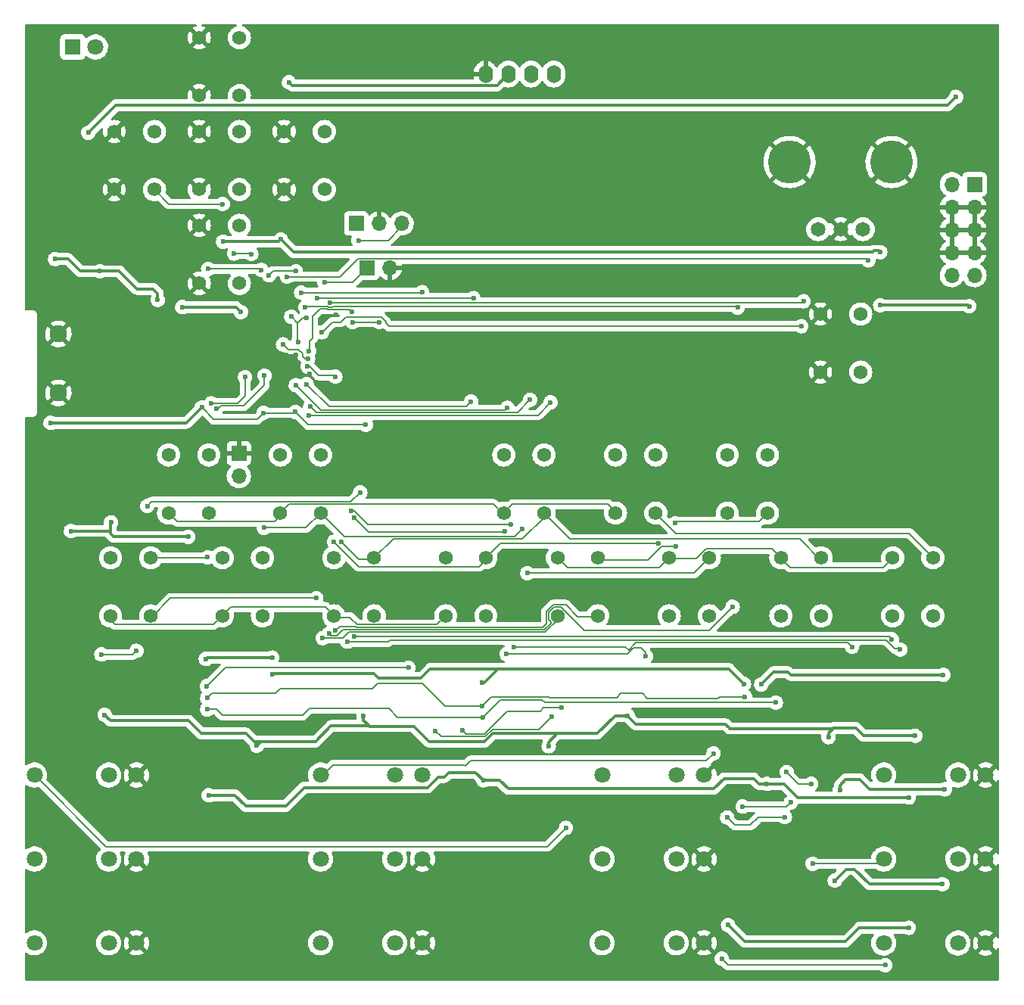
<source format=gbl>
G04 #@! TF.GenerationSoftware,KiCad,Pcbnew,(6.0.0)*
G04 #@! TF.CreationDate,2022-04-06T23:58:58+02:00*
G04 #@! TF.ProjectId,GenerativeEngine,47656e65-7261-4746-9976-65456e67696e,rev?*
G04 #@! TF.SameCoordinates,Original*
G04 #@! TF.FileFunction,Copper,L2,Bot*
G04 #@! TF.FilePolarity,Positive*
%FSLAX46Y46*%
G04 Gerber Fmt 4.6, Leading zero omitted, Abs format (unit mm)*
G04 Created by KiCad (PCBNEW (6.0.0)) date 2022-04-06 23:58:58*
%MOMM*%
%LPD*%
G01*
G04 APERTURE LIST*
G04 #@! TA.AperFunction,ComponentPad*
%ADD10C,1.575000*%
G04 #@! TD*
G04 #@! TA.AperFunction,ComponentPad*
%ADD11C,1.800000*%
G04 #@! TD*
G04 #@! TA.AperFunction,ComponentPad*
%ADD12C,1.950000*%
G04 #@! TD*
G04 #@! TA.AperFunction,ComponentPad*
%ADD13R,1.800000X1.800000*%
G04 #@! TD*
G04 #@! TA.AperFunction,ComponentPad*
%ADD14C,1.650000*%
G04 #@! TD*
G04 #@! TA.AperFunction,ComponentPad*
%ADD15C,4.800000*%
G04 #@! TD*
G04 #@! TA.AperFunction,ComponentPad*
%ADD16O,1.600000X2.000000*%
G04 #@! TD*
G04 #@! TA.AperFunction,ComponentPad*
%ADD17R,1.700000X1.700000*%
G04 #@! TD*
G04 #@! TA.AperFunction,ComponentPad*
%ADD18O,1.700000X1.700000*%
G04 #@! TD*
G04 #@! TA.AperFunction,ViaPad*
%ADD19C,0.600000*%
G04 #@! TD*
G04 #@! TA.AperFunction,Conductor*
%ADD20C,0.127000*%
G04 #@! TD*
G04 #@! TA.AperFunction,Conductor*
%ADD21C,0.300000*%
G04 #@! TD*
G04 APERTURE END LIST*
D10*
X109560400Y-108027400D03*
X109560400Y-114527400D03*
X114060400Y-108027400D03*
X114060400Y-114527400D03*
X66060900Y-96527400D03*
X66060900Y-103027400D03*
X70560900Y-96527400D03*
X70560900Y-103027400D03*
D11*
X144964200Y-141734400D03*
X141864200Y-141734400D03*
X133564200Y-141734400D03*
D10*
X59560900Y-108027400D03*
X59560900Y-114527400D03*
X64060900Y-108027400D03*
X64060900Y-114527400D03*
X56984200Y-49834400D03*
X56984200Y-56334400D03*
X61484200Y-49834400D03*
X61484200Y-56334400D03*
X66484200Y-60334400D03*
X66484200Y-66834400D03*
X70984200Y-60334400D03*
X70984200Y-66834400D03*
X72060900Y-108027400D03*
X72060900Y-114527400D03*
X76560900Y-108027400D03*
X76560900Y-114527400D03*
X47484200Y-60334400D03*
X47484200Y-66834400D03*
X51984200Y-60334400D03*
X51984200Y-66834400D03*
X84560900Y-108027400D03*
X84560900Y-114527400D03*
X89060900Y-108027400D03*
X89060900Y-114527400D03*
D11*
X49964200Y-151110800D03*
X46864200Y-151110800D03*
X38564200Y-151110800D03*
D12*
X41225400Y-82983800D03*
X41225400Y-89583800D03*
D10*
X91060900Y-96527400D03*
X91060900Y-103027400D03*
X95560900Y-96527400D03*
X95560900Y-103027400D03*
X134560400Y-108027400D03*
X134560400Y-114527400D03*
X139060400Y-108027400D03*
X139060400Y-114527400D03*
D11*
X81964200Y-132334400D03*
X78864200Y-132334400D03*
X70564200Y-132334400D03*
X49959200Y-132334400D03*
X46859200Y-132334400D03*
X38559200Y-132334400D03*
D13*
X42839200Y-50882400D03*
D11*
X45379200Y-50882400D03*
D10*
X122060400Y-108027400D03*
X122060400Y-114527400D03*
X126560400Y-108027400D03*
X126560400Y-114527400D03*
X116060900Y-96527400D03*
X116060900Y-103027400D03*
X120560900Y-96527400D03*
X120560900Y-103027400D03*
D11*
X113464200Y-132334400D03*
X110364200Y-132334400D03*
X102064200Y-132334400D03*
D10*
X53560900Y-96527400D03*
X53560900Y-103027400D03*
X58060900Y-96527400D03*
X58060900Y-103027400D03*
D11*
X113464200Y-141734400D03*
X110364200Y-141734400D03*
X102064200Y-141734400D03*
D10*
X56984200Y-70834400D03*
X56984200Y-77334400D03*
X61484200Y-70834400D03*
X61484200Y-77334400D03*
D11*
X113464200Y-151110800D03*
X110364200Y-151110800D03*
X102064200Y-151110800D03*
X144964200Y-151134400D03*
X141864200Y-151134400D03*
X133564200Y-151134400D03*
D14*
X126227000Y-71267500D03*
X131227000Y-71267500D03*
X128727000Y-71267500D03*
D15*
X134427000Y-63767500D03*
X123027000Y-63767500D03*
D16*
X89018600Y-53912200D03*
X91558600Y-53912200D03*
X94098600Y-53912200D03*
X96638600Y-53912200D03*
D11*
X144964200Y-132334400D03*
X141864200Y-132334400D03*
X133564200Y-132334400D03*
D10*
X97060900Y-108027400D03*
X97060900Y-114527400D03*
X101560900Y-108027400D03*
X101560900Y-114527400D03*
D11*
X81964200Y-151110800D03*
X78864200Y-151110800D03*
X70564200Y-151110800D03*
D10*
X126485328Y-80758410D03*
X126485328Y-87258410D03*
X130985328Y-80758410D03*
X130985328Y-87258410D03*
X47060900Y-108027400D03*
X47060900Y-114527400D03*
X51560900Y-108027400D03*
X51560900Y-114527400D03*
D11*
X81964200Y-141734400D03*
X78864200Y-141734400D03*
X70564200Y-141734400D03*
D10*
X56984200Y-60334400D03*
X56984200Y-66834400D03*
X61484200Y-60334400D03*
X61484200Y-66834400D03*
X103560900Y-96527400D03*
X103560900Y-103027400D03*
X108060900Y-96527400D03*
X108060900Y-103027400D03*
D11*
X49964200Y-141734400D03*
X46864200Y-141734400D03*
X38564200Y-141734400D03*
D17*
X61417200Y-96337200D03*
D18*
X61417200Y-98877200D03*
D17*
X74549000Y-70637400D03*
D18*
X77089000Y-70637400D03*
X79629000Y-70637400D03*
D17*
X143718200Y-66248200D03*
D18*
X141178200Y-66248200D03*
X143718200Y-68788200D03*
X141178200Y-68788200D03*
X143718200Y-71328200D03*
X141178200Y-71328200D03*
X143718200Y-73868200D03*
X141178200Y-73868200D03*
X143718200Y-76408200D03*
X141178200Y-76408200D03*
D17*
X75763200Y-75615800D03*
D18*
X78303200Y-75615800D03*
D19*
X59918600Y-83642200D03*
X45339000Y-87147400D03*
X66675000Y-86537800D03*
X54737000Y-87350600D03*
X59004200Y-88163400D03*
X43566600Y-89681200D03*
X48996600Y-96189800D03*
X72263000Y-80849300D03*
X65608200Y-85318600D03*
X56819800Y-87299800D03*
X129362200Y-125907800D03*
X51993800Y-84455000D03*
X41427400Y-104216200D03*
X56718200Y-84505800D03*
X49453800Y-84455000D03*
X59207400Y-89789000D03*
X67843400Y-86537800D03*
X53263800Y-84505800D03*
X69367400Y-87452200D03*
X50723800Y-84455000D03*
X49961800Y-87350600D03*
X54483000Y-84505800D03*
X80137000Y-86588600D03*
X67995800Y-93599000D03*
X52349400Y-87350600D03*
X127990600Y-149174200D03*
X48895000Y-87350600D03*
X67183000Y-79273400D03*
X40767000Y-70180200D03*
X66725800Y-87503000D03*
X60325000Y-82067400D03*
X57785000Y-87249000D03*
X67792600Y-85369400D03*
X48133000Y-84455000D03*
X125857000Y-147142200D03*
X64033400Y-93599000D03*
X66675000Y-85369400D03*
X53568600Y-87350600D03*
X65608200Y-86487000D03*
X43922200Y-87801600D03*
X46558200Y-87299800D03*
X51079400Y-87350600D03*
X64135000Y-79375000D03*
X72263000Y-89382600D03*
X55753000Y-87350600D03*
X45440600Y-84607400D03*
X46710600Y-84505800D03*
X65608200Y-87503000D03*
X57835800Y-84556600D03*
X69926200Y-72313800D03*
X47777400Y-87350600D03*
X125450600Y-126111000D03*
X55600600Y-84556600D03*
X67792600Y-87503000D03*
X45948600Y-71247000D03*
X141655800Y-56464200D03*
X52349400Y-79171800D03*
X136372600Y-149428200D03*
X137083800Y-127939800D03*
X46405800Y-125603000D03*
X44577000Y-60477400D03*
X127381000Y-128092200D03*
X45897800Y-75971400D03*
X96088200Y-129108200D03*
X75361800Y-125755400D03*
X116154200Y-149123400D03*
X40868600Y-74599800D03*
X63423800Y-129057400D03*
X104927400Y-125704600D03*
X88773000Y-132918200D03*
X136372600Y-134848600D03*
X58039000Y-134594600D03*
X120472200Y-133324600D03*
X57277000Y-91211400D03*
X72212200Y-87757000D03*
X133172200Y-73837800D03*
X64185800Y-91821000D03*
X68961000Y-81153000D03*
X65151000Y-119202200D03*
X119862600Y-122199400D03*
X61645800Y-80543400D03*
X66116200Y-72415400D03*
X40360600Y-92938600D03*
X42646600Y-105029000D03*
X133172200Y-79781400D03*
X140131800Y-144551400D03*
X128651000Y-134035800D03*
X88620600Y-121996200D03*
X68046600Y-83896200D03*
X140233400Y-121132600D03*
X59664600Y-72669400D03*
X47117000Y-104063800D03*
X55753000Y-105689400D03*
X117932200Y-122148600D03*
X57734200Y-119354600D03*
X143129000Y-79883000D03*
X67030600Y-54838600D03*
X67741800Y-91719400D03*
X140385800Y-133934200D03*
X67284600Y-81051400D03*
X69113400Y-86639400D03*
X128092200Y-144145000D03*
X55092600Y-79984600D03*
X65151000Y-121081800D03*
X75615800Y-93141800D03*
X66370200Y-84155989D03*
X69164200Y-85775800D03*
X83388200Y-127381000D03*
X96393000Y-125806200D03*
X116052600Y-137083800D03*
X122504200Y-137033000D03*
X117779800Y-135864600D03*
X123164600Y-135407400D03*
X125603000Y-142265400D03*
X98018600Y-138252200D03*
X114528600Y-129921000D03*
X57988200Y-75717400D03*
X63931800Y-75819000D03*
X77139800Y-81661000D03*
X74142600Y-81661000D03*
X74803000Y-72517000D03*
X69265800Y-84912200D03*
X74041000Y-80543400D03*
X96291400Y-90652600D03*
X69214510Y-92074510D03*
X94005400Y-90347800D03*
X69418200Y-91109800D03*
X80391000Y-120319800D03*
X68402200Y-78359000D03*
X57835800Y-122402600D03*
X81915000Y-78308200D03*
X87401400Y-90551000D03*
X88671400Y-124637800D03*
X118033800Y-123571000D03*
X69011800Y-88620600D03*
X57886600Y-123723400D03*
X57886600Y-124993400D03*
X121488200Y-124231400D03*
X88722200Y-125857000D03*
X67792600Y-88722200D03*
X91465400Y-91262200D03*
X87665771Y-78986600D03*
X70180200Y-79019400D03*
X68859400Y-80035400D03*
X117221000Y-80035400D03*
X130022600Y-117983000D03*
X73990200Y-102743000D03*
X92227400Y-117983000D03*
X91821000Y-104267000D03*
X70993000Y-77190600D03*
X133731000Y-153593800D03*
X115443000Y-152882600D03*
X73540667Y-117412230D03*
X135407400Y-118287800D03*
X51181000Y-102235000D03*
X75006200Y-100711000D03*
X46050200Y-118846600D03*
X49961800Y-118440200D03*
X74295000Y-103555800D03*
X91160600Y-105029000D03*
X106959400Y-119049800D03*
X91363800Y-118795800D03*
X72246717Y-116137917D03*
X110312200Y-106756200D03*
X110261400Y-104165400D03*
X70078600Y-112547400D03*
X57937400Y-107975400D03*
X93091000Y-104825800D03*
X93700600Y-109753400D03*
X64236600Y-104673400D03*
X72872600Y-106248200D03*
X72059800Y-106248200D03*
X108350993Y-106433400D03*
X70789800Y-117017800D03*
X71501000Y-116527800D03*
X116662200Y-113512600D03*
X60883800Y-73990200D03*
X62814200Y-74041000D03*
X59613800Y-68453000D03*
X66827400Y-76581000D03*
X131851400Y-74752200D03*
X58343800Y-90754200D03*
X62111284Y-87820750D03*
X64287400Y-87655400D03*
X58902600Y-91363800D03*
X71653400Y-79476600D03*
X124587000Y-79324200D03*
X124333000Y-82118200D03*
X70725811Y-82791789D03*
X67792600Y-75971400D03*
X64795400Y-76428600D03*
X122707400Y-132003800D03*
X125450600Y-133324600D03*
X74295000Y-116865400D03*
X134460816Y-117156250D03*
X86436200Y-127330200D03*
X97510600Y-124790200D03*
D20*
X67792600Y-87503000D02*
X69316600Y-87503000D01*
X69316600Y-87503000D02*
X69367400Y-87452200D01*
D21*
X141655800Y-56464200D02*
X140721589Y-57398411D01*
X75996800Y-126847600D02*
X75361800Y-126212600D01*
X130429000Y-127076200D02*
X127939800Y-127076200D01*
X97053400Y-127685800D02*
X96088200Y-128651000D01*
X47066200Y-126263400D02*
X55803800Y-126263400D01*
X131292600Y-127939800D02*
X130429000Y-127076200D01*
X116306600Y-127127000D02*
X116205000Y-127025400D01*
X63881000Y-128600200D02*
X63423800Y-129057400D01*
X52349400Y-78460600D02*
X52349400Y-79171800D01*
X137083800Y-127939800D02*
X131292600Y-127939800D01*
X116205000Y-127025400D02*
X115849400Y-126669800D01*
X104927400Y-125704600D02*
X103505000Y-125704600D01*
X81000600Y-126873000D02*
X76022200Y-126873000D01*
X48031400Y-75971400D02*
X50012600Y-77952600D01*
X130835400Y-149428200D02*
X129311400Y-150952200D01*
X76022200Y-126873000D02*
X75996800Y-126847600D01*
X96088200Y-128651000D02*
X96088200Y-129108200D01*
X127939800Y-127076200D02*
X127889000Y-127127000D01*
X127889000Y-127127000D02*
X127838200Y-127177800D01*
X129311400Y-150952200D02*
X117983000Y-150952200D01*
X101523800Y-127685800D02*
X103505000Y-125704600D01*
X51841400Y-77952600D02*
X52349400Y-78460600D01*
X71729600Y-126847600D02*
X69977000Y-128600200D01*
X105841800Y-126669800D02*
X104927400Y-125755400D01*
X82727800Y-128600200D02*
X81000600Y-126873000D01*
X115849400Y-126669800D02*
X105841800Y-126669800D01*
X127838200Y-127177800D02*
X127381000Y-127635000D01*
X101523800Y-127685800D02*
X97053400Y-127685800D01*
X117983000Y-150952200D02*
X116154200Y-149123400D01*
X63119000Y-128600200D02*
X69977000Y-128600200D01*
X88901166Y-128600200D02*
X82727800Y-128600200D01*
X75996800Y-126847600D02*
X71729600Y-126847600D01*
X89815566Y-127685800D02*
X88901166Y-128600200D01*
X62204600Y-127685800D02*
X63119000Y-128600200D01*
X50012600Y-77952600D02*
X51841400Y-77952600D01*
X45897800Y-75971400D02*
X48031400Y-75971400D01*
X55803800Y-126263400D02*
X57226200Y-127685800D01*
X43713400Y-75971400D02*
X45897800Y-75971400D01*
X42341800Y-74599800D02*
X43713400Y-75971400D01*
X127381000Y-127635000D02*
X127381000Y-128092200D01*
X140721589Y-57398411D02*
X47655989Y-57398411D01*
X104927400Y-125755400D02*
X104927400Y-125704600D01*
X136372600Y-149428200D02*
X130835400Y-149428200D01*
X47655989Y-57398411D02*
X44577000Y-60477400D01*
X47066200Y-126263400D02*
X46405800Y-125603000D01*
X127889000Y-127127000D02*
X116306600Y-127127000D01*
X40868600Y-74599800D02*
X42341800Y-74599800D01*
X75361800Y-126212600D02*
X75361800Y-125755400D01*
X57226200Y-127685800D02*
X62204600Y-127685800D01*
X97053400Y-127685800D02*
X89815566Y-127685800D01*
X115697000Y-132715000D02*
X118999000Y-132715000D01*
X119100600Y-132816600D02*
X118999000Y-132715000D01*
X120472200Y-133324600D02*
X119608600Y-133324600D01*
X88773000Y-132918200D02*
X87909400Y-132054600D01*
X122402600Y-133324600D02*
X120472200Y-133324600D01*
X68757800Y-133731000D02*
X82524600Y-133731000D01*
X91567000Y-133883400D02*
X114528600Y-133883400D01*
X60985400Y-134594600D02*
X58039000Y-134594600D01*
X136372600Y-134848600D02*
X123926600Y-134848600D01*
X66675000Y-135813800D02*
X62204600Y-135813800D01*
X119608600Y-133324600D02*
X119100600Y-132816600D01*
X114528600Y-133883400D02*
X115697000Y-132715000D01*
X62204600Y-135813800D02*
X62103000Y-135712200D01*
X90601800Y-132918200D02*
X88773000Y-132918200D01*
X84404200Y-132562600D02*
X83693000Y-132562600D01*
X68757800Y-133731000D02*
X66675000Y-135813800D01*
X62103000Y-135712200D02*
X60985400Y-134594600D01*
X83693000Y-132562600D02*
X82524600Y-133731000D01*
X122402600Y-133324600D02*
X123926600Y-134848600D01*
X90601800Y-132918200D02*
X91567000Y-133883400D01*
X84404200Y-132562600D02*
X84912200Y-132054600D01*
X84912200Y-132054600D02*
X87909400Y-132054600D01*
X61087000Y-79984600D02*
X61645800Y-80543400D01*
X57886600Y-119202200D02*
X57734200Y-119354600D01*
X140233400Y-121132600D02*
X123164600Y-121132600D01*
D20*
X67640200Y-91821000D02*
X67741800Y-91719400D01*
D21*
X59664600Y-72669400D02*
X65862200Y-72669400D01*
X55753000Y-105689400D02*
X47421800Y-105689400D01*
X129362200Y-142875000D02*
X128092200Y-144145000D01*
D20*
X75615800Y-93141800D02*
X69164200Y-93141800D01*
D21*
X67030600Y-54838600D02*
X67380720Y-55188720D01*
X47066200Y-105333800D02*
X47066200Y-105232200D01*
X76530200Y-120980200D02*
X77038200Y-121488200D01*
X128651000Y-133477000D02*
X128651000Y-134035800D01*
D20*
X57277000Y-91211400D02*
X58597800Y-92532200D01*
D21*
X40360600Y-92938600D02*
X55549800Y-92938600D01*
X122859800Y-120827800D02*
X121234200Y-120827800D01*
X67380720Y-55188720D02*
X90302480Y-55188720D01*
D20*
X69164200Y-93141800D02*
X67741800Y-91719400D01*
D21*
X82727800Y-120573800D02*
X81813400Y-121488200D01*
X140385800Y-133934200D02*
X132003800Y-133934200D01*
X143027400Y-79781400D02*
X143129000Y-79883000D01*
D20*
X68605400Y-81153000D02*
X68961000Y-81153000D01*
X69367400Y-86639400D02*
X69113400Y-86639400D01*
X67995800Y-83845400D02*
X68046600Y-83896200D01*
X58597800Y-92532200D02*
X63474600Y-92532200D01*
D21*
X65252600Y-120980200D02*
X76530200Y-120980200D01*
D20*
X64185800Y-91821000D02*
X67640200Y-91821000D01*
D21*
X47066200Y-105232200D02*
X47066200Y-104114600D01*
X82829400Y-120472200D02*
X82727800Y-120573800D01*
X90302480Y-55188720D02*
X91617800Y-53873400D01*
X133019800Y-73685400D02*
X133172200Y-73837800D01*
X47421800Y-105689400D02*
X47066200Y-105333800D01*
X47066200Y-105232200D02*
X46863000Y-105029000D01*
X117932200Y-122148600D02*
X116255800Y-120472200D01*
X129362200Y-142875000D02*
X130327400Y-142875000D01*
X65862200Y-72669400D02*
X66116200Y-72415400D01*
X121234200Y-120827800D02*
X119862600Y-122199400D01*
X88925400Y-121996200D02*
X88620600Y-121996200D01*
X66116200Y-72415400D02*
X67538600Y-73837800D01*
X77038200Y-121488200D02*
X81813400Y-121488200D01*
X132308600Y-73837800D02*
X132461000Y-73685400D01*
X90449400Y-120472200D02*
X82829400Y-120472200D01*
X129311400Y-132816600D02*
X130886200Y-132816600D01*
D20*
X67995800Y-81762600D02*
X68605400Y-81153000D01*
X67995800Y-81762600D02*
X67284600Y-81051400D01*
D21*
X46863000Y-105029000D02*
X42646600Y-105029000D01*
X55549800Y-92938600D02*
X57277000Y-91211400D01*
X88925400Y-121996200D02*
X90449400Y-120472200D01*
D20*
X70332600Y-87604600D02*
X69367400Y-86639400D01*
X63474600Y-92532200D02*
X64185800Y-91821000D01*
D21*
X128651000Y-133477000D02*
X129311400Y-132816600D01*
X133172200Y-79781400D02*
X143027400Y-79781400D01*
D20*
X67995800Y-81762600D02*
X67995800Y-83845400D01*
D21*
X65151000Y-119202200D02*
X57886600Y-119202200D01*
D20*
X72059800Y-87604600D02*
X70332600Y-87604600D01*
X72212200Y-87757000D02*
X72059800Y-87604600D01*
D21*
X55092600Y-79984600D02*
X61087000Y-79984600D01*
X132461000Y-73685400D02*
X133019800Y-73685400D01*
X130886200Y-132816600D02*
X132003800Y-133934200D01*
X67538600Y-73837800D02*
X132308600Y-73837800D01*
X123164600Y-121132600D02*
X122859800Y-120827800D01*
X132003800Y-144551400D02*
X140131800Y-144551400D01*
X116255800Y-120472200D02*
X90449400Y-120472200D01*
X130327400Y-142875000D02*
X132003800Y-144551400D01*
X65252600Y-120980200D02*
X65151000Y-121081800D01*
X47066200Y-104114600D02*
X47117000Y-104063800D01*
D20*
X68097400Y-84709000D02*
X68554600Y-85166200D01*
X68808600Y-85775800D02*
X69164200Y-85775800D01*
X68554600Y-85521800D02*
X68808600Y-85775800D01*
X66923211Y-84709000D02*
X66370200Y-84155989D01*
X68097400Y-84709000D02*
X66923211Y-84709000D01*
X68554600Y-85166200D02*
X68554600Y-85521800D01*
X88979608Y-128040910D02*
X89791918Y-127228600D01*
X94970600Y-127228600D02*
X96393000Y-125806200D01*
X89791918Y-127228600D02*
X94970600Y-127228600D01*
X84048110Y-128040910D02*
X88979608Y-128040910D01*
X83388200Y-127381000D02*
X84048110Y-128040910D01*
X118643400Y-137947400D02*
X116916200Y-137947400D01*
X122504200Y-137033000D02*
X119557800Y-137033000D01*
X119557800Y-137033000D02*
X118643400Y-137947400D01*
X116916200Y-137947400D02*
X116052600Y-137083800D01*
X117779800Y-135864600D02*
X122707400Y-135864600D01*
X122707400Y-135864600D02*
X123164600Y-135407400D01*
X132867400Y-142265400D02*
X133477000Y-141655800D01*
X125603000Y-142265400D02*
X132867400Y-142265400D01*
X95935800Y-140335000D02*
X98018600Y-138252200D01*
X38559200Y-132334400D02*
X46559800Y-140335000D01*
X46559800Y-140335000D02*
X95935800Y-140335000D01*
X86741000Y-131343400D02*
X86594979Y-131197379D01*
X71951821Y-131197379D02*
X70535800Y-132613400D01*
X87350600Y-130733800D02*
X113715800Y-130733800D01*
X86594979Y-131197379D02*
X71951821Y-131197379D01*
X87350600Y-130733800D02*
X86741000Y-131343400D01*
X114528600Y-129921000D02*
X113715800Y-130733800D01*
X57988200Y-75717400D02*
X63830200Y-75717400D01*
X63830200Y-75717400D02*
X63931800Y-75819000D01*
X74142600Y-81661000D02*
X77139800Y-81661000D01*
X74041000Y-80543400D02*
X73717711Y-80220111D01*
X74803000Y-72517000D02*
X78105000Y-72517000D01*
X71345426Y-80220111D02*
X71313115Y-80187800D01*
X73717711Y-80220111D02*
X71345426Y-80220111D01*
X70515930Y-80187800D02*
X69672200Y-81031530D01*
X78105000Y-72517000D02*
X79578200Y-71043800D01*
X69672200Y-81031530D02*
X69672200Y-83489800D01*
X69672200Y-83489800D02*
X69316600Y-83845400D01*
X71313115Y-80187800D02*
X70515930Y-80187800D01*
X69316600Y-83845400D02*
X69316600Y-84861400D01*
X94869490Y-92074510D02*
X96291400Y-90652600D01*
X69214510Y-92074510D02*
X94869490Y-92074510D01*
X70088711Y-91780311D02*
X69418200Y-91109800D01*
X92572889Y-91780311D02*
X94005400Y-90347800D01*
X92572889Y-91780311D02*
X70088711Y-91780311D01*
X68402200Y-78359000D02*
X81864200Y-78359000D01*
X80391000Y-120319800D02*
X59918600Y-120319800D01*
X59918600Y-120319800D02*
X57835800Y-122402600D01*
X81864200Y-78359000D02*
X81915000Y-78308200D01*
X96139000Y-123621800D02*
X96189800Y-123672600D01*
X86842600Y-91109800D02*
X87401400Y-90551000D01*
X84455000Y-124637800D02*
X88671400Y-124637800D01*
X66014600Y-122707400D02*
X76327000Y-122707400D01*
X65506600Y-123215400D02*
X66014600Y-122707400D01*
X96189800Y-123672600D02*
X103708200Y-123672600D01*
X76936600Y-122097800D02*
X81915000Y-122097800D01*
X76327000Y-122707400D02*
X76936600Y-122097800D01*
X103708200Y-123672600D02*
X104165400Y-123215400D01*
X71501000Y-91109800D02*
X86842600Y-91109800D01*
X81915000Y-122097800D02*
X84455000Y-124637800D01*
X89687400Y-123621800D02*
X96139000Y-123621800D01*
X114985800Y-123774200D02*
X115189000Y-123571000D01*
X107111800Y-123774200D02*
X114985800Y-123774200D01*
X104165400Y-123215400D02*
X106553000Y-123215400D01*
X88671400Y-124637800D02*
X89687400Y-123621800D01*
X106553000Y-123215400D02*
X107111800Y-123774200D01*
X69011800Y-88620600D02*
X71501000Y-91109800D01*
X115189000Y-123571000D02*
X118033800Y-123571000D01*
X58394600Y-123215400D02*
X65506600Y-123215400D01*
X57886600Y-123723400D02*
X58394600Y-123215400D01*
X95326200Y-123926600D02*
X95631000Y-124231400D01*
X70597201Y-91526801D02*
X91200799Y-91526801D01*
X69316600Y-124891800D02*
X68554600Y-125653800D01*
X88722200Y-125857000D02*
X79171800Y-125857000D01*
X91200799Y-91526801D02*
X91465400Y-91262200D01*
X90652600Y-123926600D02*
X95326200Y-123926600D01*
X58953400Y-124993400D02*
X57886600Y-124993400D01*
X67792600Y-88722200D02*
X70597201Y-91526801D01*
X90652600Y-123926600D02*
X88722200Y-125857000D01*
X78206600Y-124891800D02*
X69316600Y-124891800D01*
X79171800Y-125857000D02*
X78206600Y-124891800D01*
X58953400Y-124993400D02*
X59613800Y-125653800D01*
X68554600Y-125653800D02*
X59613800Y-125653800D01*
X121488200Y-124231400D02*
X95631000Y-124231400D01*
X70230510Y-78969090D02*
X87648261Y-78969090D01*
X70180200Y-79019400D02*
X70230510Y-78969090D01*
X87648261Y-78969090D02*
X87665771Y-78986600D01*
X71950568Y-79923199D02*
X71907166Y-79966601D01*
X71407032Y-79923199D02*
X68971601Y-79923199D01*
X71907166Y-79966601D02*
X71450434Y-79966601D01*
X71450434Y-79966601D02*
X71407032Y-79923199D01*
X68971601Y-79923199D02*
X68859400Y-80035400D01*
X117221000Y-80035400D02*
X117108799Y-79923199D01*
X117108799Y-79923199D02*
X71950568Y-79923199D01*
X129565400Y-117525800D02*
X130022600Y-117983000D01*
X105841800Y-117525800D02*
X129565400Y-117525800D01*
X92227400Y-117983000D02*
X104673400Y-117983000D01*
X104673400Y-117983000D02*
X105029000Y-118338600D01*
X74345800Y-102743000D02*
X75869800Y-104267000D01*
X105029000Y-118338600D02*
X105841800Y-117525800D01*
X91821000Y-104267000D02*
X75869800Y-104267000D01*
X73990200Y-102743000D02*
X74345800Y-102743000D01*
X70993000Y-77190600D02*
X74193400Y-77190600D01*
X74193400Y-77190600D02*
X75615800Y-75768200D01*
X78308200Y-117221000D02*
X133832600Y-117221000D01*
X133832600Y-117221000D02*
X134797800Y-118186200D01*
X73583800Y-117424200D02*
X78105000Y-117424200D01*
X135305800Y-118186200D02*
X135407400Y-118287800D01*
X78105000Y-117424200D02*
X78308200Y-117221000D01*
X133731000Y-153593800D02*
X116154200Y-153593800D01*
X116154200Y-153593800D02*
X115443000Y-152882600D01*
X134797800Y-118186200D02*
X135305800Y-118186200D01*
X73939400Y-101777800D02*
X75006200Y-100711000D01*
X49555400Y-118846600D02*
X46050200Y-118846600D01*
X51638200Y-101777800D02*
X51181000Y-102235000D01*
X49961800Y-118440200D02*
X49555400Y-118846600D01*
X51638200Y-101777800D02*
X73939400Y-101777800D01*
X91363800Y-118795800D02*
X104930318Y-118795800D01*
X105590718Y-118135400D02*
X106451400Y-118135400D01*
X91008200Y-105181400D02*
X91160600Y-105029000D01*
X74295000Y-103555800D02*
X75920600Y-105181400D01*
X75920600Y-105181400D02*
X91008200Y-105181400D01*
X104930318Y-118795800D02*
X105590718Y-118135400D01*
X106451400Y-118135400D02*
X106959400Y-118643400D01*
X106959400Y-118643400D02*
X106959400Y-119049800D01*
X71083389Y-113549889D02*
X60541711Y-113549889D01*
X84560900Y-114527400D02*
X83583389Y-115504911D01*
X47534511Y-115504911D02*
X46913800Y-114884200D01*
X59560900Y-114527400D02*
X58583389Y-115504911D01*
X74670468Y-115504911D02*
X73846557Y-114681000D01*
X73846557Y-114681000D02*
X72110600Y-114681000D01*
X83583389Y-115504911D02*
X74670468Y-115504911D01*
X58583389Y-115504911D02*
X47534511Y-115504911D01*
X72060900Y-114527400D02*
X71083389Y-113549889D01*
X60541711Y-113549889D02*
X59461400Y-114630200D01*
X72686655Y-115697979D02*
X72246717Y-116137917D01*
X57885400Y-108027400D02*
X57937400Y-107975400D01*
X107197160Y-108280200D02*
X101574600Y-108280200D01*
X74505015Y-115697979D02*
X72686655Y-115697979D01*
X53771800Y-112547400D02*
X51689000Y-114630200D01*
X99339400Y-114630200D02*
X98005578Y-113296378D01*
X101625400Y-114630200D02*
X99339400Y-114630200D01*
X96550994Y-113296378D02*
X95829878Y-114017494D01*
X98005578Y-113296378D02*
X96550994Y-113296378D01*
X74606614Y-115799578D02*
X74505015Y-115697979D01*
X51560900Y-108027400D02*
X57885400Y-108027400D01*
X95829878Y-115398478D02*
X95428778Y-115799578D01*
X119583389Y-104004911D02*
X110253311Y-104004911D01*
X120560900Y-103027400D02*
X119583389Y-104004911D01*
X108721160Y-106756200D02*
X107197160Y-108280200D01*
X70078600Y-112547400D02*
X53771800Y-112547400D01*
X110253311Y-104157311D02*
X110261400Y-104165400D01*
X110312200Y-106756200D02*
X108721160Y-106756200D01*
X95829878Y-114017494D02*
X95829878Y-115398478D01*
X110253311Y-104004911D02*
X110253311Y-104157311D01*
X95428778Y-115799578D02*
X74606614Y-115799578D01*
X92267599Y-105649201D02*
X73182701Y-105649201D01*
X70560900Y-103027400D02*
X73182701Y-105649201D01*
X112344200Y-109753400D02*
X113969800Y-108127800D01*
X70560900Y-103027400D02*
X68914900Y-104673400D01*
X93700600Y-109753400D02*
X112344200Y-109753400D01*
X93091000Y-104825800D02*
X92267599Y-105649201D01*
X68914900Y-104673400D02*
X64236600Y-104673400D01*
X76560900Y-108027400D02*
X78685099Y-105903201D01*
X93162129Y-105903201D02*
X95631000Y-103434330D01*
X124180600Y-105943400D02*
X126568200Y-108331000D01*
X76631800Y-108229400D02*
X74853800Y-108229400D01*
X78685099Y-105903201D02*
X93162129Y-105903201D01*
X98476900Y-105943400D02*
X95560900Y-103027400D01*
X124180600Y-105943400D02*
X98476900Y-105943400D01*
X95631000Y-103434330D02*
X95631000Y-103301800D01*
X74853800Y-108229400D02*
X72872600Y-106248200D01*
X89060900Y-108027400D02*
X90654900Y-106433400D01*
X136423400Y-105283000D02*
X139217400Y-108077000D01*
X74816511Y-109004911D02*
X88302289Y-109004911D01*
X108060900Y-103027400D02*
X110316500Y-105283000D01*
X88302289Y-109004911D02*
X89179400Y-108127800D01*
X110316500Y-105283000D02*
X136423400Y-105283000D01*
X90654900Y-106433400D02*
X108350993Y-106433400D01*
X72059800Y-106248200D02*
X74816511Y-109004911D01*
X67056989Y-102031311D02*
X89890111Y-102031311D01*
X89890111Y-102031311D02*
X91109800Y-103251000D01*
X91060900Y-103027400D02*
X92038411Y-102049889D01*
X53560900Y-103027400D02*
X54538411Y-104004911D01*
X102710289Y-102049889D02*
X103708200Y-103047800D01*
X92038411Y-102049889D02*
X102710289Y-102049889D01*
X54538411Y-104004911D02*
X65413089Y-104004911D01*
X66060900Y-103027400D02*
X67056989Y-102031311D01*
X65413089Y-104004911D02*
X66268600Y-103149400D01*
X113655501Y-107049889D02*
X112577590Y-108127800D01*
X98221800Y-109143800D02*
X97053400Y-107975400D01*
X73025000Y-117017800D02*
X73736200Y-116306600D01*
X112577590Y-108127800D02*
X109550200Y-108127800D01*
X73025000Y-117017800D02*
X70789800Y-117017800D01*
X108444000Y-109143800D02*
X98221800Y-109143800D01*
X74803000Y-116306600D02*
X74853800Y-116357400D01*
X95681800Y-116357400D02*
X97104200Y-114935000D01*
X133494800Y-109093000D02*
X123113800Y-109093000D01*
X74853800Y-116357400D02*
X95681800Y-116357400D01*
X73736200Y-116306600D02*
X74803000Y-116306600D01*
X123113800Y-109093000D02*
X122199400Y-108178600D01*
X134560400Y-108027400D02*
X133494800Y-109093000D01*
X109560400Y-108027400D02*
X108444000Y-109143800D01*
X122060400Y-108027400D02*
X121082889Y-107049889D01*
X121082889Y-107049889D02*
X113655501Y-107049889D01*
X72364600Y-116713000D02*
X71686200Y-116713000D01*
X96083389Y-114932299D02*
X96310871Y-115159781D01*
X74908007Y-116053089D02*
X73024511Y-116053089D01*
X114020600Y-116154200D02*
X100070110Y-116154200D01*
X96083389Y-114122501D02*
X96083389Y-114932299D01*
X97465799Y-113549889D02*
X96656001Y-113549889D01*
X71686200Y-116713000D02*
X71501000Y-116527800D01*
X116662200Y-113512600D02*
X114020600Y-116154200D01*
X74958808Y-116103890D02*
X74908007Y-116053089D01*
X95576778Y-116103890D02*
X74958808Y-116103890D01*
X96656001Y-113549889D02*
X96083389Y-114122501D01*
X100070110Y-116154200D02*
X97465799Y-113549889D01*
X73024511Y-116053089D02*
X72364600Y-116713000D01*
X96310871Y-115369797D02*
X95576778Y-116103890D01*
X96310871Y-115159781D02*
X96310871Y-115369797D01*
X53602800Y-68453000D02*
X59613800Y-68453000D01*
X51984200Y-66834400D02*
X53602800Y-68453000D01*
X62763400Y-73990200D02*
X62814200Y-74041000D01*
X60883800Y-73990200D02*
X62763400Y-73990200D01*
X74723189Y-74575789D02*
X131674989Y-74575789D01*
X66827400Y-76581000D02*
X72717978Y-76581000D01*
X72717978Y-76581000D02*
X74723189Y-74575789D01*
X131674989Y-74575789D02*
X131851400Y-74752200D01*
X58343800Y-90754200D02*
X61290200Y-90754200D01*
X62111284Y-89933116D02*
X62111284Y-87820750D01*
X61290200Y-90754200D02*
X62111284Y-89933116D01*
X59411089Y-91007711D02*
X62001889Y-91007711D01*
X64287400Y-88722200D02*
X64287400Y-87655400D01*
X59055000Y-91363800D02*
X59411089Y-91007711D01*
X58902600Y-91363800D02*
X59055000Y-91363800D01*
X62001889Y-91007711D02*
X64287400Y-88722200D01*
X124434600Y-79476600D02*
X124587000Y-79324200D01*
X71653400Y-79476600D02*
X124434600Y-79476600D01*
X77881930Y-81813400D02*
X77881930Y-81641130D01*
X72821800Y-81661000D02*
X71907400Y-81661000D01*
X77343000Y-81102200D02*
X73380600Y-81102200D01*
X78186730Y-82118200D02*
X77881930Y-81813400D01*
X73380600Y-81102200D02*
X72821800Y-81661000D01*
X77881930Y-81641130D02*
X77343000Y-81102200D01*
X71907400Y-81661000D02*
X70776611Y-82791789D01*
X124333000Y-82118200D02*
X78186730Y-82118200D01*
X70776611Y-82791789D02*
X70725811Y-82791789D01*
X64795400Y-76428600D02*
X65252600Y-75971400D01*
X65252600Y-75971400D02*
X67792600Y-75971400D01*
X124028200Y-133324600D02*
X125450600Y-133324600D01*
X122707400Y-132003800D02*
X124028200Y-133324600D01*
X74295000Y-116865400D02*
X134169966Y-116865400D01*
X134169966Y-116865400D02*
X134460816Y-117156250D01*
X97510600Y-124790200D02*
X95529400Y-124790200D01*
X88874600Y-127787400D02*
X91465400Y-125196600D01*
X91465400Y-125196600D02*
X95123000Y-125196600D01*
X86893400Y-127787400D02*
X86436200Y-127330200D01*
X86893400Y-127787400D02*
X88874600Y-127787400D01*
X95123000Y-125196600D02*
X95529400Y-124790200D01*
G04 #@! TA.AperFunction,Conductor*
G36*
X56658046Y-48362402D02*
G01*
X56704539Y-48416058D01*
X56714643Y-48486332D01*
X56685149Y-48550912D01*
X56622536Y-48590107D01*
X56544730Y-48610955D01*
X56534438Y-48614701D01*
X56338961Y-48705854D01*
X56329471Y-48711333D01*
X56280124Y-48745885D01*
X56271750Y-48756361D01*
X56278818Y-48769808D01*
X56971388Y-49462378D01*
X56985332Y-49469992D01*
X56987165Y-49469861D01*
X56993780Y-49465610D01*
X57690303Y-48769087D01*
X57696733Y-48757313D01*
X57687436Y-48745297D01*
X57638930Y-48711333D01*
X57629444Y-48705855D01*
X57433962Y-48614701D01*
X57423670Y-48610955D01*
X57345864Y-48590107D01*
X57285241Y-48553155D01*
X57254220Y-48489294D01*
X57262648Y-48418800D01*
X57307851Y-48364053D01*
X57378475Y-48342400D01*
X61087991Y-48342400D01*
X61156112Y-48362402D01*
X61202605Y-48416058D01*
X61212709Y-48486332D01*
X61183215Y-48550912D01*
X61120603Y-48590107D01*
X61039249Y-48611906D01*
X60943076Y-48656752D01*
X60838712Y-48705417D01*
X60838709Y-48705419D01*
X60833725Y-48707743D01*
X60780093Y-48745297D01*
X60652476Y-48834655D01*
X60652473Y-48834657D01*
X60647965Y-48837814D01*
X60487614Y-48998165D01*
X60357543Y-49183925D01*
X60355220Y-49188907D01*
X60355217Y-49188912D01*
X60355101Y-49189161D01*
X60261706Y-49389449D01*
X60203013Y-49608492D01*
X60183249Y-49834400D01*
X60203013Y-50060308D01*
X60261706Y-50279351D01*
X60264031Y-50284336D01*
X60355217Y-50479888D01*
X60355220Y-50479893D01*
X60357543Y-50484875D01*
X60396494Y-50540503D01*
X60470754Y-50646556D01*
X60487614Y-50670635D01*
X60647965Y-50830986D01*
X60652474Y-50834143D01*
X60652476Y-50834145D01*
X60829220Y-50957904D01*
X60829226Y-50957908D01*
X60833724Y-50961057D01*
X61039249Y-51056894D01*
X61044553Y-51058315D01*
X61044558Y-51058317D01*
X61193940Y-51098344D01*
X61258292Y-51115587D01*
X61484200Y-51135351D01*
X61710108Y-51115587D01*
X61774460Y-51098344D01*
X61923842Y-51058317D01*
X61923847Y-51058315D01*
X61929151Y-51056894D01*
X62134676Y-50961057D01*
X62139174Y-50957908D01*
X62139180Y-50957904D01*
X62315924Y-50834145D01*
X62315926Y-50834143D01*
X62320435Y-50830986D01*
X62480786Y-50670635D01*
X62497647Y-50646556D01*
X62571906Y-50540503D01*
X62610857Y-50484875D01*
X62613180Y-50479893D01*
X62613183Y-50479888D01*
X62704369Y-50284336D01*
X62706694Y-50279351D01*
X62765387Y-50060308D01*
X62785151Y-49834400D01*
X62765387Y-49608492D01*
X62706694Y-49389449D01*
X62613299Y-49189161D01*
X62613183Y-49188912D01*
X62613180Y-49188907D01*
X62610857Y-49183925D01*
X62480786Y-48998165D01*
X62320435Y-48837814D01*
X62315924Y-48834655D01*
X62139180Y-48710896D01*
X62139174Y-48710892D01*
X62134676Y-48707743D01*
X61929151Y-48611906D01*
X61923847Y-48610485D01*
X61923842Y-48610483D01*
X61847797Y-48590107D01*
X61787175Y-48553155D01*
X61756153Y-48489294D01*
X61764582Y-48418800D01*
X61809785Y-48364053D01*
X61880409Y-48342400D01*
X146350200Y-48342400D01*
X146418321Y-48362402D01*
X146464814Y-48416058D01*
X146476200Y-48468400D01*
X146476200Y-131674764D01*
X146456198Y-131742885D01*
X146402542Y-131789378D01*
X146332268Y-131799482D01*
X146267688Y-131769988D01*
X146234650Y-131725006D01*
X146211390Y-131671512D01*
X146206515Y-131662420D01*
X146133424Y-131549438D01*
X146122738Y-131540235D01*
X146113173Y-131544638D01*
X145336221Y-132321589D01*
X145328608Y-132335532D01*
X145328739Y-132337366D01*
X145332990Y-132343980D01*
X146110507Y-133121496D01*
X146122513Y-133128052D01*
X146134252Y-133119084D01*
X146172210Y-133066259D01*
X146177521Y-133057420D01*
X146237243Y-132936581D01*
X146285357Y-132884374D01*
X146354058Y-132866467D01*
X146421534Y-132888545D01*
X146466362Y-132943599D01*
X146476200Y-132992408D01*
X146476200Y-141074764D01*
X146456198Y-141142885D01*
X146402542Y-141189378D01*
X146332268Y-141199482D01*
X146267688Y-141169988D01*
X146234650Y-141125006D01*
X146211390Y-141071512D01*
X146206515Y-141062420D01*
X146133424Y-140949438D01*
X146122738Y-140940235D01*
X146113173Y-140944638D01*
X145336221Y-141721589D01*
X145328608Y-141735532D01*
X145328739Y-141737366D01*
X145332990Y-141743980D01*
X146110507Y-142521496D01*
X146122513Y-142528052D01*
X146134252Y-142519084D01*
X146172210Y-142466259D01*
X146177521Y-142457420D01*
X146237243Y-142336581D01*
X146285357Y-142284374D01*
X146354058Y-142266467D01*
X146421534Y-142288545D01*
X146466362Y-142343599D01*
X146476200Y-142392408D01*
X146476200Y-150474764D01*
X146456198Y-150542885D01*
X146402542Y-150589378D01*
X146332268Y-150599482D01*
X146267688Y-150569988D01*
X146234650Y-150525006D01*
X146211390Y-150471512D01*
X146206515Y-150462420D01*
X146133424Y-150349438D01*
X146122738Y-150340235D01*
X146113173Y-150344638D01*
X145336221Y-151121589D01*
X145328608Y-151135532D01*
X145328739Y-151137366D01*
X145332990Y-151143980D01*
X146110507Y-151921496D01*
X146122513Y-151928052D01*
X146134252Y-151919084D01*
X146172210Y-151866259D01*
X146177521Y-151857420D01*
X146237243Y-151736581D01*
X146285357Y-151684374D01*
X146354058Y-151666467D01*
X146421534Y-151688545D01*
X146466362Y-151743599D01*
X146476200Y-151792408D01*
X146476200Y-155200400D01*
X146456198Y-155268521D01*
X146402542Y-155315014D01*
X146350200Y-155326400D01*
X37618256Y-155326400D01*
X37550135Y-155306398D01*
X37503642Y-155252742D01*
X37492256Y-155200389D01*
X37492325Y-154406307D01*
X37492459Y-152871240D01*
X114629463Y-152871240D01*
X114647163Y-153051760D01*
X114704418Y-153223873D01*
X114798380Y-153379024D01*
X114924382Y-153509502D01*
X114930278Y-153513360D01*
X115059258Y-153597762D01*
X115076159Y-153608822D01*
X115082763Y-153611278D01*
X115082765Y-153611279D01*
X115239558Y-153669590D01*
X115239560Y-153669590D01*
X115246168Y-153672048D01*
X115253153Y-153672980D01*
X115253157Y-153672981D01*
X115381229Y-153690069D01*
X115408552Y-153693715D01*
X115473429Y-153722551D01*
X115480983Y-153729513D01*
X115717384Y-153965914D01*
X115728251Y-153978305D01*
X115746245Y-154001755D01*
X115776245Y-154024775D01*
X115776246Y-154024776D01*
X115865732Y-154093441D01*
X116004878Y-154151077D01*
X116154200Y-154170736D01*
X116162388Y-154169658D01*
X116183504Y-154166878D01*
X116199951Y-154165800D01*
X133105880Y-154165800D01*
X133174001Y-154185802D01*
X133196515Y-154204272D01*
X133201209Y-154209133D01*
X133207489Y-154215636D01*
X133207493Y-154215639D01*
X133212382Y-154220702D01*
X133364159Y-154320022D01*
X133370763Y-154322478D01*
X133370765Y-154322479D01*
X133527558Y-154380790D01*
X133527560Y-154380790D01*
X133534168Y-154383248D01*
X133617995Y-154394433D01*
X133706980Y-154406307D01*
X133706984Y-154406307D01*
X133713961Y-154407238D01*
X133720972Y-154406600D01*
X133720976Y-154406600D01*
X133863459Y-154393632D01*
X133894600Y-154390798D01*
X133901302Y-154388620D01*
X133901304Y-154388620D01*
X134060409Y-154336924D01*
X134060412Y-154336923D01*
X134067108Y-154334747D01*
X134222912Y-154241869D01*
X134354266Y-154116782D01*
X134454643Y-153965702D01*
X134519055Y-153796138D01*
X134544299Y-153616517D01*
X134544616Y-153593800D01*
X134524397Y-153413545D01*
X134464745Y-153242248D01*
X134368626Y-153088424D01*
X134363664Y-153083427D01*
X134245778Y-152964715D01*
X134245774Y-152964712D01*
X134240815Y-152959718D01*
X134229697Y-152952662D01*
X134112446Y-152878253D01*
X134087666Y-152862527D01*
X134035723Y-152844031D01*
X133923425Y-152804043D01*
X133923420Y-152804042D01*
X133916790Y-152801681D01*
X133909802Y-152800848D01*
X133909799Y-152800847D01*
X133794643Y-152787116D01*
X133746457Y-152781370D01*
X133681184Y-152753443D01*
X133674371Y-152743384D01*
X133667853Y-152756375D01*
X133606760Y-152792544D01*
X133588886Y-152795738D01*
X133579848Y-152796688D01*
X133563289Y-152798428D01*
X133563288Y-152798428D01*
X133556288Y-152799164D01*
X133384579Y-152857618D01*
X133343972Y-152882600D01*
X133236095Y-152948966D01*
X133236092Y-152948968D01*
X133230088Y-152952662D01*
X133225053Y-152957593D01*
X133225050Y-152957595D01*
X133196224Y-152985824D01*
X133133559Y-153019194D01*
X133108067Y-153021800D01*
X116443320Y-153021800D01*
X116375199Y-153001798D01*
X116354225Y-152984895D01*
X116288410Y-152919080D01*
X116254384Y-152856768D01*
X116252290Y-152844031D01*
X116237182Y-152709343D01*
X116236397Y-152702345D01*
X116234080Y-152695691D01*
X116179064Y-152537706D01*
X116179062Y-152537703D01*
X116176745Y-152531048D01*
X116150648Y-152489283D01*
X116084359Y-152383198D01*
X116080626Y-152377224D01*
X116053828Y-152350238D01*
X115957778Y-152253515D01*
X115957774Y-152253512D01*
X115952815Y-152248518D01*
X115941697Y-152241462D01*
X115855326Y-152186650D01*
X115799666Y-152151327D01*
X115768634Y-152140277D01*
X115635425Y-152092843D01*
X115635420Y-152092842D01*
X115628790Y-152090481D01*
X115621802Y-152089648D01*
X115621799Y-152089647D01*
X115498698Y-152074968D01*
X115448680Y-152069004D01*
X115441677Y-152069740D01*
X115441676Y-152069740D01*
X115275288Y-152087228D01*
X115275286Y-152087229D01*
X115268288Y-152087964D01*
X115096579Y-152146418D01*
X115090575Y-152150112D01*
X114948095Y-152237766D01*
X114948092Y-152237768D01*
X114942088Y-152241462D01*
X114937053Y-152246393D01*
X114937050Y-152246395D01*
X114817525Y-152363443D01*
X114812493Y-152368371D01*
X114714235Y-152520838D01*
X114711826Y-152527458D01*
X114711824Y-152527461D01*
X114698871Y-152563049D01*
X114652197Y-152691285D01*
X114629463Y-152871240D01*
X37492459Y-152871240D01*
X37492507Y-152320168D01*
X37512515Y-152252050D01*
X37566175Y-152205562D01*
X37636450Y-152195464D01*
X37698992Y-152223236D01*
X37716494Y-152237766D01*
X37753549Y-152268530D01*
X37953522Y-152385384D01*
X38169894Y-152468009D01*
X38174960Y-152469040D01*
X38174961Y-152469040D01*
X38228046Y-152479840D01*
X38396856Y-152514185D01*
X38527524Y-152518976D01*
X38623149Y-152522483D01*
X38623153Y-152522483D01*
X38628313Y-152522672D01*
X38633433Y-152522016D01*
X38633435Y-152522016D01*
X38706491Y-152512657D01*
X38858047Y-152493242D01*
X38862995Y-152491757D01*
X38863002Y-152491756D01*
X39074947Y-152428169D01*
X39079890Y-152426686D01*
X39085487Y-152423944D01*
X39283249Y-152327062D01*
X39283252Y-152327060D01*
X39287884Y-152324791D01*
X39476443Y-152190294D01*
X39640503Y-152026805D01*
X39775658Y-151838717D01*
X39778079Y-151833820D01*
X39875984Y-151635722D01*
X39875985Y-151635720D01*
X39878278Y-151631080D01*
X39945608Y-151409471D01*
X39975840Y-151179841D01*
X39976923Y-151135532D01*
X39977445Y-151114165D01*
X39977445Y-151114161D01*
X39977527Y-151110800D01*
X39974688Y-151076269D01*
X45451295Y-151076269D01*
X45451592Y-151081422D01*
X45451592Y-151081425D01*
X45464329Y-151302329D01*
X45464627Y-151307497D01*
X45465764Y-151312543D01*
X45465765Y-151312549D01*
X45490838Y-151423804D01*
X45515546Y-151533442D01*
X45517488Y-151538224D01*
X45517489Y-151538228D01*
X45569562Y-151666467D01*
X45602684Y-151748037D01*
X45723701Y-151945519D01*
X45875347Y-152120584D01*
X46053549Y-152268530D01*
X46253522Y-152385384D01*
X46469894Y-152468009D01*
X46474960Y-152469040D01*
X46474961Y-152469040D01*
X46528046Y-152479840D01*
X46696856Y-152514185D01*
X46827524Y-152518976D01*
X46923149Y-152522483D01*
X46923153Y-152522483D01*
X46928313Y-152522672D01*
X46933433Y-152522016D01*
X46933435Y-152522016D01*
X47006491Y-152512657D01*
X47158047Y-152493242D01*
X47162995Y-152491757D01*
X47163002Y-152491756D01*
X47374947Y-152428169D01*
X47379890Y-152426686D01*
X47385487Y-152423944D01*
X47583249Y-152327062D01*
X47583252Y-152327060D01*
X47587884Y-152324791D01*
X47661606Y-152272206D01*
X49167623Y-152272206D01*
X49172904Y-152279261D01*
X49349280Y-152382327D01*
X49358563Y-152386774D01*
X49565203Y-152465683D01*
X49575101Y-152468559D01*
X49791853Y-152512657D01*
X49802083Y-152513876D01*
X50023114Y-152521982D01*
X50033423Y-152521514D01*
X50252823Y-152493408D01*
X50262888Y-152491268D01*
X50474757Y-152427705D01*
X50484352Y-152423944D01*
X50682978Y-152326638D01*
X50691836Y-152321359D01*
X50749297Y-152280372D01*
X50757697Y-152269674D01*
X50750710Y-152256521D01*
X49977011Y-151482821D01*
X49963068Y-151475208D01*
X49961234Y-151475339D01*
X49954620Y-151479590D01*
X49174380Y-152259831D01*
X49167623Y-152272206D01*
X47661606Y-152272206D01*
X47776443Y-152190294D01*
X47940503Y-152026805D01*
X48075658Y-151838717D01*
X48078079Y-151833820D01*
X48175984Y-151635722D01*
X48175985Y-151635720D01*
X48178278Y-151631080D01*
X48245608Y-151409471D01*
X48275840Y-151179841D01*
X48276923Y-151135532D01*
X48277445Y-151114165D01*
X48277445Y-151114161D01*
X48277527Y-151110800D01*
X48275113Y-151081438D01*
X48552093Y-151081438D01*
X48564827Y-151302268D01*
X48566261Y-151312470D01*
X48614885Y-151528239D01*
X48617973Y-151538092D01*
X48701186Y-151743020D01*
X48705834Y-151752221D01*
X48794297Y-151896581D01*
X48804753Y-151906042D01*
X48813531Y-151902258D01*
X49592179Y-151123611D01*
X49598556Y-151111932D01*
X50328608Y-151111932D01*
X50328739Y-151113766D01*
X50332990Y-151120380D01*
X51110507Y-151897896D01*
X51122513Y-151904452D01*
X51134252Y-151895484D01*
X51172210Y-151842659D01*
X51177521Y-151833820D01*
X51275518Y-151635537D01*
X51279317Y-151625942D01*
X51343615Y-151414317D01*
X51345794Y-151404236D01*
X51374902Y-151183138D01*
X51375421Y-151176463D01*
X51376944Y-151114164D01*
X51376750Y-151107446D01*
X51374187Y-151076269D01*
X69151295Y-151076269D01*
X69151592Y-151081422D01*
X69151592Y-151081425D01*
X69164329Y-151302329D01*
X69164627Y-151307497D01*
X69165764Y-151312543D01*
X69165765Y-151312549D01*
X69190838Y-151423804D01*
X69215546Y-151533442D01*
X69217488Y-151538224D01*
X69217489Y-151538228D01*
X69269562Y-151666467D01*
X69302684Y-151748037D01*
X69423701Y-151945519D01*
X69575347Y-152120584D01*
X69753549Y-152268530D01*
X69953522Y-152385384D01*
X70169894Y-152468009D01*
X70174960Y-152469040D01*
X70174961Y-152469040D01*
X70228046Y-152479840D01*
X70396856Y-152514185D01*
X70527524Y-152518976D01*
X70623149Y-152522483D01*
X70623153Y-152522483D01*
X70628313Y-152522672D01*
X70633433Y-152522016D01*
X70633435Y-152522016D01*
X70706491Y-152512657D01*
X70858047Y-152493242D01*
X70862995Y-152491757D01*
X70863002Y-152491756D01*
X71074947Y-152428169D01*
X71079890Y-152426686D01*
X71085487Y-152423944D01*
X71283249Y-152327062D01*
X71283252Y-152327060D01*
X71287884Y-152324791D01*
X71476443Y-152190294D01*
X71640503Y-152026805D01*
X71775658Y-151838717D01*
X71778079Y-151833820D01*
X71875984Y-151635722D01*
X71875985Y-151635720D01*
X71878278Y-151631080D01*
X71945608Y-151409471D01*
X71975840Y-151179841D01*
X71976923Y-151135532D01*
X71977445Y-151114165D01*
X71977445Y-151114161D01*
X71977527Y-151110800D01*
X71974688Y-151076269D01*
X77451295Y-151076269D01*
X77451592Y-151081422D01*
X77451592Y-151081425D01*
X77464329Y-151302329D01*
X77464627Y-151307497D01*
X77465764Y-151312543D01*
X77465765Y-151312549D01*
X77490838Y-151423804D01*
X77515546Y-151533442D01*
X77517488Y-151538224D01*
X77517489Y-151538228D01*
X77569562Y-151666467D01*
X77602684Y-151748037D01*
X77723701Y-151945519D01*
X77875347Y-152120584D01*
X78053549Y-152268530D01*
X78253522Y-152385384D01*
X78469894Y-152468009D01*
X78474960Y-152469040D01*
X78474961Y-152469040D01*
X78528046Y-152479840D01*
X78696856Y-152514185D01*
X78827524Y-152518976D01*
X78923149Y-152522483D01*
X78923153Y-152522483D01*
X78928313Y-152522672D01*
X78933433Y-152522016D01*
X78933435Y-152522016D01*
X79006491Y-152512657D01*
X79158047Y-152493242D01*
X79162995Y-152491757D01*
X79163002Y-152491756D01*
X79374947Y-152428169D01*
X79379890Y-152426686D01*
X79385487Y-152423944D01*
X79583249Y-152327062D01*
X79583252Y-152327060D01*
X79587884Y-152324791D01*
X79661606Y-152272206D01*
X81167623Y-152272206D01*
X81172904Y-152279261D01*
X81349280Y-152382327D01*
X81358563Y-152386774D01*
X81565203Y-152465683D01*
X81575101Y-152468559D01*
X81791853Y-152512657D01*
X81802083Y-152513876D01*
X82023114Y-152521982D01*
X82033423Y-152521514D01*
X82252823Y-152493408D01*
X82262888Y-152491268D01*
X82474757Y-152427705D01*
X82484352Y-152423944D01*
X82682978Y-152326638D01*
X82691836Y-152321359D01*
X82749297Y-152280372D01*
X82757697Y-152269674D01*
X82750710Y-152256521D01*
X81977011Y-151482821D01*
X81963068Y-151475208D01*
X81961234Y-151475339D01*
X81954620Y-151479590D01*
X81174380Y-152259831D01*
X81167623Y-152272206D01*
X79661606Y-152272206D01*
X79776443Y-152190294D01*
X79940503Y-152026805D01*
X80075658Y-151838717D01*
X80078079Y-151833820D01*
X80175984Y-151635722D01*
X80175985Y-151635720D01*
X80178278Y-151631080D01*
X80245608Y-151409471D01*
X80275840Y-151179841D01*
X80276923Y-151135532D01*
X80277445Y-151114165D01*
X80277445Y-151114161D01*
X80277527Y-151110800D01*
X80275113Y-151081438D01*
X80552093Y-151081438D01*
X80564827Y-151302268D01*
X80566261Y-151312470D01*
X80614885Y-151528239D01*
X80617973Y-151538092D01*
X80701186Y-151743020D01*
X80705834Y-151752221D01*
X80794297Y-151896581D01*
X80804753Y-151906042D01*
X80813531Y-151902258D01*
X81592179Y-151123611D01*
X81598556Y-151111932D01*
X82328608Y-151111932D01*
X82328739Y-151113766D01*
X82332990Y-151120380D01*
X83110507Y-151897896D01*
X83122513Y-151904452D01*
X83134252Y-151895484D01*
X83172210Y-151842659D01*
X83177521Y-151833820D01*
X83275518Y-151635537D01*
X83279317Y-151625942D01*
X83343615Y-151414317D01*
X83345794Y-151404236D01*
X83374902Y-151183138D01*
X83375421Y-151176463D01*
X83376944Y-151114164D01*
X83376750Y-151107446D01*
X83374187Y-151076269D01*
X100651295Y-151076269D01*
X100651592Y-151081422D01*
X100651592Y-151081425D01*
X100664329Y-151302329D01*
X100664627Y-151307497D01*
X100665764Y-151312543D01*
X100665765Y-151312549D01*
X100690838Y-151423804D01*
X100715546Y-151533442D01*
X100717488Y-151538224D01*
X100717489Y-151538228D01*
X100769562Y-151666467D01*
X100802684Y-151748037D01*
X100923701Y-151945519D01*
X101075347Y-152120584D01*
X101253549Y-152268530D01*
X101453522Y-152385384D01*
X101669894Y-152468009D01*
X101674960Y-152469040D01*
X101674961Y-152469040D01*
X101728046Y-152479840D01*
X101896856Y-152514185D01*
X102027524Y-152518976D01*
X102123149Y-152522483D01*
X102123153Y-152522483D01*
X102128313Y-152522672D01*
X102133433Y-152522016D01*
X102133435Y-152522016D01*
X102206491Y-152512657D01*
X102358047Y-152493242D01*
X102362995Y-152491757D01*
X102363002Y-152491756D01*
X102574947Y-152428169D01*
X102579890Y-152426686D01*
X102585487Y-152423944D01*
X102783249Y-152327062D01*
X102783252Y-152327060D01*
X102787884Y-152324791D01*
X102976443Y-152190294D01*
X103140503Y-152026805D01*
X103275658Y-151838717D01*
X103278079Y-151833820D01*
X103375984Y-151635722D01*
X103375985Y-151635720D01*
X103378278Y-151631080D01*
X103445608Y-151409471D01*
X103475840Y-151179841D01*
X103476923Y-151135532D01*
X103477445Y-151114165D01*
X103477445Y-151114161D01*
X103477527Y-151110800D01*
X103474688Y-151076269D01*
X108951295Y-151076269D01*
X108951592Y-151081422D01*
X108951592Y-151081425D01*
X108964329Y-151302329D01*
X108964627Y-151307497D01*
X108965764Y-151312543D01*
X108965765Y-151312549D01*
X108990838Y-151423804D01*
X109015546Y-151533442D01*
X109017488Y-151538224D01*
X109017489Y-151538228D01*
X109069562Y-151666467D01*
X109102684Y-151748037D01*
X109223701Y-151945519D01*
X109375347Y-152120584D01*
X109553549Y-152268530D01*
X109753522Y-152385384D01*
X109969894Y-152468009D01*
X109974960Y-152469040D01*
X109974961Y-152469040D01*
X110028046Y-152479840D01*
X110196856Y-152514185D01*
X110327524Y-152518976D01*
X110423149Y-152522483D01*
X110423153Y-152522483D01*
X110428313Y-152522672D01*
X110433433Y-152522016D01*
X110433435Y-152522016D01*
X110506491Y-152512657D01*
X110658047Y-152493242D01*
X110662995Y-152491757D01*
X110663002Y-152491756D01*
X110874947Y-152428169D01*
X110879890Y-152426686D01*
X110885487Y-152423944D01*
X111083249Y-152327062D01*
X111083252Y-152327060D01*
X111087884Y-152324791D01*
X111161606Y-152272206D01*
X112667623Y-152272206D01*
X112672904Y-152279261D01*
X112849280Y-152382327D01*
X112858563Y-152386774D01*
X113065203Y-152465683D01*
X113075101Y-152468559D01*
X113291853Y-152512657D01*
X113302083Y-152513876D01*
X113523114Y-152521982D01*
X113533423Y-152521514D01*
X113752823Y-152493408D01*
X113762888Y-152491268D01*
X113974757Y-152427705D01*
X113984352Y-152423944D01*
X114182978Y-152326638D01*
X114191836Y-152321359D01*
X114249297Y-152280372D01*
X114257697Y-152269674D01*
X114250710Y-152256521D01*
X113477011Y-151482821D01*
X113463068Y-151475208D01*
X113461234Y-151475339D01*
X113454620Y-151479590D01*
X112674380Y-152259831D01*
X112667623Y-152272206D01*
X111161606Y-152272206D01*
X111276443Y-152190294D01*
X111440503Y-152026805D01*
X111575658Y-151838717D01*
X111578079Y-151833820D01*
X111675984Y-151635722D01*
X111675985Y-151635720D01*
X111678278Y-151631080D01*
X111745608Y-151409471D01*
X111775840Y-151179841D01*
X111776923Y-151135532D01*
X111777445Y-151114165D01*
X111777445Y-151114161D01*
X111777527Y-151110800D01*
X111775113Y-151081438D01*
X112052093Y-151081438D01*
X112064827Y-151302268D01*
X112066261Y-151312470D01*
X112114885Y-151528239D01*
X112117973Y-151538092D01*
X112201186Y-151743020D01*
X112205834Y-151752221D01*
X112294297Y-151896581D01*
X112304753Y-151906042D01*
X112313531Y-151902258D01*
X113092179Y-151123611D01*
X113098556Y-151111932D01*
X113828608Y-151111932D01*
X113828739Y-151113766D01*
X113832990Y-151120380D01*
X114610507Y-151897896D01*
X114622513Y-151904452D01*
X114634252Y-151895484D01*
X114672210Y-151842659D01*
X114677521Y-151833820D01*
X114775518Y-151635537D01*
X114779317Y-151625942D01*
X114843615Y-151414317D01*
X114845794Y-151404236D01*
X114874902Y-151183138D01*
X114875421Y-151176463D01*
X114876944Y-151114164D01*
X114876750Y-151107446D01*
X114858479Y-150885200D01*
X114856796Y-150875038D01*
X114802910Y-150660508D01*
X114799589Y-150650753D01*
X114711393Y-150447918D01*
X114706515Y-150438820D01*
X114633424Y-150325838D01*
X114622738Y-150316635D01*
X114613173Y-150321038D01*
X113836221Y-151097989D01*
X113828608Y-151111932D01*
X113098556Y-151111932D01*
X113099792Y-151109668D01*
X113099661Y-151107834D01*
X113095410Y-151101220D01*
X112318062Y-150323873D01*
X112306530Y-150317576D01*
X112294248Y-150327199D01*
X112238667Y-150408677D01*
X112233579Y-150417633D01*
X112140452Y-150618259D01*
X112136889Y-150627946D01*
X112077781Y-150841080D01*
X112075850Y-150851200D01*
X112052345Y-151071149D01*
X112052093Y-151081438D01*
X111775113Y-151081438D01*
X111760913Y-150908718D01*
X111758973Y-150885118D01*
X111758972Y-150885112D01*
X111758549Y-150879967D01*
X111724997Y-150746392D01*
X111703384Y-150660344D01*
X111703383Y-150660340D01*
X111702125Y-150655333D01*
X111698233Y-150646381D01*
X111611830Y-150447668D01*
X111611828Y-150447665D01*
X111609770Y-150442931D01*
X111483964Y-150248465D01*
X111477172Y-150241000D01*
X111400627Y-150156879D01*
X111328087Y-150077158D01*
X111324036Y-150073959D01*
X111324032Y-150073955D01*
X111168990Y-149951511D01*
X112669708Y-149951511D01*
X112676451Y-149963840D01*
X113451389Y-150738779D01*
X113465332Y-150746392D01*
X113467166Y-150746261D01*
X113473780Y-150742010D01*
X114253194Y-149962595D01*
X114260211Y-149949744D01*
X114252437Y-149939074D01*
X114250102Y-149937230D01*
X114241520Y-149931529D01*
X114047878Y-149824633D01*
X114038472Y-149820406D01*
X113829972Y-149746572D01*
X113820009Y-149743940D01*
X113602247Y-149705150D01*
X113591996Y-149704181D01*
X113370816Y-149701479D01*
X113360532Y-149702199D01*
X113141893Y-149735655D01*
X113131866Y-149738044D01*
X112921626Y-149806761D01*
X112912116Y-149810758D01*
X112715925Y-149912889D01*
X112707207Y-149918378D01*
X112678161Y-149940186D01*
X112669708Y-149951511D01*
X111168990Y-149951511D01*
X111150377Y-149936811D01*
X111150372Y-149936808D01*
X111146323Y-149933610D01*
X111141807Y-149931117D01*
X111141804Y-149931115D01*
X110948079Y-149824173D01*
X110948075Y-149824171D01*
X110943555Y-149821676D01*
X110938686Y-149819952D01*
X110938682Y-149819950D01*
X110730103Y-149746088D01*
X110730099Y-149746087D01*
X110725228Y-149744362D01*
X110720135Y-149743455D01*
X110720132Y-149743454D01*
X110502295Y-149704651D01*
X110502289Y-149704650D01*
X110497206Y-149703745D01*
X110424296Y-149702854D01*
X110270781Y-149700979D01*
X110270779Y-149700979D01*
X110265611Y-149700916D01*
X110036664Y-149735950D01*
X109816514Y-149807906D01*
X109811926Y-149810294D01*
X109811922Y-149810296D01*
X109731658Y-149852079D01*
X109611072Y-149914852D01*
X109606939Y-149917955D01*
X109606936Y-149917957D01*
X109461200Y-150027379D01*
X109425855Y-150053917D01*
X109265839Y-150221364D01*
X109262925Y-150225636D01*
X109262924Y-150225637D01*
X109223313Y-150283704D01*
X109135319Y-150412699D01*
X109037802Y-150622781D01*
X108975907Y-150845969D01*
X108951295Y-151076269D01*
X103474688Y-151076269D01*
X103460913Y-150908718D01*
X103458973Y-150885118D01*
X103458972Y-150885112D01*
X103458549Y-150879967D01*
X103424997Y-150746392D01*
X103403384Y-150660344D01*
X103403383Y-150660340D01*
X103402125Y-150655333D01*
X103398233Y-150646381D01*
X103311830Y-150447668D01*
X103311828Y-150447665D01*
X103309770Y-150442931D01*
X103183964Y-150248465D01*
X103177172Y-150241000D01*
X103100627Y-150156879D01*
X103028087Y-150077158D01*
X103024036Y-150073959D01*
X103024032Y-150073955D01*
X102850377Y-149936811D01*
X102850372Y-149936808D01*
X102846323Y-149933610D01*
X102841807Y-149931117D01*
X102841804Y-149931115D01*
X102648079Y-149824173D01*
X102648075Y-149824171D01*
X102643555Y-149821676D01*
X102638686Y-149819952D01*
X102638682Y-149819950D01*
X102430103Y-149746088D01*
X102430099Y-149746087D01*
X102425228Y-149744362D01*
X102420135Y-149743455D01*
X102420132Y-149743454D01*
X102202295Y-149704651D01*
X102202289Y-149704650D01*
X102197206Y-149703745D01*
X102124296Y-149702854D01*
X101970781Y-149700979D01*
X101970779Y-149700979D01*
X101965611Y-149700916D01*
X101736664Y-149735950D01*
X101516514Y-149807906D01*
X101511926Y-149810294D01*
X101511922Y-149810296D01*
X101431658Y-149852079D01*
X101311072Y-149914852D01*
X101306939Y-149917955D01*
X101306936Y-149917957D01*
X101161200Y-150027379D01*
X101125855Y-150053917D01*
X100965839Y-150221364D01*
X100962925Y-150225636D01*
X100962924Y-150225637D01*
X100923313Y-150283704D01*
X100835319Y-150412699D01*
X100737802Y-150622781D01*
X100675907Y-150845969D01*
X100651295Y-151076269D01*
X83374187Y-151076269D01*
X83358479Y-150885200D01*
X83356796Y-150875038D01*
X83302910Y-150660508D01*
X83299589Y-150650753D01*
X83211393Y-150447918D01*
X83206515Y-150438820D01*
X83133424Y-150325838D01*
X83122738Y-150316635D01*
X83113173Y-150321038D01*
X82336221Y-151097989D01*
X82328608Y-151111932D01*
X81598556Y-151111932D01*
X81599792Y-151109668D01*
X81599661Y-151107834D01*
X81595410Y-151101220D01*
X80818062Y-150323873D01*
X80806530Y-150317576D01*
X80794248Y-150327199D01*
X80738667Y-150408677D01*
X80733579Y-150417633D01*
X80640452Y-150618259D01*
X80636889Y-150627946D01*
X80577781Y-150841080D01*
X80575850Y-150851200D01*
X80552345Y-151071149D01*
X80552093Y-151081438D01*
X80275113Y-151081438D01*
X80260913Y-150908718D01*
X80258973Y-150885118D01*
X80258972Y-150885112D01*
X80258549Y-150879967D01*
X80224997Y-150746392D01*
X80203384Y-150660344D01*
X80203383Y-150660340D01*
X80202125Y-150655333D01*
X80198233Y-150646381D01*
X80111830Y-150447668D01*
X80111828Y-150447665D01*
X80109770Y-150442931D01*
X79983964Y-150248465D01*
X79977172Y-150241000D01*
X79900627Y-150156879D01*
X79828087Y-150077158D01*
X79824036Y-150073959D01*
X79824032Y-150073955D01*
X79668990Y-149951511D01*
X81169708Y-149951511D01*
X81176451Y-149963840D01*
X81951389Y-150738779D01*
X81965332Y-150746392D01*
X81967166Y-150746261D01*
X81973780Y-150742010D01*
X82753194Y-149962595D01*
X82760211Y-149949744D01*
X82752437Y-149939074D01*
X82750102Y-149937230D01*
X82741520Y-149931529D01*
X82547878Y-149824633D01*
X82538472Y-149820406D01*
X82329972Y-149746572D01*
X82320009Y-149743940D01*
X82102247Y-149705150D01*
X82091996Y-149704181D01*
X81870816Y-149701479D01*
X81860532Y-149702199D01*
X81641893Y-149735655D01*
X81631866Y-149738044D01*
X81421626Y-149806761D01*
X81412116Y-149810758D01*
X81215925Y-149912889D01*
X81207207Y-149918378D01*
X81178161Y-149940186D01*
X81169708Y-149951511D01*
X79668990Y-149951511D01*
X79650377Y-149936811D01*
X79650372Y-149936808D01*
X79646323Y-149933610D01*
X79641807Y-149931117D01*
X79641804Y-149931115D01*
X79448079Y-149824173D01*
X79448075Y-149824171D01*
X79443555Y-149821676D01*
X79438686Y-149819952D01*
X79438682Y-149819950D01*
X79230103Y-149746088D01*
X79230099Y-149746087D01*
X79225228Y-149744362D01*
X79220135Y-149743455D01*
X79220132Y-149743454D01*
X79002295Y-149704651D01*
X79002289Y-149704650D01*
X78997206Y-149703745D01*
X78924296Y-149702854D01*
X78770781Y-149700979D01*
X78770779Y-149700979D01*
X78765611Y-149700916D01*
X78536664Y-149735950D01*
X78316514Y-149807906D01*
X78311926Y-149810294D01*
X78311922Y-149810296D01*
X78231658Y-149852079D01*
X78111072Y-149914852D01*
X78106939Y-149917955D01*
X78106936Y-149917957D01*
X77961200Y-150027379D01*
X77925855Y-150053917D01*
X77765839Y-150221364D01*
X77762925Y-150225636D01*
X77762924Y-150225637D01*
X77723313Y-150283704D01*
X77635319Y-150412699D01*
X77537802Y-150622781D01*
X77475907Y-150845969D01*
X77451295Y-151076269D01*
X71974688Y-151076269D01*
X71960913Y-150908718D01*
X71958973Y-150885118D01*
X71958972Y-150885112D01*
X71958549Y-150879967D01*
X71924997Y-150746392D01*
X71903384Y-150660344D01*
X71903383Y-150660340D01*
X71902125Y-150655333D01*
X71898233Y-150646381D01*
X71811830Y-150447668D01*
X71811828Y-150447665D01*
X71809770Y-150442931D01*
X71683964Y-150248465D01*
X71677172Y-150241000D01*
X71600627Y-150156879D01*
X71528087Y-150077158D01*
X71524036Y-150073959D01*
X71524032Y-150073955D01*
X71350377Y-149936811D01*
X71350372Y-149936808D01*
X71346323Y-149933610D01*
X71341807Y-149931117D01*
X71341804Y-149931115D01*
X71148079Y-149824173D01*
X71148075Y-149824171D01*
X71143555Y-149821676D01*
X71138686Y-149819952D01*
X71138682Y-149819950D01*
X70930103Y-149746088D01*
X70930099Y-149746087D01*
X70925228Y-149744362D01*
X70920135Y-149743455D01*
X70920132Y-149743454D01*
X70702295Y-149704651D01*
X70702289Y-149704650D01*
X70697206Y-149703745D01*
X70624296Y-149702854D01*
X70470781Y-149700979D01*
X70470779Y-149700979D01*
X70465611Y-149700916D01*
X70236664Y-149735950D01*
X70016514Y-149807906D01*
X70011926Y-149810294D01*
X70011922Y-149810296D01*
X69931658Y-149852079D01*
X69811072Y-149914852D01*
X69806939Y-149917955D01*
X69806936Y-149917957D01*
X69661200Y-150027379D01*
X69625855Y-150053917D01*
X69465839Y-150221364D01*
X69462925Y-150225636D01*
X69462924Y-150225637D01*
X69423313Y-150283704D01*
X69335319Y-150412699D01*
X69237802Y-150622781D01*
X69175907Y-150845969D01*
X69151295Y-151076269D01*
X51374187Y-151076269D01*
X51358479Y-150885200D01*
X51356796Y-150875038D01*
X51302910Y-150660508D01*
X51299589Y-150650753D01*
X51211393Y-150447918D01*
X51206515Y-150438820D01*
X51133424Y-150325838D01*
X51122738Y-150316635D01*
X51113173Y-150321038D01*
X50336221Y-151097989D01*
X50328608Y-151111932D01*
X49598556Y-151111932D01*
X49599792Y-151109668D01*
X49599661Y-151107834D01*
X49595410Y-151101220D01*
X48818062Y-150323873D01*
X48806530Y-150317576D01*
X48794248Y-150327199D01*
X48738667Y-150408677D01*
X48733579Y-150417633D01*
X48640452Y-150618259D01*
X48636889Y-150627946D01*
X48577781Y-150841080D01*
X48575850Y-150851200D01*
X48552345Y-151071149D01*
X48552093Y-151081438D01*
X48275113Y-151081438D01*
X48260913Y-150908718D01*
X48258973Y-150885118D01*
X48258972Y-150885112D01*
X48258549Y-150879967D01*
X48224997Y-150746392D01*
X48203384Y-150660344D01*
X48203383Y-150660340D01*
X48202125Y-150655333D01*
X48198233Y-150646381D01*
X48111830Y-150447668D01*
X48111828Y-150447665D01*
X48109770Y-150442931D01*
X47983964Y-150248465D01*
X47977172Y-150241000D01*
X47900627Y-150156879D01*
X47828087Y-150077158D01*
X47824036Y-150073959D01*
X47824032Y-150073955D01*
X47668990Y-149951511D01*
X49169708Y-149951511D01*
X49176451Y-149963840D01*
X49951389Y-150738779D01*
X49965332Y-150746392D01*
X49967166Y-150746261D01*
X49973780Y-150742010D01*
X50753194Y-149962595D01*
X50760211Y-149949744D01*
X50752437Y-149939074D01*
X50750102Y-149937230D01*
X50741520Y-149931529D01*
X50547878Y-149824633D01*
X50538472Y-149820406D01*
X50329972Y-149746572D01*
X50320009Y-149743940D01*
X50102247Y-149705150D01*
X50091996Y-149704181D01*
X49870816Y-149701479D01*
X49860532Y-149702199D01*
X49641893Y-149735655D01*
X49631866Y-149738044D01*
X49421626Y-149806761D01*
X49412116Y-149810758D01*
X49215925Y-149912889D01*
X49207207Y-149918378D01*
X49178161Y-149940186D01*
X49169708Y-149951511D01*
X47668990Y-149951511D01*
X47650377Y-149936811D01*
X47650372Y-149936808D01*
X47646323Y-149933610D01*
X47641807Y-149931117D01*
X47641804Y-149931115D01*
X47448079Y-149824173D01*
X47448075Y-149824171D01*
X47443555Y-149821676D01*
X47438686Y-149819952D01*
X47438682Y-149819950D01*
X47230103Y-149746088D01*
X47230099Y-149746087D01*
X47225228Y-149744362D01*
X47220135Y-149743455D01*
X47220132Y-149743454D01*
X47002295Y-149704651D01*
X47002289Y-149704650D01*
X46997206Y-149703745D01*
X46924296Y-149702854D01*
X46770781Y-149700979D01*
X46770779Y-149700979D01*
X46765611Y-149700916D01*
X46536664Y-149735950D01*
X46316514Y-149807906D01*
X46311926Y-149810294D01*
X46311922Y-149810296D01*
X46231658Y-149852079D01*
X46111072Y-149914852D01*
X46106939Y-149917955D01*
X46106936Y-149917957D01*
X45961200Y-150027379D01*
X45925855Y-150053917D01*
X45765839Y-150221364D01*
X45762925Y-150225636D01*
X45762924Y-150225637D01*
X45723313Y-150283704D01*
X45635319Y-150412699D01*
X45537802Y-150622781D01*
X45475907Y-150845969D01*
X45451295Y-151076269D01*
X39974688Y-151076269D01*
X39960913Y-150908718D01*
X39958973Y-150885118D01*
X39958972Y-150885112D01*
X39958549Y-150879967D01*
X39924997Y-150746392D01*
X39903384Y-150660344D01*
X39903383Y-150660340D01*
X39902125Y-150655333D01*
X39898233Y-150646381D01*
X39811830Y-150447668D01*
X39811828Y-150447665D01*
X39809770Y-150442931D01*
X39683964Y-150248465D01*
X39677172Y-150241000D01*
X39600627Y-150156879D01*
X39528087Y-150077158D01*
X39524036Y-150073959D01*
X39524032Y-150073955D01*
X39350377Y-149936811D01*
X39350372Y-149936808D01*
X39346323Y-149933610D01*
X39341807Y-149931117D01*
X39341804Y-149931115D01*
X39148079Y-149824173D01*
X39148075Y-149824171D01*
X39143555Y-149821676D01*
X39138686Y-149819952D01*
X39138682Y-149819950D01*
X38930103Y-149746088D01*
X38930099Y-149746087D01*
X38925228Y-149744362D01*
X38920135Y-149743455D01*
X38920132Y-149743454D01*
X38702295Y-149704651D01*
X38702289Y-149704650D01*
X38697206Y-149703745D01*
X38624296Y-149702854D01*
X38470781Y-149700979D01*
X38470779Y-149700979D01*
X38465611Y-149700916D01*
X38236664Y-149735950D01*
X38016514Y-149807906D01*
X38011926Y-149810294D01*
X38011922Y-149810296D01*
X37931658Y-149852079D01*
X37811072Y-149914852D01*
X37806939Y-149917955D01*
X37806936Y-149917957D01*
X37694372Y-150002473D01*
X37627887Y-150027379D01*
X37558492Y-150012387D01*
X37508218Y-149962256D01*
X37492719Y-149901702D01*
X37492724Y-149852079D01*
X37492789Y-149112040D01*
X115340663Y-149112040D01*
X115358363Y-149292560D01*
X115415618Y-149464673D01*
X115509580Y-149619824D01*
X115514469Y-149624887D01*
X115514470Y-149624888D01*
X115587890Y-149700916D01*
X115635582Y-149750302D01*
X115665207Y-149769688D01*
X115780718Y-149845276D01*
X115787359Y-149849622D01*
X115793963Y-149852078D01*
X115793965Y-149852079D01*
X115950758Y-149910390D01*
X115950760Y-149910390D01*
X115957368Y-149912848D01*
X115964353Y-149913780D01*
X115964357Y-149913781D01*
X115976539Y-149915406D01*
X115978585Y-149915679D01*
X116043462Y-149944514D01*
X116051017Y-149951477D01*
X117459345Y-151359805D01*
X117467335Y-151368585D01*
X117471584Y-151375280D01*
X117477362Y-151380706D01*
X117477363Y-151380707D01*
X117523257Y-151423804D01*
X117526099Y-151426559D01*
X117546667Y-151447127D01*
X117550170Y-151449844D01*
X117559195Y-151457552D01*
X117592867Y-151489172D01*
X117599818Y-151492993D01*
X117599819Y-151492994D01*
X117611658Y-151499503D01*
X117628182Y-151510357D01*
X117638271Y-151518182D01*
X117645132Y-151523504D01*
X117652404Y-151526651D01*
X117652406Y-151526652D01*
X117687535Y-151541854D01*
X117698195Y-151547076D01*
X117728168Y-151563554D01*
X117738663Y-151569324D01*
X117759441Y-151574659D01*
X117778131Y-151581058D01*
X117797824Y-151589580D01*
X117832563Y-151595082D01*
X117843448Y-151596806D01*
X117855071Y-151599213D01*
X117879754Y-151605550D01*
X117899812Y-151610700D01*
X117921259Y-151610700D01*
X117940969Y-151612251D01*
X117962152Y-151615606D01*
X118008141Y-151611259D01*
X118019996Y-151610700D01*
X129229344Y-151610700D01*
X129241200Y-151611259D01*
X129241203Y-151611259D01*
X129248937Y-151612988D01*
X129319769Y-151610762D01*
X129323727Y-151610700D01*
X129352832Y-151610700D01*
X129357232Y-151610144D01*
X129369064Y-151609212D01*
X129415231Y-151607762D01*
X129435821Y-151601780D01*
X129455182Y-151597770D01*
X129462816Y-151596806D01*
X129468604Y-151596075D01*
X129468605Y-151596075D01*
X129476464Y-151595082D01*
X129483829Y-151592166D01*
X129483833Y-151592165D01*
X129519421Y-151578074D01*
X129530631Y-151574235D01*
X129575000Y-151561345D01*
X129593465Y-151550425D01*
X129611205Y-151541734D01*
X129631156Y-151533835D01*
X129668529Y-151506682D01*
X129678448Y-151500167D01*
X129711377Y-151480693D01*
X129711381Y-151480690D01*
X129718207Y-151476653D01*
X129733371Y-151461489D01*
X129748405Y-151448648D01*
X129765757Y-151436041D01*
X129795203Y-151400447D01*
X129803192Y-151391668D01*
X130432481Y-150762379D01*
X131071254Y-150123605D01*
X131133566Y-150089580D01*
X131160349Y-150086700D01*
X132335324Y-150086700D01*
X132403445Y-150106702D01*
X132449938Y-150160358D01*
X132460042Y-150230632D01*
X132439412Y-150283704D01*
X132393643Y-150350799D01*
X132335319Y-150436299D01*
X132237802Y-150646381D01*
X132175907Y-150869569D01*
X132151295Y-151099869D01*
X132151592Y-151105022D01*
X132151592Y-151105025D01*
X132164329Y-151325929D01*
X132164627Y-151331097D01*
X132165764Y-151336143D01*
X132165765Y-151336149D01*
X132191118Y-151448648D01*
X132215546Y-151557042D01*
X132217488Y-151561824D01*
X132217489Y-151561828D01*
X132259979Y-151666467D01*
X132302684Y-151771637D01*
X132423701Y-151969119D01*
X132575347Y-152144184D01*
X132753549Y-152292130D01*
X132953522Y-152408984D01*
X133169894Y-152491609D01*
X133174960Y-152492640D01*
X133174961Y-152492640D01*
X133228046Y-152503440D01*
X133396856Y-152537785D01*
X133507767Y-152541852D01*
X133580333Y-152544513D01*
X133647675Y-152566998D01*
X133662761Y-152585755D01*
X133676591Y-152563049D01*
X133745366Y-152531277D01*
X133756949Y-152529793D01*
X133858047Y-152516842D01*
X133862995Y-152515357D01*
X133863002Y-152515356D01*
X134074947Y-152451769D01*
X134079890Y-152450286D01*
X134128064Y-152426686D01*
X134283249Y-152350662D01*
X134283252Y-152350660D01*
X134287884Y-152348391D01*
X134476443Y-152213894D01*
X134640503Y-152050405D01*
X134775658Y-151862317D01*
X134778079Y-151857420D01*
X134875984Y-151659322D01*
X134875985Y-151659320D01*
X134878278Y-151654680D01*
X134945608Y-151433071D01*
X134946652Y-151425145D01*
X134975403Y-151206759D01*
X134975840Y-151203441D01*
X134977527Y-151134400D01*
X134974688Y-151099869D01*
X140451295Y-151099869D01*
X140451592Y-151105022D01*
X140451592Y-151105025D01*
X140464329Y-151325929D01*
X140464627Y-151331097D01*
X140465764Y-151336143D01*
X140465765Y-151336149D01*
X140491118Y-151448648D01*
X140515546Y-151557042D01*
X140517488Y-151561824D01*
X140517489Y-151561828D01*
X140559979Y-151666467D01*
X140602684Y-151771637D01*
X140723701Y-151969119D01*
X140875347Y-152144184D01*
X141053549Y-152292130D01*
X141253522Y-152408984D01*
X141469894Y-152491609D01*
X141474960Y-152492640D01*
X141474961Y-152492640D01*
X141528046Y-152503440D01*
X141696856Y-152537785D01*
X141827524Y-152542576D01*
X141923149Y-152546083D01*
X141923153Y-152546083D01*
X141928313Y-152546272D01*
X141933433Y-152545616D01*
X141933435Y-152545616D01*
X142006491Y-152536257D01*
X142158047Y-152516842D01*
X142162995Y-152515357D01*
X142163002Y-152515356D01*
X142374947Y-152451769D01*
X142379890Y-152450286D01*
X142428064Y-152426686D01*
X142583249Y-152350662D01*
X142583252Y-152350660D01*
X142587884Y-152348391D01*
X142661606Y-152295806D01*
X144167623Y-152295806D01*
X144172904Y-152302861D01*
X144349280Y-152405927D01*
X144358563Y-152410374D01*
X144565203Y-152489283D01*
X144575101Y-152492159D01*
X144791853Y-152536257D01*
X144802083Y-152537476D01*
X145023114Y-152545582D01*
X145033423Y-152545114D01*
X145252823Y-152517008D01*
X145262888Y-152514868D01*
X145474757Y-152451305D01*
X145484352Y-152447544D01*
X145682978Y-152350238D01*
X145691836Y-152344959D01*
X145749297Y-152303972D01*
X145757697Y-152293274D01*
X145750710Y-152280121D01*
X144977011Y-151506421D01*
X144963068Y-151498808D01*
X144961234Y-151498939D01*
X144954620Y-151503190D01*
X144174380Y-152283431D01*
X144167623Y-152295806D01*
X142661606Y-152295806D01*
X142776443Y-152213894D01*
X142940503Y-152050405D01*
X143075658Y-151862317D01*
X143078079Y-151857420D01*
X143175984Y-151659322D01*
X143175985Y-151659320D01*
X143178278Y-151654680D01*
X143245608Y-151433071D01*
X143246652Y-151425145D01*
X143275403Y-151206759D01*
X143275840Y-151203441D01*
X143277527Y-151134400D01*
X143275113Y-151105038D01*
X143552093Y-151105038D01*
X143564827Y-151325868D01*
X143566261Y-151336070D01*
X143614885Y-151551839D01*
X143617973Y-151561692D01*
X143701186Y-151766620D01*
X143705834Y-151775821D01*
X143794297Y-151920181D01*
X143804753Y-151929642D01*
X143813531Y-151925858D01*
X144592179Y-151147211D01*
X144599792Y-151133268D01*
X144599661Y-151131434D01*
X144595410Y-151124820D01*
X143818062Y-150347473D01*
X143806530Y-150341176D01*
X143794248Y-150350799D01*
X143738667Y-150432277D01*
X143733579Y-150441233D01*
X143640452Y-150641859D01*
X143636889Y-150651546D01*
X143577781Y-150864680D01*
X143575850Y-150874800D01*
X143552345Y-151094749D01*
X143552093Y-151105038D01*
X143275113Y-151105038D01*
X143271232Y-151057834D01*
X143258973Y-150908718D01*
X143258972Y-150908712D01*
X143258549Y-150903567D01*
X143224997Y-150769992D01*
X143203384Y-150683944D01*
X143203383Y-150683940D01*
X143202125Y-150678933D01*
X143194114Y-150660508D01*
X143111830Y-150471268D01*
X143111828Y-150471265D01*
X143109770Y-150466531D01*
X142983964Y-150272065D01*
X142970070Y-150256795D01*
X142887034Y-150165540D01*
X142828087Y-150100758D01*
X142824036Y-150097559D01*
X142824032Y-150097555D01*
X142668990Y-149975111D01*
X144169708Y-149975111D01*
X144176451Y-149987440D01*
X144951389Y-150762379D01*
X144965332Y-150769992D01*
X144967166Y-150769861D01*
X144973780Y-150765610D01*
X145753194Y-149986195D01*
X145760211Y-149973344D01*
X145752437Y-149962674D01*
X145750102Y-149960830D01*
X145741520Y-149955129D01*
X145547878Y-149848233D01*
X145538472Y-149844006D01*
X145329972Y-149770172D01*
X145320009Y-149767540D01*
X145102247Y-149728750D01*
X145091996Y-149727781D01*
X144870816Y-149725079D01*
X144860532Y-149725799D01*
X144641893Y-149759255D01*
X144631866Y-149761644D01*
X144421626Y-149830361D01*
X144412116Y-149834358D01*
X144215925Y-149936489D01*
X144207207Y-149941978D01*
X144178161Y-149963786D01*
X144169708Y-149975111D01*
X142668990Y-149975111D01*
X142650377Y-149960411D01*
X142650372Y-149960408D01*
X142646323Y-149957210D01*
X142641807Y-149954717D01*
X142641804Y-149954715D01*
X142448079Y-149847773D01*
X142448075Y-149847771D01*
X142443555Y-149845276D01*
X142438686Y-149843552D01*
X142438682Y-149843550D01*
X142230103Y-149769688D01*
X142230099Y-149769687D01*
X142225228Y-149767962D01*
X142220135Y-149767055D01*
X142220132Y-149767054D01*
X142002295Y-149728251D01*
X142002289Y-149728250D01*
X141997206Y-149727345D01*
X141924296Y-149726454D01*
X141770781Y-149724579D01*
X141770779Y-149724579D01*
X141765611Y-149724516D01*
X141536664Y-149759550D01*
X141316514Y-149831506D01*
X141311926Y-149833894D01*
X141311922Y-149833896D01*
X141149634Y-149918378D01*
X141111072Y-149938452D01*
X141106939Y-149941555D01*
X141106936Y-149941557D01*
X140933987Y-150071411D01*
X140925855Y-150077517D01*
X140922283Y-150081255D01*
X140815247Y-150193262D01*
X140765839Y-150244964D01*
X140762925Y-150249236D01*
X140762924Y-150249237D01*
X140716948Y-150316635D01*
X140635319Y-150436299D01*
X140537802Y-150646381D01*
X140475907Y-150869569D01*
X140451295Y-151099869D01*
X134974688Y-151099869D01*
X134971232Y-151057834D01*
X134958973Y-150908718D01*
X134958972Y-150908712D01*
X134958549Y-150903567D01*
X134924997Y-150769992D01*
X134903384Y-150683944D01*
X134903383Y-150683940D01*
X134902125Y-150678933D01*
X134894114Y-150660508D01*
X134811830Y-150471268D01*
X134811828Y-150471265D01*
X134809770Y-150466531D01*
X134689835Y-150281140D01*
X134669628Y-150213080D01*
X134689424Y-150144899D01*
X134742939Y-150098245D01*
X134795627Y-150086700D01*
X135864707Y-150086700D01*
X135933700Y-150107268D01*
X135958666Y-150123605D01*
X136005759Y-150154422D01*
X136012363Y-150156878D01*
X136012365Y-150156879D01*
X136169158Y-150215190D01*
X136169160Y-150215190D01*
X136175768Y-150217648D01*
X136259595Y-150228833D01*
X136348580Y-150240707D01*
X136348584Y-150240707D01*
X136355561Y-150241638D01*
X136362572Y-150241000D01*
X136362576Y-150241000D01*
X136505059Y-150228032D01*
X136536200Y-150225198D01*
X136542902Y-150223020D01*
X136542904Y-150223020D01*
X136702009Y-150171324D01*
X136702012Y-150171323D01*
X136708708Y-150169147D01*
X136817018Y-150104581D01*
X136858460Y-150079877D01*
X136858462Y-150079876D01*
X136864512Y-150076269D01*
X136995866Y-149951182D01*
X137096243Y-149800102D01*
X137160655Y-149630538D01*
X137185899Y-149450917D01*
X137186216Y-149428200D01*
X137165997Y-149247945D01*
X137118670Y-149112040D01*
X137108664Y-149083306D01*
X137108662Y-149083303D01*
X137106345Y-149076648D01*
X137051415Y-148988741D01*
X137013959Y-148928798D01*
X137010226Y-148922824D01*
X136987271Y-148899708D01*
X136887378Y-148799115D01*
X136887374Y-148799112D01*
X136882415Y-148794118D01*
X136868549Y-148785318D01*
X136814500Y-148751018D01*
X136729266Y-148696927D01*
X136700063Y-148686528D01*
X136565025Y-148638443D01*
X136565020Y-148638442D01*
X136558390Y-148636081D01*
X136551402Y-148635248D01*
X136551399Y-148635247D01*
X136428298Y-148620568D01*
X136378280Y-148614604D01*
X136371277Y-148615340D01*
X136371276Y-148615340D01*
X136204888Y-148632828D01*
X136204886Y-148632829D01*
X136197888Y-148633564D01*
X136107694Y-148664268D01*
X136032849Y-148689747D01*
X136032846Y-148689748D01*
X136026179Y-148692018D01*
X136020181Y-148695708D01*
X136020179Y-148695709D01*
X135930276Y-148751018D01*
X135864254Y-148769700D01*
X130917456Y-148769700D01*
X130905600Y-148769141D01*
X130905597Y-148769141D01*
X130897863Y-148767412D01*
X130870848Y-148768261D01*
X130827031Y-148769638D01*
X130823073Y-148769700D01*
X130793968Y-148769700D01*
X130789568Y-148770256D01*
X130777736Y-148771188D01*
X130731569Y-148772638D01*
X130710979Y-148778620D01*
X130691618Y-148782630D01*
X130684630Y-148783512D01*
X130678196Y-148784325D01*
X130678195Y-148784325D01*
X130670336Y-148785318D01*
X130662971Y-148788234D01*
X130662967Y-148788235D01*
X130627382Y-148802324D01*
X130616152Y-148806169D01*
X130571799Y-148819055D01*
X130564975Y-148823091D01*
X130553343Y-148829970D01*
X130535587Y-148838669D01*
X130515644Y-148846565D01*
X130489624Y-148865470D01*
X130478268Y-148873720D01*
X130468349Y-148880235D01*
X130435423Y-148899708D01*
X130435419Y-148899711D01*
X130428593Y-148903748D01*
X130413432Y-148918909D01*
X130398400Y-148931748D01*
X130381043Y-148944359D01*
X130375993Y-148950463D01*
X130375991Y-148950465D01*
X130351588Y-148979963D01*
X130343599Y-148988741D01*
X129075545Y-150256795D01*
X129013233Y-150290821D01*
X128986450Y-150293700D01*
X118307950Y-150293700D01*
X118239829Y-150273698D01*
X118218855Y-150256795D01*
X116984155Y-149022095D01*
X116950129Y-148959783D01*
X116948969Y-148952726D01*
X116948382Y-148950143D01*
X116947597Y-148943145D01*
X116911215Y-148838669D01*
X116890264Y-148778506D01*
X116890262Y-148778503D01*
X116887945Y-148771848D01*
X116801536Y-148633564D01*
X116795559Y-148623998D01*
X116791826Y-148618024D01*
X116778141Y-148604243D01*
X116668978Y-148494315D01*
X116668974Y-148494312D01*
X116664015Y-148489318D01*
X116652897Y-148482262D01*
X116604738Y-148451700D01*
X116510866Y-148392127D01*
X116481663Y-148381728D01*
X116346625Y-148333643D01*
X116346620Y-148333642D01*
X116339990Y-148331281D01*
X116333002Y-148330448D01*
X116332999Y-148330447D01*
X116209898Y-148315768D01*
X116159880Y-148309804D01*
X116152877Y-148310540D01*
X116152876Y-148310540D01*
X115986488Y-148328028D01*
X115986486Y-148328029D01*
X115979488Y-148328764D01*
X115807779Y-148387218D01*
X115801775Y-148390912D01*
X115659295Y-148478566D01*
X115659292Y-148478568D01*
X115653288Y-148482262D01*
X115648253Y-148487193D01*
X115648250Y-148487195D01*
X115528725Y-148604243D01*
X115523693Y-148609171D01*
X115425435Y-148761638D01*
X115423026Y-148768258D01*
X115423024Y-148768261D01*
X115368193Y-148918909D01*
X115363397Y-148932085D01*
X115340663Y-149112040D01*
X37492789Y-149112040D01*
X37493327Y-142944449D01*
X37513335Y-142876331D01*
X37566995Y-142829843D01*
X37637270Y-142819745D01*
X37699811Y-142847516D01*
X37753549Y-142892130D01*
X37953522Y-143008984D01*
X38169894Y-143091609D01*
X38174960Y-143092640D01*
X38174961Y-143092640D01*
X38228046Y-143103440D01*
X38396856Y-143137785D01*
X38527524Y-143142576D01*
X38623149Y-143146083D01*
X38623153Y-143146083D01*
X38628313Y-143146272D01*
X38633433Y-143145616D01*
X38633435Y-143145616D01*
X38706491Y-143136257D01*
X38858047Y-143116842D01*
X38862995Y-143115357D01*
X38863002Y-143115356D01*
X39074947Y-143051769D01*
X39079890Y-143050286D01*
X39085487Y-143047544D01*
X39283249Y-142950662D01*
X39283252Y-142950660D01*
X39287884Y-142948391D01*
X39476443Y-142813894D01*
X39640503Y-142650405D01*
X39775658Y-142462317D01*
X39778079Y-142457420D01*
X39875984Y-142259322D01*
X39875985Y-142259320D01*
X39878278Y-142254680D01*
X39945608Y-142033071D01*
X39975840Y-141803441D01*
X39977527Y-141734400D01*
X39964898Y-141580789D01*
X39958973Y-141508718D01*
X39958972Y-141508712D01*
X39958549Y-141503567D01*
X39924997Y-141369992D01*
X39903384Y-141283944D01*
X39903383Y-141283940D01*
X39902125Y-141278933D01*
X39890217Y-141251546D01*
X39811830Y-141071268D01*
X39811828Y-141071265D01*
X39809770Y-141066531D01*
X39683964Y-140872065D01*
X39528087Y-140700758D01*
X39524036Y-140697559D01*
X39524032Y-140697555D01*
X39350377Y-140560411D01*
X39350372Y-140560408D01*
X39346323Y-140557210D01*
X39341807Y-140554717D01*
X39341804Y-140554715D01*
X39148079Y-140447773D01*
X39148075Y-140447771D01*
X39143555Y-140445276D01*
X39138686Y-140443552D01*
X39138682Y-140443550D01*
X38930103Y-140369688D01*
X38930099Y-140369687D01*
X38925228Y-140367962D01*
X38920135Y-140367055D01*
X38920132Y-140367054D01*
X38702295Y-140328251D01*
X38702289Y-140328250D01*
X38697206Y-140327345D01*
X38624296Y-140326454D01*
X38470781Y-140324579D01*
X38470779Y-140324579D01*
X38465611Y-140324516D01*
X38236664Y-140359550D01*
X38016514Y-140431506D01*
X38011926Y-140433894D01*
X38011922Y-140433896D01*
X37875805Y-140504754D01*
X37811072Y-140538452D01*
X37806939Y-140541555D01*
X37806936Y-140541557D01*
X37695191Y-140625458D01*
X37628706Y-140650364D01*
X37559311Y-140635372D01*
X37509037Y-140585241D01*
X37493538Y-140524687D01*
X37493546Y-140444006D01*
X37494148Y-133549282D01*
X37514156Y-133481164D01*
X37567816Y-133434676D01*
X37638091Y-133424578D01*
X37700632Y-133452349D01*
X37705213Y-133456152D01*
X37748549Y-133492130D01*
X37948522Y-133608984D01*
X38164894Y-133691609D01*
X38169960Y-133692640D01*
X38169961Y-133692640D01*
X38217801Y-133702373D01*
X38391856Y-133737785D01*
X38522524Y-133742576D01*
X38618149Y-133746083D01*
X38618153Y-133746083D01*
X38623313Y-133746272D01*
X38628433Y-133745616D01*
X38628435Y-133745616D01*
X38701491Y-133736257D01*
X38853047Y-133716842D01*
X38857996Y-133715357D01*
X38858002Y-133715356D01*
X38961689Y-133684248D01*
X38996088Y-133673928D01*
X39067082Y-133673512D01*
X39121389Y-133705519D01*
X45920624Y-140504754D01*
X45954650Y-140567066D01*
X45949585Y-140637881D01*
X45922625Y-140680897D01*
X45765839Y-140844964D01*
X45762925Y-140849236D01*
X45762924Y-140849237D01*
X45720154Y-140911935D01*
X45635319Y-141036299D01*
X45537802Y-141246381D01*
X45475907Y-141469569D01*
X45451295Y-141699869D01*
X45451592Y-141705022D01*
X45451592Y-141705025D01*
X45464329Y-141925929D01*
X45464627Y-141931097D01*
X45465764Y-141936143D01*
X45465765Y-141936149D01*
X45495359Y-142067466D01*
X45515546Y-142157042D01*
X45517488Y-142161824D01*
X45517489Y-142161828D01*
X45557780Y-142261053D01*
X45602684Y-142371637D01*
X45723701Y-142569119D01*
X45875347Y-142744184D01*
X46053549Y-142892130D01*
X46253522Y-143008984D01*
X46469894Y-143091609D01*
X46474960Y-143092640D01*
X46474961Y-143092640D01*
X46528046Y-143103440D01*
X46696856Y-143137785D01*
X46827524Y-143142576D01*
X46923149Y-143146083D01*
X46923153Y-143146083D01*
X46928313Y-143146272D01*
X46933433Y-143145616D01*
X46933435Y-143145616D01*
X47006491Y-143136257D01*
X47158047Y-143116842D01*
X47162995Y-143115357D01*
X47163002Y-143115356D01*
X47374947Y-143051769D01*
X47379890Y-143050286D01*
X47385487Y-143047544D01*
X47583249Y-142950662D01*
X47583252Y-142950660D01*
X47587884Y-142948391D01*
X47661606Y-142895806D01*
X49167623Y-142895806D01*
X49172904Y-142902861D01*
X49349280Y-143005927D01*
X49358563Y-143010374D01*
X49565203Y-143089283D01*
X49575101Y-143092159D01*
X49791853Y-143136257D01*
X49802083Y-143137476D01*
X50023114Y-143145582D01*
X50033423Y-143145114D01*
X50252823Y-143117008D01*
X50262888Y-143114868D01*
X50474757Y-143051305D01*
X50484352Y-143047544D01*
X50682978Y-142950238D01*
X50691836Y-142944959D01*
X50749297Y-142903972D01*
X50757697Y-142893274D01*
X50750710Y-142880121D01*
X49977011Y-142106421D01*
X49963068Y-142098808D01*
X49961234Y-142098939D01*
X49954620Y-142103190D01*
X49174380Y-142883431D01*
X49167623Y-142895806D01*
X47661606Y-142895806D01*
X47776443Y-142813894D01*
X47940503Y-142650405D01*
X48075658Y-142462317D01*
X48078079Y-142457420D01*
X48175984Y-142259322D01*
X48175985Y-142259320D01*
X48178278Y-142254680D01*
X48245608Y-142033071D01*
X48275840Y-141803441D01*
X48277527Y-141734400D01*
X48264898Y-141580789D01*
X48258973Y-141508718D01*
X48258972Y-141508712D01*
X48258549Y-141503567D01*
X48224997Y-141369992D01*
X48203384Y-141283944D01*
X48203383Y-141283940D01*
X48202125Y-141278933D01*
X48190134Y-141251354D01*
X48135196Y-141125006D01*
X48117036Y-141083242D01*
X48108216Y-141012796D01*
X48138883Y-140948764D01*
X48199299Y-140911476D01*
X48232586Y-140907000D01*
X48598488Y-140907000D01*
X48666609Y-140927002D01*
X48713102Y-140980658D01*
X48723206Y-141050932D01*
X48712776Y-141086050D01*
X48640452Y-141241859D01*
X48636889Y-141251546D01*
X48577781Y-141464680D01*
X48575850Y-141474800D01*
X48552345Y-141694749D01*
X48552093Y-141705038D01*
X48564827Y-141925868D01*
X48566261Y-141936070D01*
X48614885Y-142151839D01*
X48617973Y-142161692D01*
X48701186Y-142366620D01*
X48705834Y-142375821D01*
X48794297Y-142520181D01*
X48804753Y-142529642D01*
X48813531Y-142525858D01*
X49875105Y-141464285D01*
X49937417Y-141430259D01*
X50008233Y-141435324D01*
X50053295Y-141464285D01*
X51110503Y-142521492D01*
X51122514Y-142528051D01*
X51134252Y-142519084D01*
X51172210Y-142466259D01*
X51177521Y-142457420D01*
X51275518Y-142259137D01*
X51279317Y-142249542D01*
X51343615Y-142037917D01*
X51345794Y-142027836D01*
X51374902Y-141806738D01*
X51375421Y-141800063D01*
X51376944Y-141737764D01*
X51376750Y-141731046D01*
X51358479Y-141508800D01*
X51356796Y-141498638D01*
X51302910Y-141284108D01*
X51299591Y-141274359D01*
X51216491Y-141083242D01*
X51207671Y-141012796D01*
X51238338Y-140948764D01*
X51298754Y-140911476D01*
X51332041Y-140907000D01*
X69197937Y-140907000D01*
X69266058Y-140927002D01*
X69312551Y-140980658D01*
X69322655Y-141050932D01*
X69312224Y-141086051D01*
X69239978Y-141241690D01*
X69239974Y-141241701D01*
X69237802Y-141246381D01*
X69175907Y-141469569D01*
X69151295Y-141699869D01*
X69151592Y-141705022D01*
X69151592Y-141705025D01*
X69164329Y-141925929D01*
X69164627Y-141931097D01*
X69165764Y-141936143D01*
X69165765Y-141936149D01*
X69195359Y-142067466D01*
X69215546Y-142157042D01*
X69217488Y-142161824D01*
X69217489Y-142161828D01*
X69257780Y-142261053D01*
X69302684Y-142371637D01*
X69423701Y-142569119D01*
X69575347Y-142744184D01*
X69753549Y-142892130D01*
X69953522Y-143008984D01*
X70169894Y-143091609D01*
X70174960Y-143092640D01*
X70174961Y-143092640D01*
X70228046Y-143103440D01*
X70396856Y-143137785D01*
X70527524Y-143142576D01*
X70623149Y-143146083D01*
X70623153Y-143146083D01*
X70628313Y-143146272D01*
X70633433Y-143145616D01*
X70633435Y-143145616D01*
X70706491Y-143136257D01*
X70858047Y-143116842D01*
X70862995Y-143115357D01*
X70863002Y-143115356D01*
X71074947Y-143051769D01*
X71079890Y-143050286D01*
X71085487Y-143047544D01*
X71283249Y-142950662D01*
X71283252Y-142950660D01*
X71287884Y-142948391D01*
X71476443Y-142813894D01*
X71640503Y-142650405D01*
X71775658Y-142462317D01*
X71778079Y-142457420D01*
X71875984Y-142259322D01*
X71875985Y-142259320D01*
X71878278Y-142254680D01*
X71945608Y-142033071D01*
X71975840Y-141803441D01*
X71977527Y-141734400D01*
X71964898Y-141580789D01*
X71958973Y-141508718D01*
X71958972Y-141508712D01*
X71958549Y-141503567D01*
X71924997Y-141369992D01*
X71903384Y-141283944D01*
X71903383Y-141283940D01*
X71902125Y-141278933D01*
X71890134Y-141251354D01*
X71835196Y-141125006D01*
X71817036Y-141083242D01*
X71808216Y-141012796D01*
X71838883Y-140948764D01*
X71899299Y-140911476D01*
X71932586Y-140907000D01*
X77497937Y-140907000D01*
X77566058Y-140927002D01*
X77612551Y-140980658D01*
X77622655Y-141050932D01*
X77612224Y-141086051D01*
X77539978Y-141241690D01*
X77539974Y-141241701D01*
X77537802Y-141246381D01*
X77475907Y-141469569D01*
X77451295Y-141699869D01*
X77451592Y-141705022D01*
X77451592Y-141705025D01*
X77464329Y-141925929D01*
X77464627Y-141931097D01*
X77465764Y-141936143D01*
X77465765Y-141936149D01*
X77495359Y-142067466D01*
X77515546Y-142157042D01*
X77517488Y-142161824D01*
X77517489Y-142161828D01*
X77557780Y-142261053D01*
X77602684Y-142371637D01*
X77723701Y-142569119D01*
X77875347Y-142744184D01*
X78053549Y-142892130D01*
X78253522Y-143008984D01*
X78469894Y-143091609D01*
X78474960Y-143092640D01*
X78474961Y-143092640D01*
X78528046Y-143103440D01*
X78696856Y-143137785D01*
X78827524Y-143142576D01*
X78923149Y-143146083D01*
X78923153Y-143146083D01*
X78928313Y-143146272D01*
X78933433Y-143145616D01*
X78933435Y-143145616D01*
X79006491Y-143136257D01*
X79158047Y-143116842D01*
X79162995Y-143115357D01*
X79163002Y-143115356D01*
X79374947Y-143051769D01*
X79379890Y-143050286D01*
X79385487Y-143047544D01*
X79583249Y-142950662D01*
X79583252Y-142950660D01*
X79587884Y-142948391D01*
X79661606Y-142895806D01*
X81167623Y-142895806D01*
X81172904Y-142902861D01*
X81349280Y-143005927D01*
X81358563Y-143010374D01*
X81565203Y-143089283D01*
X81575101Y-143092159D01*
X81791853Y-143136257D01*
X81802083Y-143137476D01*
X82023114Y-143145582D01*
X82033423Y-143145114D01*
X82252823Y-143117008D01*
X82262888Y-143114868D01*
X82474757Y-143051305D01*
X82484352Y-143047544D01*
X82682978Y-142950238D01*
X82691836Y-142944959D01*
X82749297Y-142903972D01*
X82757697Y-142893274D01*
X82750710Y-142880121D01*
X81977011Y-142106421D01*
X81963068Y-142098808D01*
X81961234Y-142098939D01*
X81954620Y-142103190D01*
X81174380Y-142883431D01*
X81167623Y-142895806D01*
X79661606Y-142895806D01*
X79776443Y-142813894D01*
X79940503Y-142650405D01*
X80075658Y-142462317D01*
X80078079Y-142457420D01*
X80175984Y-142259322D01*
X80175985Y-142259320D01*
X80178278Y-142254680D01*
X80245608Y-142033071D01*
X80275840Y-141803441D01*
X80277527Y-141734400D01*
X80264898Y-141580789D01*
X80258973Y-141508718D01*
X80258972Y-141508712D01*
X80258549Y-141503567D01*
X80224997Y-141369992D01*
X80203384Y-141283944D01*
X80203383Y-141283940D01*
X80202125Y-141278933D01*
X80190134Y-141251354D01*
X80135196Y-141125006D01*
X80117036Y-141083242D01*
X80108216Y-141012796D01*
X80138883Y-140948764D01*
X80199299Y-140911476D01*
X80232586Y-140907000D01*
X80598488Y-140907000D01*
X80666609Y-140927002D01*
X80713102Y-140980658D01*
X80723206Y-141050932D01*
X80712776Y-141086050D01*
X80640452Y-141241859D01*
X80636889Y-141251546D01*
X80577781Y-141464680D01*
X80575850Y-141474800D01*
X80552345Y-141694749D01*
X80552093Y-141705038D01*
X80564827Y-141925868D01*
X80566261Y-141936070D01*
X80614885Y-142151839D01*
X80617973Y-142161692D01*
X80701186Y-142366620D01*
X80705834Y-142375821D01*
X80794297Y-142520181D01*
X80804753Y-142529642D01*
X80813531Y-142525858D01*
X81875105Y-141464285D01*
X81937417Y-141430259D01*
X82008233Y-141435324D01*
X82053295Y-141464285D01*
X83110503Y-142521492D01*
X83122514Y-142528051D01*
X83134252Y-142519084D01*
X83172210Y-142466259D01*
X83177521Y-142457420D01*
X83275518Y-142259137D01*
X83279317Y-142249542D01*
X83343615Y-142037917D01*
X83345794Y-142027836D01*
X83374902Y-141806738D01*
X83375421Y-141800063D01*
X83376944Y-141737764D01*
X83376750Y-141731046D01*
X83374187Y-141699869D01*
X100651295Y-141699869D01*
X100651592Y-141705022D01*
X100651592Y-141705025D01*
X100664329Y-141925929D01*
X100664627Y-141931097D01*
X100665764Y-141936143D01*
X100665765Y-141936149D01*
X100695359Y-142067466D01*
X100715546Y-142157042D01*
X100717488Y-142161824D01*
X100717489Y-142161828D01*
X100757780Y-142261053D01*
X100802684Y-142371637D01*
X100923701Y-142569119D01*
X101075347Y-142744184D01*
X101253549Y-142892130D01*
X101453522Y-143008984D01*
X101669894Y-143091609D01*
X101674960Y-143092640D01*
X101674961Y-143092640D01*
X101728046Y-143103440D01*
X101896856Y-143137785D01*
X102027524Y-143142576D01*
X102123149Y-143146083D01*
X102123153Y-143146083D01*
X102128313Y-143146272D01*
X102133433Y-143145616D01*
X102133435Y-143145616D01*
X102206491Y-143136257D01*
X102358047Y-143116842D01*
X102362995Y-143115357D01*
X102363002Y-143115356D01*
X102574947Y-143051769D01*
X102579890Y-143050286D01*
X102585487Y-143047544D01*
X102783249Y-142950662D01*
X102783252Y-142950660D01*
X102787884Y-142948391D01*
X102976443Y-142813894D01*
X103140503Y-142650405D01*
X103275658Y-142462317D01*
X103278079Y-142457420D01*
X103375984Y-142259322D01*
X103375985Y-142259320D01*
X103378278Y-142254680D01*
X103445608Y-142033071D01*
X103475840Y-141803441D01*
X103477527Y-141734400D01*
X103474688Y-141699869D01*
X108951295Y-141699869D01*
X108951592Y-141705022D01*
X108951592Y-141705025D01*
X108964329Y-141925929D01*
X108964627Y-141931097D01*
X108965764Y-141936143D01*
X108965765Y-141936149D01*
X108995359Y-142067466D01*
X109015546Y-142157042D01*
X109017488Y-142161824D01*
X109017489Y-142161828D01*
X109057780Y-142261053D01*
X109102684Y-142371637D01*
X109223701Y-142569119D01*
X109375347Y-142744184D01*
X109553549Y-142892130D01*
X109753522Y-143008984D01*
X109969894Y-143091609D01*
X109974960Y-143092640D01*
X109974961Y-143092640D01*
X110028046Y-143103440D01*
X110196856Y-143137785D01*
X110327524Y-143142576D01*
X110423149Y-143146083D01*
X110423153Y-143146083D01*
X110428313Y-143146272D01*
X110433433Y-143145616D01*
X110433435Y-143145616D01*
X110506491Y-143136257D01*
X110658047Y-143116842D01*
X110662995Y-143115357D01*
X110663002Y-143115356D01*
X110874947Y-143051769D01*
X110879890Y-143050286D01*
X110885487Y-143047544D01*
X111083249Y-142950662D01*
X111083252Y-142950660D01*
X111087884Y-142948391D01*
X111161606Y-142895806D01*
X112667623Y-142895806D01*
X112672904Y-142902861D01*
X112849280Y-143005927D01*
X112858563Y-143010374D01*
X113065203Y-143089283D01*
X113075101Y-143092159D01*
X113291853Y-143136257D01*
X113302083Y-143137476D01*
X113523114Y-143145582D01*
X113533423Y-143145114D01*
X113752823Y-143117008D01*
X113762888Y-143114868D01*
X113974757Y-143051305D01*
X113984352Y-143047544D01*
X114182978Y-142950238D01*
X114191836Y-142944959D01*
X114249297Y-142903972D01*
X114257697Y-142893274D01*
X114250710Y-142880121D01*
X113477011Y-142106421D01*
X113463068Y-142098808D01*
X113461234Y-142098939D01*
X113454620Y-142103190D01*
X112674380Y-142883431D01*
X112667623Y-142895806D01*
X111161606Y-142895806D01*
X111276443Y-142813894D01*
X111440503Y-142650405D01*
X111575658Y-142462317D01*
X111578079Y-142457420D01*
X111675984Y-142259322D01*
X111675985Y-142259320D01*
X111678278Y-142254680D01*
X111745608Y-142033071D01*
X111775840Y-141803441D01*
X111777527Y-141734400D01*
X111775113Y-141705038D01*
X112052093Y-141705038D01*
X112064827Y-141925868D01*
X112066261Y-141936070D01*
X112114885Y-142151839D01*
X112117973Y-142161692D01*
X112201186Y-142366620D01*
X112205834Y-142375821D01*
X112294297Y-142520181D01*
X112304753Y-142529642D01*
X112313531Y-142525858D01*
X113092179Y-141747211D01*
X113098556Y-141735532D01*
X113828608Y-141735532D01*
X113828739Y-141737366D01*
X113832990Y-141743980D01*
X114610507Y-142521496D01*
X114622513Y-142528052D01*
X114634252Y-142519084D01*
X114672210Y-142466259D01*
X114677521Y-142457420D01*
X114775518Y-142259137D01*
X114777536Y-142254040D01*
X124789463Y-142254040D01*
X124807163Y-142434560D01*
X124864418Y-142606673D01*
X124868065Y-142612695D01*
X124868066Y-142612697D01*
X124949697Y-142747486D01*
X124958380Y-142761824D01*
X125084382Y-142892302D01*
X125113044Y-142911058D01*
X125173566Y-142950662D01*
X125236159Y-142991622D01*
X125242763Y-142994078D01*
X125242765Y-142994079D01*
X125399558Y-143052390D01*
X125399560Y-143052390D01*
X125406168Y-143054848D01*
X125489995Y-143066033D01*
X125578980Y-143077907D01*
X125578984Y-143077907D01*
X125585961Y-143078838D01*
X125592972Y-143078200D01*
X125592976Y-143078200D01*
X125735459Y-143065232D01*
X125766600Y-143062398D01*
X125773302Y-143060220D01*
X125773304Y-143060220D01*
X125932409Y-143008524D01*
X125932412Y-143008523D01*
X125939108Y-143006347D01*
X126094912Y-142913469D01*
X126138298Y-142872153D01*
X126201421Y-142839662D01*
X126225188Y-142837400D01*
X128164351Y-142837400D01*
X128232472Y-142857402D01*
X128278965Y-142911058D01*
X128289069Y-142981332D01*
X128259575Y-143045912D01*
X128253446Y-143052495D01*
X127991335Y-143314606D01*
X127929296Y-143348572D01*
X127924493Y-143349628D01*
X127917488Y-143350364D01*
X127910823Y-143352633D01*
X127910818Y-143352634D01*
X127752450Y-143406547D01*
X127745779Y-143408818D01*
X127739775Y-143412512D01*
X127597295Y-143500166D01*
X127597292Y-143500168D01*
X127591288Y-143503862D01*
X127586253Y-143508793D01*
X127586250Y-143508795D01*
X127466725Y-143625843D01*
X127461693Y-143630771D01*
X127363435Y-143783238D01*
X127361026Y-143789858D01*
X127361024Y-143789861D01*
X127312815Y-143922315D01*
X127301397Y-143953685D01*
X127278663Y-144133640D01*
X127296363Y-144314160D01*
X127353618Y-144486273D01*
X127357265Y-144492295D01*
X127357266Y-144492297D01*
X127406818Y-144574117D01*
X127447580Y-144641424D01*
X127573582Y-144771902D01*
X127725359Y-144871222D01*
X127731963Y-144873678D01*
X127731965Y-144873679D01*
X127888758Y-144931990D01*
X127888760Y-144931990D01*
X127895368Y-144934448D01*
X127979195Y-144945633D01*
X128068180Y-144957507D01*
X128068184Y-144957507D01*
X128075161Y-144958438D01*
X128082172Y-144957800D01*
X128082176Y-144957800D01*
X128224659Y-144944832D01*
X128255800Y-144941998D01*
X128262502Y-144939820D01*
X128262504Y-144939820D01*
X128421609Y-144888124D01*
X128421612Y-144888123D01*
X128428308Y-144885947D01*
X128584112Y-144793069D01*
X128715466Y-144667982D01*
X128815843Y-144516902D01*
X128868553Y-144378144D01*
X128877755Y-144353920D01*
X128877756Y-144353918D01*
X128880255Y-144347338D01*
X128881235Y-144340366D01*
X128881237Y-144340358D01*
X128884059Y-144320280D01*
X128913348Y-144255606D01*
X128919737Y-144248723D01*
X129598055Y-143570405D01*
X129660367Y-143536379D01*
X129687150Y-143533500D01*
X130002450Y-143533500D01*
X130070571Y-143553502D01*
X130091545Y-143570405D01*
X131480145Y-144959005D01*
X131488135Y-144967785D01*
X131492384Y-144974480D01*
X131498162Y-144979906D01*
X131498163Y-144979907D01*
X131544057Y-145023004D01*
X131546899Y-145025759D01*
X131567467Y-145046327D01*
X131570970Y-145049044D01*
X131579995Y-145056752D01*
X131613667Y-145088372D01*
X131620618Y-145092193D01*
X131620619Y-145092194D01*
X131632458Y-145098703D01*
X131648982Y-145109557D01*
X131659071Y-145117382D01*
X131665932Y-145122704D01*
X131673204Y-145125851D01*
X131673206Y-145125852D01*
X131708335Y-145141054D01*
X131718996Y-145146276D01*
X131759463Y-145168524D01*
X131780241Y-145173859D01*
X131798931Y-145180258D01*
X131818624Y-145188780D01*
X131862396Y-145195713D01*
X131864248Y-145196006D01*
X131875871Y-145198413D01*
X131903872Y-145205602D01*
X131920612Y-145209900D01*
X131942059Y-145209900D01*
X131961769Y-145211451D01*
X131982952Y-145214806D01*
X132028941Y-145210459D01*
X132040796Y-145209900D01*
X139623907Y-145209900D01*
X139692900Y-145230468D01*
X139764959Y-145277622D01*
X139771563Y-145280078D01*
X139771565Y-145280079D01*
X139928358Y-145338390D01*
X139928360Y-145338390D01*
X139934968Y-145340848D01*
X140018795Y-145352033D01*
X140107780Y-145363907D01*
X140107784Y-145363907D01*
X140114761Y-145364838D01*
X140121772Y-145364200D01*
X140121776Y-145364200D01*
X140264259Y-145351232D01*
X140295400Y-145348398D01*
X140302102Y-145346220D01*
X140302104Y-145346220D01*
X140461209Y-145294524D01*
X140461212Y-145294523D01*
X140467908Y-145292347D01*
X140597984Y-145214806D01*
X140617660Y-145203077D01*
X140617662Y-145203076D01*
X140623712Y-145199469D01*
X140755066Y-145074382D01*
X140855443Y-144923302D01*
X140903544Y-144796677D01*
X140917355Y-144760320D01*
X140917356Y-144760318D01*
X140919855Y-144753738D01*
X140945099Y-144574117D01*
X140945416Y-144551400D01*
X140925197Y-144371145D01*
X140914476Y-144340358D01*
X140867864Y-144206506D01*
X140867862Y-144206503D01*
X140865545Y-144199848D01*
X140769426Y-144046024D01*
X140684671Y-143960675D01*
X140646578Y-143922315D01*
X140646574Y-143922312D01*
X140641615Y-143917318D01*
X140488466Y-143820127D01*
X140459263Y-143809728D01*
X140324225Y-143761643D01*
X140324220Y-143761642D01*
X140317590Y-143759281D01*
X140310602Y-143758448D01*
X140310599Y-143758447D01*
X140187498Y-143743768D01*
X140137480Y-143737804D01*
X140130477Y-143738540D01*
X140130476Y-143738540D01*
X139964088Y-143756028D01*
X139964086Y-143756029D01*
X139957088Y-143756764D01*
X139866894Y-143787468D01*
X139792049Y-143812947D01*
X139792046Y-143812948D01*
X139785379Y-143815218D01*
X139779381Y-143818908D01*
X139779379Y-143818909D01*
X139689476Y-143874218D01*
X139623454Y-143892900D01*
X132328750Y-143892900D01*
X132260629Y-143872898D01*
X132239655Y-143855995D01*
X131436155Y-143052495D01*
X131402129Y-142990183D01*
X131407194Y-142919368D01*
X131449741Y-142862532D01*
X131516261Y-142837721D01*
X131525250Y-142837400D01*
X132642139Y-142837400D01*
X132710260Y-142857402D01*
X132722623Y-142866455D01*
X132753549Y-142892130D01*
X132758012Y-142894738D01*
X132771913Y-142902861D01*
X132953522Y-143008984D01*
X133169894Y-143091609D01*
X133174960Y-143092640D01*
X133174961Y-143092640D01*
X133228046Y-143103440D01*
X133396856Y-143137785D01*
X133527524Y-143142576D01*
X133623149Y-143146083D01*
X133623153Y-143146083D01*
X133628313Y-143146272D01*
X133633433Y-143145616D01*
X133633435Y-143145616D01*
X133706491Y-143136257D01*
X133858047Y-143116842D01*
X133862995Y-143115357D01*
X133863002Y-143115356D01*
X134074947Y-143051769D01*
X134079890Y-143050286D01*
X134085487Y-143047544D01*
X134283249Y-142950662D01*
X134283252Y-142950660D01*
X134287884Y-142948391D01*
X134476443Y-142813894D01*
X134640503Y-142650405D01*
X134775658Y-142462317D01*
X134778079Y-142457420D01*
X134875984Y-142259322D01*
X134875985Y-142259320D01*
X134878278Y-142254680D01*
X134945608Y-142033071D01*
X134975840Y-141803441D01*
X134977527Y-141734400D01*
X134974688Y-141699869D01*
X140451295Y-141699869D01*
X140451592Y-141705022D01*
X140451592Y-141705025D01*
X140464329Y-141925929D01*
X140464627Y-141931097D01*
X140465764Y-141936143D01*
X140465765Y-141936149D01*
X140495359Y-142067466D01*
X140515546Y-142157042D01*
X140517488Y-142161824D01*
X140517489Y-142161828D01*
X140557780Y-142261053D01*
X140602684Y-142371637D01*
X140723701Y-142569119D01*
X140875347Y-142744184D01*
X141053549Y-142892130D01*
X141253522Y-143008984D01*
X141469894Y-143091609D01*
X141474960Y-143092640D01*
X141474961Y-143092640D01*
X141528046Y-143103440D01*
X141696856Y-143137785D01*
X141827524Y-143142576D01*
X141923149Y-143146083D01*
X141923153Y-143146083D01*
X141928313Y-143146272D01*
X141933433Y-143145616D01*
X141933435Y-143145616D01*
X142006491Y-143136257D01*
X142158047Y-143116842D01*
X142162995Y-143115357D01*
X142163002Y-143115356D01*
X142374947Y-143051769D01*
X142379890Y-143050286D01*
X142385487Y-143047544D01*
X142583249Y-142950662D01*
X142583252Y-142950660D01*
X142587884Y-142948391D01*
X142661606Y-142895806D01*
X144167623Y-142895806D01*
X144172904Y-142902861D01*
X144349280Y-143005927D01*
X144358563Y-143010374D01*
X144565203Y-143089283D01*
X144575101Y-143092159D01*
X144791853Y-143136257D01*
X144802083Y-143137476D01*
X145023114Y-143145582D01*
X145033423Y-143145114D01*
X145252823Y-143117008D01*
X145262888Y-143114868D01*
X145474757Y-143051305D01*
X145484352Y-143047544D01*
X145682978Y-142950238D01*
X145691836Y-142944959D01*
X145749297Y-142903972D01*
X145757697Y-142893274D01*
X145750710Y-142880121D01*
X144977011Y-142106421D01*
X144963068Y-142098808D01*
X144961234Y-142098939D01*
X144954620Y-142103190D01*
X144174380Y-142883431D01*
X144167623Y-142895806D01*
X142661606Y-142895806D01*
X142776443Y-142813894D01*
X142940503Y-142650405D01*
X143075658Y-142462317D01*
X143078079Y-142457420D01*
X143175984Y-142259322D01*
X143175985Y-142259320D01*
X143178278Y-142254680D01*
X143245608Y-142033071D01*
X143275840Y-141803441D01*
X143277527Y-141734400D01*
X143275113Y-141705038D01*
X143552093Y-141705038D01*
X143564827Y-141925868D01*
X143566261Y-141936070D01*
X143614885Y-142151839D01*
X143617973Y-142161692D01*
X143701186Y-142366620D01*
X143705834Y-142375821D01*
X143794297Y-142520181D01*
X143804753Y-142529642D01*
X143813531Y-142525858D01*
X144592179Y-141747211D01*
X144599792Y-141733268D01*
X144599661Y-141731434D01*
X144595410Y-141724820D01*
X143818062Y-140947473D01*
X143806530Y-140941176D01*
X143794248Y-140950799D01*
X143738667Y-141032277D01*
X143733579Y-141041233D01*
X143640452Y-141241859D01*
X143636889Y-141251546D01*
X143577781Y-141464680D01*
X143575850Y-141474800D01*
X143552345Y-141694749D01*
X143552093Y-141705038D01*
X143275113Y-141705038D01*
X143264898Y-141580789D01*
X143258973Y-141508718D01*
X143258972Y-141508712D01*
X143258549Y-141503567D01*
X143224997Y-141369992D01*
X143203384Y-141283944D01*
X143203383Y-141283940D01*
X143202125Y-141278933D01*
X143190217Y-141251546D01*
X143111830Y-141071268D01*
X143111828Y-141071265D01*
X143109770Y-141066531D01*
X142983964Y-140872065D01*
X142828087Y-140700758D01*
X142824036Y-140697559D01*
X142824032Y-140697555D01*
X142668990Y-140575111D01*
X144169708Y-140575111D01*
X144176451Y-140587440D01*
X144951389Y-141362379D01*
X144965332Y-141369992D01*
X144967166Y-141369861D01*
X144973780Y-141365610D01*
X145753194Y-140586195D01*
X145760211Y-140573344D01*
X145752437Y-140562674D01*
X145750102Y-140560830D01*
X145741520Y-140555129D01*
X145547878Y-140448233D01*
X145538472Y-140444006D01*
X145329972Y-140370172D01*
X145320009Y-140367540D01*
X145102247Y-140328750D01*
X145091996Y-140327781D01*
X144870816Y-140325079D01*
X144860532Y-140325799D01*
X144641893Y-140359255D01*
X144631866Y-140361644D01*
X144421626Y-140430361D01*
X144412116Y-140434358D01*
X144215925Y-140536489D01*
X144207207Y-140541978D01*
X144178161Y-140563786D01*
X144169708Y-140575111D01*
X142668990Y-140575111D01*
X142650377Y-140560411D01*
X142650372Y-140560408D01*
X142646323Y-140557210D01*
X142641807Y-140554717D01*
X142641804Y-140554715D01*
X142448079Y-140447773D01*
X142448075Y-140447771D01*
X142443555Y-140445276D01*
X142438686Y-140443552D01*
X142438682Y-140443550D01*
X142230103Y-140369688D01*
X142230099Y-140369687D01*
X142225228Y-140367962D01*
X142220135Y-140367055D01*
X142220132Y-140367054D01*
X142002295Y-140328251D01*
X142002289Y-140328250D01*
X141997206Y-140327345D01*
X141924296Y-140326454D01*
X141770781Y-140324579D01*
X141770779Y-140324579D01*
X141765611Y-140324516D01*
X141536664Y-140359550D01*
X141316514Y-140431506D01*
X141311926Y-140433894D01*
X141311922Y-140433896D01*
X141175805Y-140504754D01*
X141111072Y-140538452D01*
X141106939Y-140541555D01*
X141106936Y-140541557D01*
X140978645Y-140637881D01*
X140925855Y-140677517D01*
X140765839Y-140844964D01*
X140762925Y-140849236D01*
X140762924Y-140849237D01*
X140720154Y-140911935D01*
X140635319Y-141036299D01*
X140537802Y-141246381D01*
X140475907Y-141469569D01*
X140451295Y-141699869D01*
X134974688Y-141699869D01*
X134964898Y-141580789D01*
X134958973Y-141508718D01*
X134958972Y-141508712D01*
X134958549Y-141503567D01*
X134924997Y-141369992D01*
X134903384Y-141283944D01*
X134903383Y-141283940D01*
X134902125Y-141278933D01*
X134890217Y-141251546D01*
X134811830Y-141071268D01*
X134811828Y-141071265D01*
X134809770Y-141066531D01*
X134683964Y-140872065D01*
X134528087Y-140700758D01*
X134524036Y-140697559D01*
X134524032Y-140697555D01*
X134350377Y-140560411D01*
X134350372Y-140560408D01*
X134346323Y-140557210D01*
X134341807Y-140554717D01*
X134341804Y-140554715D01*
X134148079Y-140447773D01*
X134148075Y-140447771D01*
X134143555Y-140445276D01*
X134138686Y-140443552D01*
X134138682Y-140443550D01*
X133930103Y-140369688D01*
X133930099Y-140369687D01*
X133925228Y-140367962D01*
X133920135Y-140367055D01*
X133920132Y-140367054D01*
X133702295Y-140328251D01*
X133702289Y-140328250D01*
X133697206Y-140327345D01*
X133624296Y-140326454D01*
X133470781Y-140324579D01*
X133470779Y-140324579D01*
X133465611Y-140324516D01*
X133236664Y-140359550D01*
X133016514Y-140431506D01*
X133011926Y-140433894D01*
X133011922Y-140433896D01*
X132875805Y-140504754D01*
X132811072Y-140538452D01*
X132806939Y-140541555D01*
X132806936Y-140541557D01*
X132678645Y-140637881D01*
X132625855Y-140677517D01*
X132465839Y-140844964D01*
X132462925Y-140849236D01*
X132462924Y-140849237D01*
X132420154Y-140911935D01*
X132335319Y-141036299D01*
X132237802Y-141246381D01*
X132175907Y-141469569D01*
X132169008Y-141534127D01*
X132164021Y-141580789D01*
X132136893Y-141646399D01*
X132078601Y-141686927D01*
X132038734Y-141693400D01*
X126226914Y-141693400D01*
X126158793Y-141673398D01*
X126137508Y-141656184D01*
X126117778Y-141636315D01*
X126117774Y-141636312D01*
X126112815Y-141631318D01*
X126101697Y-141624262D01*
X126033194Y-141580789D01*
X125959666Y-141534127D01*
X125930463Y-141523728D01*
X125795425Y-141475643D01*
X125795420Y-141475642D01*
X125788790Y-141473281D01*
X125781802Y-141472448D01*
X125781799Y-141472447D01*
X125658698Y-141457768D01*
X125608680Y-141451804D01*
X125601677Y-141452540D01*
X125601676Y-141452540D01*
X125435288Y-141470028D01*
X125435286Y-141470029D01*
X125428288Y-141470764D01*
X125256579Y-141529218D01*
X125250575Y-141532912D01*
X125108095Y-141620566D01*
X125108092Y-141620568D01*
X125102088Y-141624262D01*
X125097053Y-141629193D01*
X125097050Y-141629195D01*
X124979836Y-141743980D01*
X124972493Y-141751171D01*
X124874235Y-141903638D01*
X124871826Y-141910258D01*
X124871824Y-141910261D01*
X124862402Y-141936149D01*
X124812197Y-142074085D01*
X124789463Y-142254040D01*
X114777536Y-142254040D01*
X114779317Y-142249542D01*
X114843615Y-142037917D01*
X114845794Y-142027836D01*
X114874902Y-141806738D01*
X114875421Y-141800063D01*
X114876944Y-141737764D01*
X114876750Y-141731046D01*
X114858479Y-141508800D01*
X114856796Y-141498638D01*
X114802910Y-141284108D01*
X114799589Y-141274353D01*
X114711393Y-141071518D01*
X114706515Y-141062420D01*
X114633424Y-140949438D01*
X114622738Y-140940235D01*
X114613173Y-140944638D01*
X113836221Y-141721589D01*
X113828608Y-141735532D01*
X113098556Y-141735532D01*
X113099792Y-141733268D01*
X113099661Y-141731434D01*
X113095410Y-141724820D01*
X112318062Y-140947473D01*
X112306530Y-140941176D01*
X112294248Y-140950799D01*
X112238667Y-141032277D01*
X112233579Y-141041233D01*
X112140452Y-141241859D01*
X112136889Y-141251546D01*
X112077781Y-141464680D01*
X112075850Y-141474800D01*
X112052345Y-141694749D01*
X112052093Y-141705038D01*
X111775113Y-141705038D01*
X111764898Y-141580789D01*
X111758973Y-141508718D01*
X111758972Y-141508712D01*
X111758549Y-141503567D01*
X111724997Y-141369992D01*
X111703384Y-141283944D01*
X111703383Y-141283940D01*
X111702125Y-141278933D01*
X111690217Y-141251546D01*
X111611830Y-141071268D01*
X111611828Y-141071265D01*
X111609770Y-141066531D01*
X111483964Y-140872065D01*
X111328087Y-140700758D01*
X111324036Y-140697559D01*
X111324032Y-140697555D01*
X111168990Y-140575111D01*
X112669708Y-140575111D01*
X112676451Y-140587440D01*
X113451389Y-141362379D01*
X113465332Y-141369992D01*
X113467166Y-141369861D01*
X113473780Y-141365610D01*
X114253194Y-140586195D01*
X114260211Y-140573344D01*
X114252437Y-140562674D01*
X114250102Y-140560830D01*
X114241520Y-140555129D01*
X114047878Y-140448233D01*
X114038472Y-140444006D01*
X113829972Y-140370172D01*
X113820009Y-140367540D01*
X113602247Y-140328750D01*
X113591996Y-140327781D01*
X113370816Y-140325079D01*
X113360532Y-140325799D01*
X113141893Y-140359255D01*
X113131866Y-140361644D01*
X112921626Y-140430361D01*
X112912116Y-140434358D01*
X112715925Y-140536489D01*
X112707207Y-140541978D01*
X112678161Y-140563786D01*
X112669708Y-140575111D01*
X111168990Y-140575111D01*
X111150377Y-140560411D01*
X111150372Y-140560408D01*
X111146323Y-140557210D01*
X111141807Y-140554717D01*
X111141804Y-140554715D01*
X110948079Y-140447773D01*
X110948075Y-140447771D01*
X110943555Y-140445276D01*
X110938686Y-140443552D01*
X110938682Y-140443550D01*
X110730103Y-140369688D01*
X110730099Y-140369687D01*
X110725228Y-140367962D01*
X110720135Y-140367055D01*
X110720132Y-140367054D01*
X110502295Y-140328251D01*
X110502289Y-140328250D01*
X110497206Y-140327345D01*
X110424296Y-140326454D01*
X110270781Y-140324579D01*
X110270779Y-140324579D01*
X110265611Y-140324516D01*
X110036664Y-140359550D01*
X109816514Y-140431506D01*
X109811926Y-140433894D01*
X109811922Y-140433896D01*
X109675805Y-140504754D01*
X109611072Y-140538452D01*
X109606939Y-140541555D01*
X109606936Y-140541557D01*
X109478645Y-140637881D01*
X109425855Y-140677517D01*
X109265839Y-140844964D01*
X109262925Y-140849236D01*
X109262924Y-140849237D01*
X109220154Y-140911935D01*
X109135319Y-141036299D01*
X109037802Y-141246381D01*
X108975907Y-141469569D01*
X108951295Y-141699869D01*
X103474688Y-141699869D01*
X103464898Y-141580789D01*
X103458973Y-141508718D01*
X103458972Y-141508712D01*
X103458549Y-141503567D01*
X103424997Y-141369992D01*
X103403384Y-141283944D01*
X103403383Y-141283940D01*
X103402125Y-141278933D01*
X103390217Y-141251546D01*
X103311830Y-141071268D01*
X103311828Y-141071265D01*
X103309770Y-141066531D01*
X103183964Y-140872065D01*
X103028087Y-140700758D01*
X103024036Y-140697559D01*
X103024032Y-140697555D01*
X102850377Y-140560411D01*
X102850372Y-140560408D01*
X102846323Y-140557210D01*
X102841807Y-140554717D01*
X102841804Y-140554715D01*
X102648079Y-140447773D01*
X102648075Y-140447771D01*
X102643555Y-140445276D01*
X102638686Y-140443552D01*
X102638682Y-140443550D01*
X102430103Y-140369688D01*
X102430099Y-140369687D01*
X102425228Y-140367962D01*
X102420135Y-140367055D01*
X102420132Y-140367054D01*
X102202295Y-140328251D01*
X102202289Y-140328250D01*
X102197206Y-140327345D01*
X102124296Y-140326454D01*
X101970781Y-140324579D01*
X101970779Y-140324579D01*
X101965611Y-140324516D01*
X101736664Y-140359550D01*
X101516514Y-140431506D01*
X101511926Y-140433894D01*
X101511922Y-140433896D01*
X101375805Y-140504754D01*
X101311072Y-140538452D01*
X101306939Y-140541555D01*
X101306936Y-140541557D01*
X101178645Y-140637881D01*
X101125855Y-140677517D01*
X100965839Y-140844964D01*
X100962925Y-140849236D01*
X100962924Y-140849237D01*
X100920154Y-140911935D01*
X100835319Y-141036299D01*
X100737802Y-141246381D01*
X100675907Y-141469569D01*
X100651295Y-141699869D01*
X83374187Y-141699869D01*
X83358479Y-141508800D01*
X83356796Y-141498638D01*
X83302910Y-141284108D01*
X83299591Y-141274359D01*
X83216491Y-141083242D01*
X83207671Y-141012796D01*
X83238338Y-140948764D01*
X83298754Y-140911476D01*
X83332041Y-140907000D01*
X95890056Y-140907000D01*
X95906502Y-140908078D01*
X95927611Y-140910857D01*
X95927612Y-140910857D01*
X95935800Y-140911935D01*
X95943988Y-140910857D01*
X95943989Y-140910857D01*
X95973279Y-140907001D01*
X95973291Y-140907000D01*
X95973294Y-140907000D01*
X95973303Y-140906999D01*
X96054425Y-140896318D01*
X96085122Y-140892277D01*
X96224268Y-140834641D01*
X96343755Y-140742955D01*
X96361749Y-140719505D01*
X96372616Y-140707114D01*
X97983095Y-139096635D01*
X98045407Y-139062609D01*
X98060768Y-139060249D01*
X98182200Y-139049198D01*
X98188902Y-139047020D01*
X98188904Y-139047020D01*
X98348009Y-138995324D01*
X98348012Y-138995323D01*
X98354708Y-138993147D01*
X98510512Y-138900269D01*
X98641866Y-138775182D01*
X98742243Y-138624102D01*
X98806655Y-138454538D01*
X98808415Y-138442014D01*
X98831348Y-138278839D01*
X98831348Y-138278836D01*
X98831899Y-138274917D01*
X98832216Y-138252200D01*
X98811997Y-138071945D01*
X98809680Y-138065291D01*
X98754664Y-137907306D01*
X98754662Y-137907303D01*
X98752345Y-137900648D01*
X98718471Y-137846438D01*
X98659959Y-137752798D01*
X98656226Y-137746824D01*
X98642541Y-137733043D01*
X98533378Y-137623115D01*
X98533374Y-137623112D01*
X98528415Y-137618118D01*
X98517297Y-137611062D01*
X98459213Y-137574201D01*
X98375266Y-137520927D01*
X98346063Y-137510528D01*
X98211025Y-137462443D01*
X98211020Y-137462442D01*
X98204390Y-137460081D01*
X98197402Y-137459248D01*
X98197399Y-137459247D01*
X98074298Y-137444568D01*
X98024280Y-137438604D01*
X98017277Y-137439340D01*
X98017276Y-137439340D01*
X97850888Y-137456828D01*
X97850886Y-137456829D01*
X97843888Y-137457564D01*
X97672179Y-137516018D01*
X97666175Y-137519712D01*
X97523695Y-137607366D01*
X97523692Y-137607368D01*
X97517688Y-137611062D01*
X97512653Y-137615993D01*
X97512650Y-137615995D01*
X97451160Y-137676211D01*
X97388093Y-137737971D01*
X97289835Y-137890438D01*
X97287426Y-137897058D01*
X97287424Y-137897061D01*
X97277710Y-137923751D01*
X97227797Y-138060885D01*
X97226914Y-138067875D01*
X97208161Y-138216317D01*
X97179779Y-138281394D01*
X97172250Y-138289620D01*
X95735775Y-139726095D01*
X95673463Y-139760121D01*
X95646680Y-139763000D01*
X46848920Y-139763000D01*
X46780799Y-139742998D01*
X46759825Y-139726095D01*
X41616970Y-134583240D01*
X57225463Y-134583240D01*
X57243163Y-134763760D01*
X57300418Y-134935873D01*
X57304065Y-134941895D01*
X57304066Y-134941897D01*
X57384581Y-135074843D01*
X57394380Y-135091024D01*
X57520382Y-135221502D01*
X57672159Y-135320822D01*
X57678763Y-135323278D01*
X57678765Y-135323279D01*
X57835558Y-135381590D01*
X57835560Y-135381590D01*
X57842168Y-135384048D01*
X57925995Y-135395233D01*
X58014980Y-135407107D01*
X58014984Y-135407107D01*
X58021961Y-135408038D01*
X58028972Y-135407400D01*
X58028976Y-135407400D01*
X58171459Y-135394432D01*
X58202600Y-135391598D01*
X58209302Y-135389420D01*
X58209304Y-135389420D01*
X58368409Y-135337724D01*
X58368412Y-135337723D01*
X58375108Y-135335547D01*
X58483603Y-135270871D01*
X58548120Y-135253100D01*
X60660450Y-135253100D01*
X60728571Y-135273102D01*
X60749545Y-135290005D01*
X61680945Y-136221405D01*
X61688935Y-136230185D01*
X61693184Y-136236880D01*
X61698962Y-136242306D01*
X61698963Y-136242307D01*
X61744857Y-136285404D01*
X61747699Y-136288159D01*
X61768267Y-136308727D01*
X61771770Y-136311444D01*
X61780795Y-136319152D01*
X61814467Y-136350772D01*
X61821418Y-136354593D01*
X61821419Y-136354594D01*
X61833258Y-136361103D01*
X61849782Y-136371957D01*
X61859871Y-136379782D01*
X61866732Y-136385104D01*
X61874004Y-136388251D01*
X61874006Y-136388252D01*
X61909135Y-136403454D01*
X61919795Y-136408676D01*
X61949768Y-136425154D01*
X61960263Y-136430924D01*
X61981041Y-136436259D01*
X61999731Y-136442658D01*
X62019424Y-136451180D01*
X62053658Y-136456602D01*
X62065048Y-136458406D01*
X62076671Y-136460813D01*
X62101354Y-136467150D01*
X62121412Y-136472300D01*
X62142859Y-136472300D01*
X62162569Y-136473851D01*
X62183752Y-136477206D01*
X62229741Y-136472859D01*
X62241596Y-136472300D01*
X66592944Y-136472300D01*
X66604800Y-136472859D01*
X66604803Y-136472859D01*
X66612537Y-136474588D01*
X66683369Y-136472362D01*
X66687327Y-136472300D01*
X66716432Y-136472300D01*
X66720832Y-136471744D01*
X66732664Y-136470812D01*
X66778831Y-136469362D01*
X66799421Y-136463380D01*
X66818782Y-136459370D01*
X66826416Y-136458406D01*
X66832204Y-136457675D01*
X66832205Y-136457675D01*
X66840064Y-136456682D01*
X66847429Y-136453766D01*
X66847433Y-136453765D01*
X66883021Y-136439674D01*
X66894231Y-136435835D01*
X66938600Y-136422945D01*
X66957065Y-136412025D01*
X66974805Y-136403334D01*
X66994756Y-136395435D01*
X67032129Y-136368282D01*
X67042048Y-136361767D01*
X67074977Y-136342293D01*
X67074981Y-136342290D01*
X67081807Y-136338253D01*
X67096971Y-136323089D01*
X67112005Y-136310248D01*
X67129357Y-136297641D01*
X67158803Y-136262047D01*
X67166792Y-136253268D01*
X68993655Y-134426405D01*
X69055967Y-134392379D01*
X69082750Y-134389500D01*
X82442544Y-134389500D01*
X82454400Y-134390059D01*
X82454403Y-134390059D01*
X82462137Y-134391788D01*
X82532969Y-134389562D01*
X82536927Y-134389500D01*
X82566032Y-134389500D01*
X82570432Y-134388944D01*
X82582264Y-134388012D01*
X82628431Y-134386562D01*
X82649021Y-134380580D01*
X82668382Y-134376570D01*
X82676705Y-134375519D01*
X82681804Y-134374875D01*
X82681805Y-134374875D01*
X82689664Y-134373882D01*
X82697029Y-134370966D01*
X82697033Y-134370965D01*
X82732621Y-134356874D01*
X82743831Y-134353035D01*
X82788200Y-134340145D01*
X82806665Y-134329225D01*
X82824405Y-134320534D01*
X82844356Y-134312635D01*
X82881729Y-134285482D01*
X82891648Y-134278967D01*
X82924577Y-134259493D01*
X82924581Y-134259490D01*
X82931407Y-134255453D01*
X82946571Y-134240289D01*
X82961605Y-134227448D01*
X82972543Y-134219501D01*
X82978957Y-134214841D01*
X83008403Y-134179247D01*
X83016392Y-134170468D01*
X83928855Y-133258005D01*
X83991167Y-133223979D01*
X84017950Y-133221100D01*
X84322144Y-133221100D01*
X84334000Y-133221659D01*
X84334003Y-133221659D01*
X84341737Y-133223388D01*
X84412569Y-133221162D01*
X84416527Y-133221100D01*
X84445632Y-133221100D01*
X84450032Y-133220544D01*
X84461864Y-133219612D01*
X84508031Y-133218162D01*
X84528621Y-133212180D01*
X84547982Y-133208170D01*
X84554970Y-133207288D01*
X84561404Y-133206475D01*
X84561405Y-133206475D01*
X84569264Y-133205482D01*
X84576629Y-133202566D01*
X84576633Y-133202565D01*
X84612221Y-133188474D01*
X84623431Y-133184635D01*
X84667800Y-133171745D01*
X84686265Y-133160825D01*
X84704005Y-133152134D01*
X84723956Y-133144235D01*
X84761329Y-133117082D01*
X84771248Y-133110567D01*
X84804177Y-133091093D01*
X84804181Y-133091090D01*
X84811007Y-133087053D01*
X84826171Y-133071889D01*
X84841205Y-133059048D01*
X84843446Y-133057420D01*
X84858557Y-133046441D01*
X84888003Y-133010846D01*
X84895992Y-133002068D01*
X85013686Y-132884374D01*
X85148054Y-132750005D01*
X85210367Y-132715980D01*
X85237150Y-132713100D01*
X87584450Y-132713100D01*
X87652571Y-132733102D01*
X87673545Y-132750005D01*
X87942683Y-133019143D01*
X87976598Y-133081603D01*
X87977163Y-133087360D01*
X88034418Y-133259473D01*
X88038065Y-133265495D01*
X88038066Y-133265497D01*
X88120578Y-133401741D01*
X88128380Y-133414624D01*
X88133269Y-133419687D01*
X88133270Y-133419688D01*
X88203227Y-133492130D01*
X88254382Y-133545102D01*
X88406159Y-133644422D01*
X88412763Y-133646878D01*
X88412765Y-133646879D01*
X88569558Y-133705190D01*
X88569560Y-133705190D01*
X88576168Y-133707648D01*
X88659995Y-133718833D01*
X88748980Y-133730707D01*
X88748984Y-133730707D01*
X88755961Y-133731638D01*
X88762972Y-133731000D01*
X88762976Y-133731000D01*
X88918536Y-133716842D01*
X88936600Y-133715198D01*
X88943302Y-133713020D01*
X88943304Y-133713020D01*
X89102409Y-133661324D01*
X89102412Y-133661323D01*
X89109108Y-133659147D01*
X89217603Y-133594471D01*
X89282120Y-133576700D01*
X90276850Y-133576700D01*
X90344971Y-133596702D01*
X90365945Y-133613605D01*
X91043345Y-134291005D01*
X91051335Y-134299785D01*
X91055584Y-134306480D01*
X91061362Y-134311906D01*
X91061363Y-134311907D01*
X91107257Y-134355004D01*
X91110099Y-134357759D01*
X91130667Y-134378327D01*
X91134170Y-134381044D01*
X91143195Y-134388752D01*
X91176867Y-134420372D01*
X91183818Y-134424193D01*
X91183819Y-134424194D01*
X91195658Y-134430703D01*
X91212182Y-134441557D01*
X91222271Y-134449382D01*
X91229132Y-134454704D01*
X91236404Y-134457851D01*
X91236406Y-134457852D01*
X91271535Y-134473054D01*
X91282195Y-134478276D01*
X91312168Y-134494754D01*
X91322663Y-134500524D01*
X91343441Y-134505859D01*
X91362131Y-134512258D01*
X91381824Y-134520780D01*
X91416563Y-134526282D01*
X91427448Y-134528006D01*
X91439071Y-134530413D01*
X91463754Y-134536750D01*
X91483812Y-134541900D01*
X91505259Y-134541900D01*
X91524969Y-134543451D01*
X91546152Y-134546806D01*
X91592141Y-134542459D01*
X91603996Y-134541900D01*
X114446544Y-134541900D01*
X114458400Y-134542459D01*
X114458403Y-134542459D01*
X114466137Y-134544188D01*
X114536969Y-134541962D01*
X114540927Y-134541900D01*
X114570032Y-134541900D01*
X114574432Y-134541344D01*
X114586264Y-134540412D01*
X114632431Y-134538962D01*
X114653021Y-134532980D01*
X114672382Y-134528970D01*
X114680016Y-134528006D01*
X114685804Y-134527275D01*
X114685805Y-134527275D01*
X114693664Y-134526282D01*
X114701029Y-134523366D01*
X114701033Y-134523365D01*
X114736621Y-134509274D01*
X114747831Y-134505435D01*
X114792200Y-134492545D01*
X114810665Y-134481625D01*
X114828405Y-134472934D01*
X114848356Y-134465035D01*
X114885729Y-134437882D01*
X114895648Y-134431367D01*
X114928577Y-134411893D01*
X114928581Y-134411890D01*
X114935407Y-134407853D01*
X114950571Y-134392689D01*
X114965605Y-134379848D01*
X114982957Y-134367241D01*
X115012403Y-134331647D01*
X115020392Y-134322868D01*
X115932855Y-133410405D01*
X115995167Y-133376379D01*
X116021950Y-133373500D01*
X118674049Y-133373500D01*
X118742170Y-133393502D01*
X118763144Y-133410405D01*
X119084945Y-133732206D01*
X119092933Y-133740983D01*
X119092937Y-133740988D01*
X119097184Y-133747680D01*
X119133559Y-133781838D01*
X119148873Y-133796219D01*
X119151715Y-133798974D01*
X119172267Y-133819526D01*
X119175401Y-133821957D01*
X119175763Y-133822238D01*
X119184791Y-133829948D01*
X119218467Y-133861572D01*
X119225418Y-133865393D01*
X119225419Y-133865394D01*
X119237255Y-133871901D01*
X119253784Y-133882758D01*
X119264469Y-133891047D01*
X119264471Y-133891048D01*
X119270731Y-133895904D01*
X119313144Y-133914257D01*
X119323781Y-133919468D01*
X119364263Y-133941724D01*
X119371942Y-133943696D01*
X119371943Y-133943696D01*
X119385034Y-133947057D01*
X119403736Y-133953459D01*
X119423423Y-133961979D01*
X119431252Y-133963219D01*
X119469048Y-133969205D01*
X119480674Y-133971613D01*
X119517735Y-133981129D01*
X119517736Y-133981129D01*
X119525412Y-133983100D01*
X119546858Y-133983100D01*
X119566568Y-133984651D01*
X119587751Y-133988006D01*
X119633735Y-133983659D01*
X119645594Y-133983100D01*
X119964307Y-133983100D01*
X120033300Y-134003668D01*
X120088458Y-134039762D01*
X120105359Y-134050822D01*
X120111963Y-134053278D01*
X120111965Y-134053279D01*
X120268758Y-134111590D01*
X120268760Y-134111590D01*
X120275368Y-134114048D01*
X120342429Y-134122996D01*
X120448180Y-134137107D01*
X120448184Y-134137107D01*
X120455161Y-134138038D01*
X120462172Y-134137400D01*
X120462176Y-134137400D01*
X120620439Y-134122996D01*
X120635800Y-134121598D01*
X120642502Y-134119420D01*
X120642504Y-134119420D01*
X120801609Y-134067724D01*
X120801612Y-134067723D01*
X120808308Y-134065547D01*
X120916803Y-134000871D01*
X120981320Y-133983100D01*
X122077649Y-133983100D01*
X122145770Y-134003102D01*
X122166744Y-134020004D01*
X122473815Y-134327074D01*
X122705228Y-134558487D01*
X122739253Y-134620800D01*
X122734189Y-134691615D01*
X122691642Y-134748451D01*
X122682155Y-134754901D01*
X122669687Y-134762571D01*
X122669685Y-134762573D01*
X122663688Y-134766262D01*
X122658655Y-134771191D01*
X122552405Y-134875239D01*
X122534093Y-134893171D01*
X122435835Y-135045638D01*
X122433426Y-135052258D01*
X122433424Y-135052261D01*
X122376123Y-135209695D01*
X122334029Y-135266866D01*
X122267707Y-135292204D01*
X122257722Y-135292600D01*
X118403714Y-135292600D01*
X118335593Y-135272598D01*
X118314308Y-135255384D01*
X118294578Y-135235515D01*
X118294574Y-135235512D01*
X118289615Y-135230518D01*
X118281488Y-135225360D01*
X118230338Y-135192900D01*
X118136466Y-135133327D01*
X118094532Y-135118395D01*
X117972225Y-135074843D01*
X117972220Y-135074842D01*
X117965590Y-135072481D01*
X117958602Y-135071648D01*
X117958599Y-135071647D01*
X117835498Y-135056968D01*
X117785480Y-135051004D01*
X117778477Y-135051740D01*
X117778476Y-135051740D01*
X117612088Y-135069228D01*
X117612086Y-135069229D01*
X117605088Y-135069964D01*
X117433379Y-135128418D01*
X117427375Y-135132112D01*
X117284895Y-135219766D01*
X117284892Y-135219768D01*
X117278888Y-135223462D01*
X117273853Y-135228393D01*
X117273850Y-135228395D01*
X117154325Y-135345443D01*
X117149293Y-135350371D01*
X117051035Y-135502838D01*
X117048626Y-135509458D01*
X117048624Y-135509461D01*
X116991406Y-135666666D01*
X116988997Y-135673285D01*
X116966263Y-135853240D01*
X116983963Y-136033760D01*
X117041218Y-136205873D01*
X117044865Y-136211895D01*
X117044866Y-136211897D01*
X117128602Y-136350162D01*
X117135180Y-136361024D01*
X117140069Y-136366087D01*
X117140070Y-136366088D01*
X117179560Y-136406981D01*
X117261182Y-136491502D01*
X117337071Y-136541162D01*
X117386377Y-136573427D01*
X117412959Y-136590822D01*
X117419563Y-136593278D01*
X117419565Y-136593279D01*
X117576358Y-136651590D01*
X117576360Y-136651590D01*
X117582968Y-136654048D01*
X117666795Y-136665233D01*
X117755780Y-136677107D01*
X117755784Y-136677107D01*
X117762761Y-136678038D01*
X117769772Y-136677400D01*
X117769776Y-136677400D01*
X117912259Y-136664432D01*
X117943400Y-136661598D01*
X117950102Y-136659420D01*
X117950104Y-136659420D01*
X118109209Y-136607724D01*
X118109212Y-136607723D01*
X118115908Y-136605547D01*
X118271712Y-136512669D01*
X118315098Y-136471353D01*
X118378221Y-136438862D01*
X118401988Y-136436600D01*
X119038942Y-136436600D01*
X119107063Y-136456602D01*
X119153556Y-136510258D01*
X119163660Y-136580532D01*
X119138903Y-136639305D01*
X119131849Y-136648498D01*
X119120984Y-136660886D01*
X118443375Y-137338495D01*
X118381063Y-137372521D01*
X118354280Y-137375400D01*
X117205320Y-137375400D01*
X117137199Y-137355398D01*
X117116225Y-137338495D01*
X116898010Y-137120280D01*
X116863984Y-137057968D01*
X116861890Y-137045231D01*
X116846782Y-136910543D01*
X116845997Y-136903545D01*
X116843680Y-136896891D01*
X116788664Y-136738906D01*
X116788662Y-136738903D01*
X116786345Y-136732248D01*
X116752471Y-136678038D01*
X116693959Y-136584398D01*
X116690226Y-136578424D01*
X116645712Y-136533598D01*
X116567378Y-136454715D01*
X116567374Y-136454712D01*
X116562415Y-136449718D01*
X116551297Y-136442662D01*
X116469532Y-136390773D01*
X116409266Y-136352527D01*
X116369180Y-136338253D01*
X116245025Y-136294043D01*
X116245020Y-136294042D01*
X116238390Y-136291681D01*
X116231402Y-136290848D01*
X116231399Y-136290847D01*
X116108298Y-136276168D01*
X116058280Y-136270204D01*
X116051277Y-136270940D01*
X116051276Y-136270940D01*
X115884888Y-136288428D01*
X115884886Y-136288429D01*
X115877888Y-136289164D01*
X115706179Y-136347618D01*
X115679159Y-136364241D01*
X115557695Y-136438966D01*
X115557692Y-136438968D01*
X115551688Y-136442662D01*
X115546653Y-136447593D01*
X115546650Y-136447595D01*
X115459071Y-136533359D01*
X115422093Y-136569571D01*
X115323835Y-136722038D01*
X115321426Y-136728658D01*
X115321424Y-136728661D01*
X115278683Y-136846091D01*
X115261797Y-136892485D01*
X115239063Y-137072440D01*
X115256763Y-137252960D01*
X115314018Y-137425073D01*
X115317665Y-137431095D01*
X115317666Y-137431097D01*
X115393299Y-137555982D01*
X115407980Y-137580224D01*
X115412869Y-137585287D01*
X115412870Y-137585288D01*
X115451222Y-137625002D01*
X115533982Y-137710702D01*
X115602233Y-137755364D01*
X115630631Y-137773947D01*
X115685759Y-137810022D01*
X115692363Y-137812478D01*
X115692365Y-137812479D01*
X115849158Y-137870790D01*
X115849160Y-137870790D01*
X115855768Y-137873248D01*
X115862753Y-137874180D01*
X115862757Y-137874181D01*
X115984598Y-137890438D01*
X116018152Y-137894915D01*
X116083029Y-137923751D01*
X116090583Y-137930713D01*
X116479384Y-138319514D01*
X116490251Y-138331905D01*
X116508245Y-138355355D01*
X116538245Y-138378375D01*
X116538246Y-138378376D01*
X116627732Y-138447041D01*
X116766878Y-138504677D01*
X116916200Y-138524336D01*
X116924388Y-138523258D01*
X116945504Y-138520478D01*
X116961951Y-138519400D01*
X118597656Y-138519400D01*
X118614102Y-138520478D01*
X118635211Y-138523257D01*
X118635212Y-138523257D01*
X118643400Y-138524335D01*
X118651588Y-138523257D01*
X118651589Y-138523257D01*
X118680879Y-138519401D01*
X118680891Y-138519400D01*
X118680894Y-138519400D01*
X118680903Y-138519399D01*
X118762025Y-138508718D01*
X118792722Y-138504677D01*
X118931868Y-138447041D01*
X118982390Y-138408274D01*
X119021354Y-138378376D01*
X119021355Y-138378375D01*
X119051355Y-138355355D01*
X119069349Y-138331905D01*
X119080216Y-138319514D01*
X119757825Y-137641905D01*
X119820137Y-137607879D01*
X119846920Y-137605000D01*
X121879080Y-137605000D01*
X121947201Y-137625002D01*
X121969715Y-137643472D01*
X121974409Y-137648333D01*
X121980689Y-137654836D01*
X121980693Y-137654839D01*
X121985582Y-137659902D01*
X121991478Y-137663760D01*
X122110777Y-137741827D01*
X122137359Y-137759222D01*
X122143963Y-137761678D01*
X122143965Y-137761679D01*
X122300758Y-137819990D01*
X122300760Y-137819990D01*
X122307368Y-137822448D01*
X122391195Y-137833633D01*
X122480180Y-137845507D01*
X122480184Y-137845507D01*
X122487161Y-137846438D01*
X122494172Y-137845800D01*
X122494176Y-137845800D01*
X122636659Y-137832832D01*
X122667800Y-137829998D01*
X122674502Y-137827820D01*
X122674504Y-137827820D01*
X122833609Y-137776124D01*
X122833612Y-137776123D01*
X122840308Y-137773947D01*
X122996112Y-137681069D01*
X123127466Y-137555982D01*
X123227843Y-137404902D01*
X123285561Y-137252960D01*
X123289755Y-137241920D01*
X123289756Y-137241918D01*
X123292255Y-137235338D01*
X123317499Y-137055717D01*
X123317816Y-137033000D01*
X123297597Y-136852745D01*
X123257954Y-136738906D01*
X123240264Y-136688106D01*
X123240262Y-136688103D01*
X123237945Y-136681448D01*
X123225941Y-136662237D01*
X123145559Y-136533598D01*
X123141826Y-136527624D01*
X123122150Y-136507810D01*
X123087507Y-136472924D01*
X123053699Y-136410494D01*
X123059011Y-136339696D01*
X123100206Y-136284179D01*
X123115355Y-136272555D01*
X123122010Y-136263882D01*
X123123840Y-136262545D01*
X123126224Y-136260162D01*
X123126596Y-136260534D01*
X123179348Y-136222015D01*
X123210553Y-136215105D01*
X123321179Y-136205037D01*
X123328200Y-136204398D01*
X123334902Y-136202220D01*
X123334904Y-136202220D01*
X123494009Y-136150524D01*
X123494012Y-136150523D01*
X123500708Y-136148347D01*
X123656512Y-136055469D01*
X123787866Y-135930382D01*
X123888243Y-135779302D01*
X123952655Y-135609738D01*
X123953635Y-135602767D01*
X123953892Y-135601765D01*
X123990206Y-135540759D01*
X124053739Y-135509070D01*
X124075933Y-135507100D01*
X135864707Y-135507100D01*
X135933700Y-135527668D01*
X136005759Y-135574822D01*
X136012363Y-135577278D01*
X136012365Y-135577279D01*
X136169158Y-135635590D01*
X136169160Y-135635590D01*
X136175768Y-135638048D01*
X136259595Y-135649233D01*
X136348580Y-135661107D01*
X136348584Y-135661107D01*
X136355561Y-135662038D01*
X136362572Y-135661400D01*
X136362576Y-135661400D01*
X136505059Y-135648432D01*
X136536200Y-135645598D01*
X136542902Y-135643420D01*
X136542904Y-135643420D01*
X136702009Y-135591724D01*
X136702012Y-135591723D01*
X136708708Y-135589547D01*
X136812511Y-135527668D01*
X136858460Y-135500277D01*
X136858462Y-135500276D01*
X136864512Y-135496669D01*
X136995866Y-135371582D01*
X137096243Y-135220502D01*
X137151574Y-135074843D01*
X137158155Y-135057520D01*
X137158156Y-135057518D01*
X137160655Y-135050938D01*
X137177766Y-134929190D01*
X137185348Y-134875239D01*
X137185348Y-134875236D01*
X137185899Y-134871317D01*
X137186216Y-134848600D01*
X137176566Y-134762571D01*
X137173221Y-134732745D01*
X137185505Y-134662819D01*
X137233644Y-134610635D01*
X137298436Y-134592700D01*
X139877907Y-134592700D01*
X139946900Y-134613268D01*
X140018959Y-134660422D01*
X140025563Y-134662878D01*
X140025565Y-134662879D01*
X140182358Y-134721190D01*
X140182360Y-134721190D01*
X140188968Y-134723648D01*
X140272795Y-134734833D01*
X140361780Y-134746707D01*
X140361784Y-134746707D01*
X140368761Y-134747638D01*
X140375772Y-134747000D01*
X140375776Y-134747000D01*
X140518259Y-134734032D01*
X140549400Y-134731198D01*
X140556102Y-134729020D01*
X140556104Y-134729020D01*
X140715209Y-134677324D01*
X140715212Y-134677323D01*
X140721908Y-134675147D01*
X140877712Y-134582269D01*
X141009066Y-134457182D01*
X141109443Y-134306102D01*
X141151223Y-134196117D01*
X141171355Y-134143120D01*
X141171356Y-134143118D01*
X141173855Y-134136538D01*
X141175961Y-134121553D01*
X141198548Y-133960839D01*
X141198548Y-133960836D01*
X141199099Y-133956917D01*
X141199252Y-133945938D01*
X141199361Y-133938162D01*
X141199361Y-133938157D01*
X141199416Y-133934200D01*
X141181938Y-133778382D01*
X141194222Y-133708457D01*
X141242361Y-133656273D01*
X141311071Y-133638399D01*
X141352099Y-133646627D01*
X141469894Y-133691609D01*
X141474960Y-133692640D01*
X141474961Y-133692640D01*
X141522801Y-133702373D01*
X141696856Y-133737785D01*
X141827524Y-133742576D01*
X141923149Y-133746083D01*
X141923153Y-133746083D01*
X141928313Y-133746272D01*
X141933433Y-133745616D01*
X141933435Y-133745616D01*
X142006491Y-133736257D01*
X142158047Y-133716842D01*
X142162995Y-133715357D01*
X142163002Y-133715356D01*
X142374947Y-133651769D01*
X142379890Y-133650286D01*
X142399735Y-133640564D01*
X142583249Y-133550662D01*
X142583252Y-133550660D01*
X142587884Y-133548391D01*
X142661606Y-133495806D01*
X144167623Y-133495806D01*
X144172904Y-133502861D01*
X144349280Y-133605927D01*
X144358563Y-133610374D01*
X144565203Y-133689283D01*
X144575101Y-133692159D01*
X144791853Y-133736257D01*
X144802083Y-133737476D01*
X145023114Y-133745582D01*
X145033423Y-133745114D01*
X145252823Y-133717008D01*
X145262888Y-133714868D01*
X145474757Y-133651305D01*
X145484352Y-133647544D01*
X145682978Y-133550238D01*
X145691836Y-133544959D01*
X145749297Y-133503972D01*
X145757697Y-133493274D01*
X145750710Y-133480121D01*
X144977011Y-132706421D01*
X144963068Y-132698808D01*
X144961234Y-132698939D01*
X144954620Y-132703190D01*
X144174380Y-133483431D01*
X144167623Y-133495806D01*
X142661606Y-133495806D01*
X142776443Y-133413894D01*
X142940503Y-133250405D01*
X142947736Y-133240340D01*
X142974619Y-133202927D01*
X143075658Y-133062317D01*
X143078079Y-133057420D01*
X143175984Y-132859322D01*
X143175985Y-132859320D01*
X143178278Y-132854680D01*
X143245608Y-132633071D01*
X143275840Y-132403441D01*
X143275923Y-132400063D01*
X143277445Y-132337765D01*
X143277445Y-132337761D01*
X143277527Y-132334400D01*
X143275113Y-132305038D01*
X143552093Y-132305038D01*
X143564827Y-132525868D01*
X143566261Y-132536070D01*
X143614885Y-132751839D01*
X143617973Y-132761692D01*
X143701186Y-132966620D01*
X143705834Y-132975821D01*
X143794297Y-133120181D01*
X143804753Y-133129642D01*
X143813531Y-133125858D01*
X144592179Y-132347211D01*
X144599792Y-132333268D01*
X144599661Y-132331434D01*
X144595410Y-132324820D01*
X143818062Y-131547473D01*
X143806530Y-131541176D01*
X143794248Y-131550799D01*
X143738667Y-131632277D01*
X143733579Y-131641233D01*
X143640452Y-131841859D01*
X143636889Y-131851546D01*
X143577781Y-132064680D01*
X143575850Y-132074800D01*
X143552345Y-132294749D01*
X143552093Y-132305038D01*
X143275113Y-132305038D01*
X143270045Y-132243396D01*
X143258973Y-132108718D01*
X143258972Y-132108712D01*
X143258549Y-132103567D01*
X143224986Y-131969946D01*
X143203384Y-131883944D01*
X143203383Y-131883940D01*
X143202125Y-131878933D01*
X143200066Y-131874197D01*
X143111830Y-131671268D01*
X143111828Y-131671265D01*
X143109770Y-131666531D01*
X142983964Y-131472065D01*
X142975343Y-131462590D01*
X142899698Y-131379458D01*
X142828087Y-131300758D01*
X142824036Y-131297559D01*
X142824032Y-131297555D01*
X142668990Y-131175111D01*
X144169708Y-131175111D01*
X144176451Y-131187440D01*
X144951389Y-131962379D01*
X144965332Y-131969992D01*
X144967166Y-131969861D01*
X144973780Y-131965610D01*
X145753194Y-131186195D01*
X145760211Y-131173344D01*
X145752437Y-131162674D01*
X145750102Y-131160830D01*
X145741520Y-131155129D01*
X145547878Y-131048233D01*
X145538472Y-131044006D01*
X145329972Y-130970172D01*
X145320009Y-130967540D01*
X145102247Y-130928750D01*
X145091996Y-130927781D01*
X144870816Y-130925079D01*
X144860532Y-130925799D01*
X144641893Y-130959255D01*
X144631866Y-130961644D01*
X144421626Y-131030361D01*
X144412116Y-131034358D01*
X144215925Y-131136489D01*
X144207207Y-131141978D01*
X144178161Y-131163786D01*
X144169708Y-131175111D01*
X142668990Y-131175111D01*
X142650377Y-131160411D01*
X142650372Y-131160408D01*
X142646323Y-131157210D01*
X142641807Y-131154717D01*
X142641804Y-131154715D01*
X142448079Y-131047773D01*
X142448075Y-131047771D01*
X142443555Y-131045276D01*
X142438686Y-131043552D01*
X142438682Y-131043550D01*
X142230103Y-130969688D01*
X142230099Y-130969687D01*
X142225228Y-130967962D01*
X142220135Y-130967055D01*
X142220132Y-130967054D01*
X142002295Y-130928251D01*
X142002289Y-130928250D01*
X141997206Y-130927345D01*
X141924296Y-130926454D01*
X141770781Y-130924579D01*
X141770779Y-130924579D01*
X141765611Y-130924516D01*
X141536664Y-130959550D01*
X141316514Y-131031506D01*
X141311926Y-131033894D01*
X141311922Y-131033896D01*
X141145913Y-131120315D01*
X141111072Y-131138452D01*
X141106939Y-131141555D01*
X141106936Y-131141557D01*
X140934119Y-131271312D01*
X140925855Y-131277517D01*
X140879713Y-131325802D01*
X140780448Y-131429677D01*
X140765839Y-131444964D01*
X140762925Y-131449236D01*
X140762924Y-131449237D01*
X140747352Y-131472065D01*
X140635319Y-131636299D01*
X140537802Y-131846381D01*
X140475907Y-132069569D01*
X140451295Y-132299869D01*
X140451592Y-132305022D01*
X140451592Y-132305025D01*
X140464329Y-132525929D01*
X140464627Y-132531097D01*
X140465764Y-132536143D01*
X140465765Y-132536149D01*
X140490544Y-132646098D01*
X140515546Y-132757042D01*
X140517488Y-132761824D01*
X140517489Y-132761828D01*
X140550480Y-132843074D01*
X140595257Y-132953345D01*
X140596682Y-132956855D01*
X140603778Y-133027496D01*
X140571556Y-133090759D01*
X140510247Y-133126560D01*
X140465020Y-133129373D01*
X140404713Y-133122182D01*
X140391480Y-133120604D01*
X140384477Y-133121340D01*
X140384476Y-133121340D01*
X140218088Y-133138828D01*
X140218086Y-133138829D01*
X140211088Y-133139564D01*
X140148625Y-133160828D01*
X140046049Y-133195747D01*
X140046046Y-133195748D01*
X140039379Y-133198018D01*
X140033381Y-133201708D01*
X140033379Y-133201709D01*
X139943476Y-133257018D01*
X139877454Y-133275700D01*
X134868024Y-133275700D01*
X134799903Y-133255698D01*
X134753410Y-133202042D01*
X134743306Y-133131768D01*
X134765701Y-133076175D01*
X134772636Y-133066523D01*
X134772638Y-133066520D01*
X134775658Y-133062317D01*
X134778079Y-133057420D01*
X134875984Y-132859322D01*
X134875985Y-132859320D01*
X134878278Y-132854680D01*
X134945608Y-132633071D01*
X134975840Y-132403441D01*
X134975923Y-132400063D01*
X134977445Y-132337765D01*
X134977445Y-132337761D01*
X134977527Y-132334400D01*
X134970045Y-132243396D01*
X134958973Y-132108718D01*
X134958972Y-132108712D01*
X134958549Y-132103567D01*
X134924986Y-131969946D01*
X134903384Y-131883944D01*
X134903383Y-131883940D01*
X134902125Y-131878933D01*
X134900066Y-131874197D01*
X134811830Y-131671268D01*
X134811828Y-131671265D01*
X134809770Y-131666531D01*
X134683964Y-131472065D01*
X134675343Y-131462590D01*
X134599698Y-131379458D01*
X134528087Y-131300758D01*
X134524036Y-131297559D01*
X134524032Y-131297555D01*
X134350377Y-131160411D01*
X134350372Y-131160408D01*
X134346323Y-131157210D01*
X134341807Y-131154717D01*
X134341804Y-131154715D01*
X134148079Y-131047773D01*
X134148075Y-131047771D01*
X134143555Y-131045276D01*
X134138686Y-131043552D01*
X134138682Y-131043550D01*
X133930103Y-130969688D01*
X133930099Y-130969687D01*
X133925228Y-130967962D01*
X133920135Y-130967055D01*
X133920132Y-130967054D01*
X133702295Y-130928251D01*
X133702289Y-130928250D01*
X133697206Y-130927345D01*
X133624296Y-130926454D01*
X133470781Y-130924579D01*
X133470779Y-130924579D01*
X133465611Y-130924516D01*
X133236664Y-130959550D01*
X133016514Y-131031506D01*
X133011926Y-131033894D01*
X133011922Y-131033896D01*
X132845913Y-131120315D01*
X132811072Y-131138452D01*
X132806939Y-131141555D01*
X132806936Y-131141557D01*
X132634119Y-131271312D01*
X132625855Y-131277517D01*
X132579713Y-131325802D01*
X132480448Y-131429677D01*
X132465839Y-131444964D01*
X132462925Y-131449236D01*
X132462924Y-131449237D01*
X132447352Y-131472065D01*
X132335319Y-131636299D01*
X132237802Y-131846381D01*
X132175907Y-132069569D01*
X132151295Y-132299869D01*
X132151592Y-132305022D01*
X132151592Y-132305025D01*
X132164329Y-132525929D01*
X132164627Y-132531097D01*
X132165764Y-132536143D01*
X132165765Y-132536149D01*
X132190544Y-132646098D01*
X132215546Y-132757042D01*
X132217488Y-132761824D01*
X132217489Y-132761828D01*
X132294377Y-132951180D01*
X132301473Y-133021821D01*
X132269251Y-133085084D01*
X132207941Y-133120885D01*
X132137009Y-133117855D01*
X132088539Y-133087679D01*
X131409855Y-132408995D01*
X131401865Y-132400215D01*
X131401863Y-132400213D01*
X131397616Y-132393520D01*
X131380165Y-132377132D01*
X131345943Y-132344996D01*
X131343101Y-132342241D01*
X131322533Y-132321673D01*
X131319026Y-132318953D01*
X131310004Y-132311247D01*
X131299173Y-132301076D01*
X131276333Y-132279628D01*
X131269381Y-132275806D01*
X131257542Y-132269297D01*
X131241018Y-132258443D01*
X131230332Y-132250155D01*
X131224068Y-132245296D01*
X131216796Y-132242149D01*
X131216794Y-132242148D01*
X131181665Y-132226946D01*
X131171005Y-132221724D01*
X131137484Y-132203295D01*
X131137482Y-132203294D01*
X131130537Y-132199476D01*
X131109759Y-132194141D01*
X131091069Y-132187742D01*
X131071376Y-132179220D01*
X131025752Y-132171994D01*
X131014129Y-132169587D01*
X130979861Y-132160789D01*
X130969388Y-132158100D01*
X130947941Y-132158100D01*
X130928231Y-132156549D01*
X130907048Y-132153194D01*
X130861059Y-132157541D01*
X130849204Y-132158100D01*
X129393459Y-132158100D01*
X129381603Y-132157541D01*
X129373863Y-132155811D01*
X129365937Y-132156060D01*
X129365936Y-132156060D01*
X129303011Y-132158038D01*
X129299053Y-132158100D01*
X129269968Y-132158100D01*
X129266037Y-132158597D01*
X129266030Y-132158597D01*
X129265579Y-132158654D01*
X129253743Y-132159586D01*
X129207569Y-132161038D01*
X129186979Y-132167020D01*
X129167618Y-132171030D01*
X129160630Y-132171912D01*
X129154196Y-132172725D01*
X129154195Y-132172725D01*
X129146336Y-132173718D01*
X129138971Y-132176634D01*
X129138967Y-132176635D01*
X129103379Y-132190726D01*
X129092169Y-132194565D01*
X129047800Y-132207455D01*
X129029335Y-132218375D01*
X129011595Y-132227066D01*
X128991644Y-132234965D01*
X128957599Y-132259700D01*
X128954274Y-132262116D01*
X128944352Y-132268633D01*
X128911423Y-132288107D01*
X128911419Y-132288110D01*
X128904593Y-132292147D01*
X128889429Y-132307311D01*
X128874396Y-132320151D01*
X128857043Y-132332759D01*
X128827598Y-132368352D01*
X128819608Y-132377132D01*
X128243395Y-132953345D01*
X128234615Y-132961335D01*
X128234613Y-132961337D01*
X128227920Y-132965584D01*
X128222494Y-132971362D01*
X128222493Y-132971363D01*
X128179396Y-133017257D01*
X128176641Y-133020099D01*
X128156073Y-133040667D01*
X128153356Y-133044170D01*
X128145648Y-133053195D01*
X128114028Y-133086867D01*
X128110207Y-133093818D01*
X128110206Y-133093819D01*
X128103697Y-133105658D01*
X128092843Y-133122182D01*
X128087266Y-133129373D01*
X128079696Y-133139132D01*
X128076549Y-133146404D01*
X128076548Y-133146406D01*
X128061346Y-133181535D01*
X128056124Y-133192195D01*
X128039926Y-133221659D01*
X128033876Y-133232663D01*
X128028541Y-133253441D01*
X128022142Y-133272131D01*
X128013620Y-133291824D01*
X128012380Y-133299655D01*
X128006394Y-133337448D01*
X128003987Y-133349071D01*
X127997715Y-133373500D01*
X127992500Y-133393812D01*
X127992500Y-133415259D01*
X127990949Y-133434969D01*
X127987594Y-133456152D01*
X127990683Y-133488825D01*
X127991941Y-133502138D01*
X127992500Y-133513996D01*
X127992500Y-133527925D01*
X127972411Y-133596180D01*
X127939900Y-133646628D01*
X127922235Y-133674038D01*
X127919826Y-133680658D01*
X127919824Y-133680661D01*
X127868294Y-133822238D01*
X127860197Y-133844485D01*
X127837463Y-134024440D01*
X127838151Y-134031453D01*
X127840146Y-134051805D01*
X127826886Y-134121553D01*
X127778023Y-134173059D01*
X127714747Y-134190100D01*
X126029160Y-134190100D01*
X125961039Y-134170098D01*
X125914546Y-134116442D01*
X125904442Y-134046168D01*
X125933936Y-133981588D01*
X125942957Y-133973136D01*
X125942512Y-133972669D01*
X125957042Y-133958832D01*
X126073866Y-133847582D01*
X126174243Y-133696502D01*
X126219752Y-133576700D01*
X126236155Y-133533520D01*
X126236156Y-133533518D01*
X126238655Y-133526938D01*
X126242039Y-133502861D01*
X126263348Y-133351239D01*
X126263348Y-133351236D01*
X126263899Y-133347317D01*
X126264216Y-133324600D01*
X126243997Y-133144345D01*
X126235986Y-133121340D01*
X126186664Y-132979706D01*
X126186662Y-132979703D01*
X126184345Y-132973048D01*
X126172033Y-132953345D01*
X126091959Y-132825198D01*
X126088226Y-132819224D01*
X126040117Y-132770778D01*
X125965378Y-132695515D01*
X125965374Y-132695512D01*
X125960415Y-132690518D01*
X125949297Y-132683462D01*
X125870531Y-132633476D01*
X125807266Y-132593327D01*
X125778063Y-132582928D01*
X125643025Y-132534843D01*
X125643020Y-132534842D01*
X125636390Y-132532481D01*
X125629402Y-132531648D01*
X125629399Y-132531647D01*
X125506298Y-132516968D01*
X125456280Y-132511004D01*
X125449277Y-132511740D01*
X125449276Y-132511740D01*
X125282888Y-132529228D01*
X125282886Y-132529229D01*
X125275888Y-132529964D01*
X125104179Y-132588418D01*
X125098175Y-132592112D01*
X124955695Y-132679766D01*
X124955692Y-132679768D01*
X124949688Y-132683462D01*
X124944653Y-132688393D01*
X124944650Y-132688395D01*
X124915824Y-132716624D01*
X124853159Y-132749994D01*
X124827667Y-132752600D01*
X124317320Y-132752600D01*
X124249199Y-132732598D01*
X124228225Y-132715695D01*
X123552810Y-132040280D01*
X123518784Y-131977968D01*
X123516690Y-131965231D01*
X123501582Y-131830543D01*
X123500797Y-131823545D01*
X123498480Y-131816891D01*
X123443464Y-131658906D01*
X123443462Y-131658903D01*
X123441145Y-131652248D01*
X123397034Y-131581655D01*
X123348759Y-131504398D01*
X123345026Y-131498424D01*
X123323164Y-131476409D01*
X123222178Y-131374715D01*
X123222174Y-131374712D01*
X123217215Y-131369718D01*
X123208204Y-131363999D01*
X123108551Y-131300758D01*
X123064066Y-131272527D01*
X122989547Y-131245992D01*
X122899825Y-131214043D01*
X122899820Y-131214042D01*
X122893190Y-131211681D01*
X122886202Y-131210848D01*
X122886199Y-131210847D01*
X122745568Y-131194078D01*
X122713080Y-131190204D01*
X122706077Y-131190940D01*
X122706076Y-131190940D01*
X122539688Y-131208428D01*
X122539686Y-131208429D01*
X122532688Y-131209164D01*
X122360979Y-131267618D01*
X122322847Y-131291077D01*
X122212495Y-131358966D01*
X122212492Y-131358968D01*
X122206488Y-131362662D01*
X122201453Y-131367593D01*
X122201450Y-131367595D01*
X122083301Y-131483296D01*
X122076893Y-131489571D01*
X122029906Y-131562481D01*
X121984926Y-131632277D01*
X121978635Y-131642038D01*
X121976226Y-131648658D01*
X121976224Y-131648661D01*
X121925007Y-131789378D01*
X121916597Y-131812485D01*
X121893863Y-131992440D01*
X121911563Y-132172960D01*
X121968818Y-132345073D01*
X121972465Y-132351095D01*
X121972466Y-132351097D01*
X122047400Y-132474829D01*
X122065579Y-132543459D01*
X122043768Y-132611022D01*
X121988892Y-132656068D01*
X121939624Y-132666100D01*
X120980144Y-132666100D01*
X120912630Y-132646485D01*
X120883409Y-132627941D01*
X120828866Y-132593327D01*
X120799663Y-132582928D01*
X120664625Y-132534843D01*
X120664620Y-132534842D01*
X120657990Y-132532481D01*
X120651002Y-132531648D01*
X120650999Y-132531647D01*
X120527898Y-132516968D01*
X120477880Y-132511004D01*
X120470877Y-132511740D01*
X120470876Y-132511740D01*
X120304488Y-132529228D01*
X120304486Y-132529229D01*
X120297488Y-132529964D01*
X120207294Y-132560668D01*
X120132449Y-132586147D01*
X120132446Y-132586148D01*
X120125779Y-132588418D01*
X120119781Y-132592108D01*
X120119779Y-132592109D01*
X120029876Y-132647418D01*
X119963854Y-132666100D01*
X119933550Y-132666100D01*
X119865429Y-132646098D01*
X119844454Y-132629195D01*
X119704953Y-132489693D01*
X119522649Y-132307389D01*
X119514663Y-132298612D01*
X119510416Y-132291920D01*
X119492965Y-132275532D01*
X119458743Y-132243396D01*
X119455901Y-132240641D01*
X119435333Y-132220073D01*
X119431826Y-132217353D01*
X119422804Y-132209647D01*
X119409874Y-132197505D01*
X119389133Y-132178028D01*
X119381293Y-132173718D01*
X119370342Y-132167697D01*
X119353818Y-132156843D01*
X119343132Y-132148555D01*
X119336868Y-132143696D01*
X119329596Y-132140549D01*
X119329594Y-132140548D01*
X119294465Y-132125346D01*
X119283805Y-132120124D01*
X119250284Y-132101695D01*
X119250282Y-132101694D01*
X119243337Y-132097876D01*
X119222559Y-132092541D01*
X119203869Y-132086142D01*
X119184176Y-132077620D01*
X119138552Y-132070394D01*
X119126929Y-132067987D01*
X119098928Y-132060798D01*
X119082188Y-132056500D01*
X119060741Y-132056500D01*
X119041031Y-132054949D01*
X119027677Y-132052834D01*
X119019848Y-132051594D01*
X118973859Y-132055941D01*
X118962004Y-132056500D01*
X115779056Y-132056500D01*
X115767200Y-132055941D01*
X115767197Y-132055941D01*
X115759463Y-132054212D01*
X115704446Y-132055941D01*
X115688631Y-132056438D01*
X115684673Y-132056500D01*
X115655568Y-132056500D01*
X115651168Y-132057056D01*
X115639336Y-132057988D01*
X115593169Y-132059438D01*
X115572579Y-132065420D01*
X115553218Y-132069430D01*
X115552115Y-132069569D01*
X115539796Y-132071125D01*
X115539795Y-132071125D01*
X115531936Y-132072118D01*
X115524571Y-132075034D01*
X115524567Y-132075035D01*
X115488979Y-132089126D01*
X115477769Y-132092965D01*
X115433400Y-132105855D01*
X115414935Y-132116775D01*
X115397195Y-132125466D01*
X115377244Y-132133365D01*
X115340485Y-132160072D01*
X115339874Y-132160516D01*
X115329952Y-132167033D01*
X115297023Y-132186507D01*
X115297019Y-132186510D01*
X115290193Y-132190547D01*
X115275029Y-132205711D01*
X115259996Y-132218551D01*
X115242643Y-132231159D01*
X115214144Y-132265609D01*
X115213198Y-132266752D01*
X115205208Y-132275532D01*
X115089864Y-132390876D01*
X115027552Y-132424902D01*
X114956737Y-132419837D01*
X114899901Y-132377290D01*
X114875193Y-132312105D01*
X114858478Y-132108800D01*
X114856796Y-132098638D01*
X114802910Y-131884108D01*
X114799589Y-131874353D01*
X114711393Y-131671518D01*
X114706515Y-131662420D01*
X114633424Y-131549438D01*
X114622738Y-131540235D01*
X114613173Y-131544638D01*
X113553295Y-132604515D01*
X113490983Y-132638541D01*
X113420167Y-132633476D01*
X113375105Y-132604515D01*
X113194085Y-132423495D01*
X113160059Y-132361183D01*
X113165124Y-132290368D01*
X113194085Y-132245305D01*
X114253190Y-131186199D01*
X114260211Y-131173342D01*
X114249897Y-131159187D01*
X114225947Y-131092352D01*
X114241934Y-131023179D01*
X114262637Y-130995893D01*
X114493095Y-130765435D01*
X114555407Y-130731409D01*
X114570768Y-130729049D01*
X114692200Y-130717998D01*
X114698902Y-130715820D01*
X114698904Y-130715820D01*
X114858009Y-130664124D01*
X114858012Y-130664123D01*
X114864708Y-130661947D01*
X115020512Y-130569069D01*
X115151866Y-130443982D01*
X115252243Y-130292902D01*
X115316655Y-130123338D01*
X115317635Y-130116366D01*
X115341348Y-129947639D01*
X115341348Y-129947636D01*
X115341899Y-129943717D01*
X115342216Y-129921000D01*
X115321997Y-129740745D01*
X115318267Y-129730034D01*
X115264664Y-129576106D01*
X115264662Y-129576103D01*
X115262345Y-129569448D01*
X115255965Y-129559238D01*
X115169959Y-129421598D01*
X115166226Y-129415624D01*
X115149393Y-129398673D01*
X115043378Y-129291915D01*
X115043374Y-129291912D01*
X115038415Y-129286918D01*
X115027297Y-129279862D01*
X114962624Y-129238820D01*
X114885266Y-129189727D01*
X114850010Y-129177173D01*
X114721025Y-129131243D01*
X114721020Y-129131242D01*
X114714390Y-129128881D01*
X114707402Y-129128048D01*
X114707399Y-129128047D01*
X114574181Y-129112162D01*
X114534280Y-129107404D01*
X114527277Y-129108140D01*
X114527276Y-129108140D01*
X114360888Y-129125628D01*
X114360886Y-129125629D01*
X114353888Y-129126364D01*
X114182179Y-129184818D01*
X114135549Y-129213505D01*
X114033695Y-129276166D01*
X114033692Y-129276168D01*
X114027688Y-129279862D01*
X114022653Y-129284793D01*
X114022650Y-129284795D01*
X113989641Y-129317120D01*
X113898093Y-129406771D01*
X113799835Y-129559238D01*
X113797426Y-129565858D01*
X113797424Y-129565861D01*
X113775786Y-129625311D01*
X113737797Y-129729685D01*
X113729123Y-129798347D01*
X113718161Y-129885117D01*
X113689779Y-129950194D01*
X113682250Y-129958420D01*
X113515775Y-130124895D01*
X113453463Y-130158921D01*
X113426680Y-130161800D01*
X96206952Y-130161800D01*
X96138831Y-130141798D01*
X96092338Y-130088142D01*
X96090779Y-130077300D01*
X96057548Y-130130182D01*
X95993270Y-130160329D01*
X95974073Y-130161800D01*
X87396351Y-130161800D01*
X87379905Y-130160722D01*
X87366225Y-130158921D01*
X87350600Y-130156864D01*
X87342412Y-130157942D01*
X87209464Y-130175444D01*
X87209462Y-130175445D01*
X87201278Y-130176522D01*
X87193654Y-130179680D01*
X87193647Y-130179682D01*
X87102891Y-130217276D01*
X87102888Y-130217278D01*
X87069758Y-130231000D01*
X87069756Y-130231001D01*
X87062132Y-130234159D01*
X86942645Y-130325845D01*
X86937619Y-130332395D01*
X86924651Y-130349295D01*
X86913784Y-130361686D01*
X86690853Y-130584617D01*
X86628541Y-130618643D01*
X86602534Y-130621439D01*
X86594979Y-130620444D01*
X86586791Y-130621522D01*
X86586790Y-130621522D01*
X86565681Y-130624301D01*
X86549235Y-130625379D01*
X71997565Y-130625379D01*
X71981119Y-130624301D01*
X71960010Y-130621522D01*
X71960009Y-130621522D01*
X71951821Y-130620444D01*
X71943633Y-130621522D01*
X71943632Y-130621522D01*
X71914342Y-130625378D01*
X71914330Y-130625379D01*
X71914327Y-130625379D01*
X71914318Y-130625380D01*
X71833196Y-130636061D01*
X71802499Y-130640102D01*
X71663353Y-130697738D01*
X71543866Y-130789424D01*
X71538840Y-130795974D01*
X71525872Y-130812874D01*
X71515005Y-130825265D01*
X71308146Y-131032124D01*
X71245834Y-131066150D01*
X71175019Y-131061085D01*
X71158159Y-131053338D01*
X71143555Y-131045276D01*
X71138686Y-131043552D01*
X71138682Y-131043550D01*
X70930103Y-130969688D01*
X70930099Y-130969687D01*
X70925228Y-130967962D01*
X70920135Y-130967055D01*
X70920132Y-130967054D01*
X70702295Y-130928251D01*
X70702289Y-130928250D01*
X70697206Y-130927345D01*
X70624296Y-130926454D01*
X70470781Y-130924579D01*
X70470779Y-130924579D01*
X70465611Y-130924516D01*
X70236664Y-130959550D01*
X70016514Y-131031506D01*
X70011926Y-131033894D01*
X70011922Y-131033896D01*
X69845913Y-131120315D01*
X69811072Y-131138452D01*
X69806939Y-131141555D01*
X69806936Y-131141557D01*
X69634119Y-131271312D01*
X69625855Y-131277517D01*
X69579713Y-131325802D01*
X69480448Y-131429677D01*
X69465839Y-131444964D01*
X69462925Y-131449236D01*
X69462924Y-131449237D01*
X69447352Y-131472065D01*
X69335319Y-131636299D01*
X69237802Y-131846381D01*
X69175907Y-132069569D01*
X69151295Y-132299869D01*
X69151592Y-132305022D01*
X69151592Y-132305025D01*
X69164329Y-132525929D01*
X69164627Y-132531097D01*
X69165764Y-132536143D01*
X69165765Y-132536149D01*
X69190544Y-132646098D01*
X69215546Y-132757042D01*
X69217488Y-132761824D01*
X69217489Y-132761828D01*
X69273228Y-132899096D01*
X69280324Y-132969737D01*
X69248102Y-133033000D01*
X69186792Y-133068801D01*
X69156485Y-133072500D01*
X68839856Y-133072500D01*
X68828000Y-133071941D01*
X68827997Y-133071941D01*
X68820263Y-133070212D01*
X68765246Y-133071941D01*
X68749431Y-133072438D01*
X68745473Y-133072500D01*
X68716368Y-133072500D01*
X68711968Y-133073056D01*
X68700136Y-133073988D01*
X68653969Y-133075438D01*
X68633379Y-133081420D01*
X68614018Y-133085430D01*
X68607030Y-133086312D01*
X68600596Y-133087125D01*
X68600595Y-133087125D01*
X68592736Y-133088118D01*
X68585371Y-133091034D01*
X68585367Y-133091035D01*
X68549779Y-133105126D01*
X68538569Y-133108965D01*
X68494200Y-133121855D01*
X68475735Y-133132775D01*
X68457995Y-133141466D01*
X68438044Y-133149365D01*
X68405483Y-133173022D01*
X68400674Y-133176516D01*
X68390752Y-133183033D01*
X68357823Y-133202507D01*
X68357819Y-133202510D01*
X68350993Y-133206547D01*
X68335829Y-133221711D01*
X68320796Y-133234551D01*
X68303443Y-133247159D01*
X68290308Y-133263037D01*
X68273998Y-133282752D01*
X68266008Y-133291532D01*
X66439145Y-135118395D01*
X66376833Y-135152421D01*
X66350050Y-135155300D01*
X62529550Y-135155300D01*
X62461429Y-135135298D01*
X62440455Y-135118395D01*
X61509055Y-134186995D01*
X61501065Y-134178215D01*
X61501063Y-134178213D01*
X61496816Y-134171520D01*
X61445142Y-134122995D01*
X61442301Y-134120241D01*
X61421733Y-134099673D01*
X61418226Y-134096953D01*
X61409204Y-134089247D01*
X61406058Y-134086293D01*
X61375533Y-134057628D01*
X61364941Y-134051805D01*
X61356742Y-134047297D01*
X61340218Y-134036443D01*
X61329532Y-134028155D01*
X61323268Y-134023296D01*
X61315996Y-134020149D01*
X61315994Y-134020148D01*
X61280865Y-134004946D01*
X61270205Y-133999724D01*
X61236684Y-133981295D01*
X61236682Y-133981294D01*
X61229737Y-133977476D01*
X61208959Y-133972141D01*
X61190269Y-133965742D01*
X61170576Y-133957220D01*
X61124952Y-133949994D01*
X61113329Y-133947587D01*
X61076619Y-133938162D01*
X61068588Y-133936100D01*
X61047141Y-133936100D01*
X61027431Y-133934549D01*
X61006248Y-133931194D01*
X60960259Y-133935541D01*
X60948404Y-133936100D01*
X58546944Y-133936100D01*
X58479430Y-133916485D01*
X58409176Y-133871901D01*
X58395666Y-133863327D01*
X58351449Y-133847582D01*
X58231425Y-133804843D01*
X58231420Y-133804842D01*
X58224790Y-133802481D01*
X58217802Y-133801648D01*
X58217799Y-133801647D01*
X58094698Y-133786968D01*
X58044680Y-133781004D01*
X58037677Y-133781740D01*
X58037676Y-133781740D01*
X57871288Y-133799228D01*
X57871286Y-133799229D01*
X57864288Y-133799964D01*
X57692579Y-133858418D01*
X57639542Y-133891047D01*
X57544095Y-133949766D01*
X57544092Y-133949768D01*
X57538088Y-133953462D01*
X57533053Y-133958393D01*
X57533050Y-133958395D01*
X57413525Y-134075443D01*
X57408493Y-134080371D01*
X57310235Y-134232838D01*
X57307826Y-134239458D01*
X57307824Y-134239461D01*
X57252166Y-134392379D01*
X57248197Y-134403285D01*
X57225463Y-134583240D01*
X41616970Y-134583240D01*
X39930232Y-132896502D01*
X39896206Y-132834190D01*
X39898769Y-132770778D01*
X39901489Y-132761828D01*
X39940608Y-132633071D01*
X39970840Y-132403441D01*
X39970923Y-132400063D01*
X39972445Y-132337765D01*
X39972445Y-132337761D01*
X39972527Y-132334400D01*
X39969688Y-132299869D01*
X45446295Y-132299869D01*
X45446592Y-132305022D01*
X45446592Y-132305025D01*
X45459329Y-132525929D01*
X45459627Y-132531097D01*
X45460764Y-132536143D01*
X45460765Y-132536149D01*
X45485544Y-132646098D01*
X45510546Y-132757042D01*
X45512488Y-132761824D01*
X45512489Y-132761828D01*
X45592944Y-132959964D01*
X45597684Y-132971637D01*
X45718701Y-133169119D01*
X45870347Y-133344184D01*
X46048549Y-133492130D01*
X46248522Y-133608984D01*
X46464894Y-133691609D01*
X46469960Y-133692640D01*
X46469961Y-133692640D01*
X46517801Y-133702373D01*
X46691856Y-133737785D01*
X46822524Y-133742576D01*
X46918149Y-133746083D01*
X46918153Y-133746083D01*
X46923313Y-133746272D01*
X46928433Y-133745616D01*
X46928435Y-133745616D01*
X47001491Y-133736257D01*
X47153047Y-133716842D01*
X47157995Y-133715357D01*
X47158002Y-133715356D01*
X47369947Y-133651769D01*
X47374890Y-133650286D01*
X47394735Y-133640564D01*
X47578249Y-133550662D01*
X47578252Y-133550660D01*
X47582884Y-133548391D01*
X47656606Y-133495806D01*
X49162623Y-133495806D01*
X49167904Y-133502861D01*
X49344280Y-133605927D01*
X49353563Y-133610374D01*
X49560203Y-133689283D01*
X49570101Y-133692159D01*
X49786853Y-133736257D01*
X49797083Y-133737476D01*
X50018114Y-133745582D01*
X50028423Y-133745114D01*
X50247823Y-133717008D01*
X50257888Y-133714868D01*
X50469757Y-133651305D01*
X50479352Y-133647544D01*
X50677978Y-133550238D01*
X50686836Y-133544959D01*
X50744297Y-133503972D01*
X50752697Y-133493274D01*
X50745710Y-133480121D01*
X49972011Y-132706421D01*
X49958068Y-132698808D01*
X49956234Y-132698939D01*
X49949620Y-132703190D01*
X49169380Y-133483431D01*
X49162623Y-133495806D01*
X47656606Y-133495806D01*
X47771443Y-133413894D01*
X47935503Y-133250405D01*
X47942736Y-133240340D01*
X47969619Y-133202927D01*
X48070658Y-133062317D01*
X48073079Y-133057420D01*
X48170984Y-132859322D01*
X48170985Y-132859320D01*
X48173278Y-132854680D01*
X48240608Y-132633071D01*
X48270840Y-132403441D01*
X48270923Y-132400063D01*
X48272445Y-132337765D01*
X48272445Y-132337761D01*
X48272527Y-132334400D01*
X48270113Y-132305038D01*
X48547093Y-132305038D01*
X48559827Y-132525868D01*
X48561261Y-132536070D01*
X48609885Y-132751839D01*
X48612973Y-132761692D01*
X48696186Y-132966620D01*
X48700834Y-132975821D01*
X48789297Y-133120181D01*
X48799753Y-133129642D01*
X48808531Y-133125858D01*
X49587179Y-132347211D01*
X49593556Y-132335532D01*
X50323608Y-132335532D01*
X50323739Y-132337366D01*
X50327990Y-132343980D01*
X51105507Y-133121496D01*
X51117513Y-133128052D01*
X51129252Y-133119084D01*
X51167210Y-133066259D01*
X51172521Y-133057420D01*
X51270518Y-132859137D01*
X51274317Y-132849542D01*
X51338615Y-132637917D01*
X51340794Y-132627836D01*
X51369902Y-132406738D01*
X51370421Y-132400063D01*
X51371944Y-132337764D01*
X51371750Y-132331046D01*
X51353479Y-132108800D01*
X51351796Y-132098638D01*
X51297910Y-131884108D01*
X51294589Y-131874353D01*
X51206393Y-131671518D01*
X51201515Y-131662420D01*
X51128424Y-131549438D01*
X51117738Y-131540235D01*
X51108173Y-131544638D01*
X50331221Y-132321589D01*
X50323608Y-132335532D01*
X49593556Y-132335532D01*
X49594792Y-132333268D01*
X49594661Y-132331434D01*
X49590410Y-132324820D01*
X48813062Y-131547473D01*
X48801530Y-131541176D01*
X48789248Y-131550799D01*
X48733667Y-131632277D01*
X48728579Y-131641233D01*
X48635452Y-131841859D01*
X48631889Y-131851546D01*
X48572781Y-132064680D01*
X48570850Y-132074800D01*
X48547345Y-132294749D01*
X48547093Y-132305038D01*
X48270113Y-132305038D01*
X48265045Y-132243396D01*
X48253973Y-132108718D01*
X48253972Y-132108712D01*
X48253549Y-132103567D01*
X48219986Y-131969946D01*
X48198384Y-131883944D01*
X48198383Y-131883940D01*
X48197125Y-131878933D01*
X48195066Y-131874197D01*
X48106830Y-131671268D01*
X48106828Y-131671265D01*
X48104770Y-131666531D01*
X47978964Y-131472065D01*
X47970343Y-131462590D01*
X47894698Y-131379458D01*
X47823087Y-131300758D01*
X47819036Y-131297559D01*
X47819032Y-131297555D01*
X47663990Y-131175111D01*
X49164708Y-131175111D01*
X49171451Y-131187440D01*
X49946389Y-131962379D01*
X49960332Y-131969992D01*
X49962166Y-131969861D01*
X49968780Y-131965610D01*
X50748194Y-131186195D01*
X50755211Y-131173344D01*
X50747437Y-131162674D01*
X50745102Y-131160830D01*
X50736520Y-131155129D01*
X50542878Y-131048233D01*
X50533472Y-131044006D01*
X50324972Y-130970172D01*
X50315009Y-130967540D01*
X50097247Y-130928750D01*
X50086996Y-130927781D01*
X49865816Y-130925079D01*
X49855532Y-130925799D01*
X49636893Y-130959255D01*
X49626866Y-130961644D01*
X49416626Y-131030361D01*
X49407116Y-131034358D01*
X49210925Y-131136489D01*
X49202207Y-131141978D01*
X49173161Y-131163786D01*
X49164708Y-131175111D01*
X47663990Y-131175111D01*
X47645377Y-131160411D01*
X47645372Y-131160408D01*
X47641323Y-131157210D01*
X47636807Y-131154717D01*
X47636804Y-131154715D01*
X47443079Y-131047773D01*
X47443075Y-131047771D01*
X47438555Y-131045276D01*
X47433686Y-131043552D01*
X47433682Y-131043550D01*
X47225103Y-130969688D01*
X47225099Y-130969687D01*
X47220228Y-130967962D01*
X47215135Y-130967055D01*
X47215132Y-130967054D01*
X46997295Y-130928251D01*
X46997289Y-130928250D01*
X46992206Y-130927345D01*
X46919296Y-130926454D01*
X46765781Y-130924579D01*
X46765779Y-130924579D01*
X46760611Y-130924516D01*
X46531664Y-130959550D01*
X46311514Y-131031506D01*
X46306926Y-131033894D01*
X46306922Y-131033896D01*
X46140913Y-131120315D01*
X46106072Y-131138452D01*
X46101939Y-131141555D01*
X46101936Y-131141557D01*
X45929119Y-131271312D01*
X45920855Y-131277517D01*
X45874713Y-131325802D01*
X45775448Y-131429677D01*
X45760839Y-131444964D01*
X45757925Y-131449236D01*
X45757924Y-131449237D01*
X45742352Y-131472065D01*
X45630319Y-131636299D01*
X45532802Y-131846381D01*
X45470907Y-132069569D01*
X45446295Y-132299869D01*
X39969688Y-132299869D01*
X39965045Y-132243396D01*
X39953973Y-132108718D01*
X39953972Y-132108712D01*
X39953549Y-132103567D01*
X39919986Y-131969946D01*
X39898384Y-131883944D01*
X39898383Y-131883940D01*
X39897125Y-131878933D01*
X39895066Y-131874197D01*
X39806830Y-131671268D01*
X39806828Y-131671265D01*
X39804770Y-131666531D01*
X39678964Y-131472065D01*
X39670343Y-131462590D01*
X39594698Y-131379458D01*
X39523087Y-131300758D01*
X39519036Y-131297559D01*
X39519032Y-131297555D01*
X39345377Y-131160411D01*
X39345372Y-131160408D01*
X39341323Y-131157210D01*
X39336807Y-131154717D01*
X39336804Y-131154715D01*
X39143079Y-131047773D01*
X39143075Y-131047771D01*
X39138555Y-131045276D01*
X39133686Y-131043552D01*
X39133682Y-131043550D01*
X38925103Y-130969688D01*
X38925099Y-130969687D01*
X38920228Y-130967962D01*
X38915135Y-130967055D01*
X38915132Y-130967054D01*
X38697295Y-130928251D01*
X38697289Y-130928250D01*
X38692206Y-130927345D01*
X38619296Y-130926454D01*
X38465781Y-130924579D01*
X38465779Y-130924579D01*
X38460611Y-130924516D01*
X38231664Y-130959550D01*
X38011514Y-131031506D01*
X38006926Y-131033894D01*
X38006922Y-131033896D01*
X37840913Y-131120315D01*
X37806072Y-131138452D01*
X37696013Y-131221087D01*
X37629528Y-131245992D01*
X37560132Y-131230999D01*
X37509859Y-131180869D01*
X37494360Y-131120315D01*
X37494363Y-131092352D01*
X37494844Y-125591640D01*
X45592263Y-125591640D01*
X45609963Y-125772160D01*
X45667218Y-125944273D01*
X45670865Y-125950295D01*
X45670866Y-125950297D01*
X45732869Y-126052676D01*
X45761180Y-126099424D01*
X45766069Y-126104487D01*
X45766070Y-126104488D01*
X45816701Y-126156917D01*
X45887182Y-126229902D01*
X45923109Y-126253412D01*
X46023502Y-126319107D01*
X46038959Y-126329222D01*
X46045563Y-126331678D01*
X46045565Y-126331679D01*
X46202358Y-126389990D01*
X46202360Y-126389990D01*
X46208968Y-126392448D01*
X46215953Y-126393380D01*
X46215957Y-126393381D01*
X46228139Y-126395006D01*
X46230185Y-126395279D01*
X46295062Y-126424114D01*
X46302617Y-126431077D01*
X46542545Y-126671005D01*
X46550535Y-126679785D01*
X46554784Y-126686480D01*
X46560562Y-126691906D01*
X46560563Y-126691907D01*
X46606457Y-126735004D01*
X46609299Y-126737759D01*
X46629867Y-126758327D01*
X46633370Y-126761044D01*
X46642395Y-126768752D01*
X46676067Y-126800372D01*
X46683018Y-126804193D01*
X46683019Y-126804194D01*
X46694858Y-126810703D01*
X46711382Y-126821557D01*
X46721471Y-126829382D01*
X46728332Y-126834704D01*
X46735604Y-126837851D01*
X46735606Y-126837852D01*
X46770735Y-126853054D01*
X46781395Y-126858276D01*
X46807619Y-126872693D01*
X46821863Y-126880524D01*
X46842641Y-126885859D01*
X46861331Y-126892258D01*
X46881024Y-126900780D01*
X46924796Y-126907713D01*
X46926648Y-126908006D01*
X46938271Y-126910413D01*
X46966272Y-126917602D01*
X46983012Y-126921900D01*
X47004459Y-126921900D01*
X47024169Y-126923451D01*
X47045352Y-126926806D01*
X47091341Y-126922459D01*
X47103196Y-126921900D01*
X55478850Y-126921900D01*
X55546971Y-126941902D01*
X55567945Y-126958805D01*
X56702541Y-128093400D01*
X56710531Y-128102181D01*
X56710539Y-128102190D01*
X56714784Y-128108880D01*
X56741585Y-128134048D01*
X56766473Y-128157419D01*
X56769315Y-128160174D01*
X56789867Y-128180726D01*
X56793001Y-128183157D01*
X56793363Y-128183438D01*
X56802391Y-128191148D01*
X56836067Y-128222772D01*
X56843018Y-128226593D01*
X56843019Y-128226594D01*
X56854855Y-128233101D01*
X56871384Y-128243958D01*
X56882069Y-128252247D01*
X56882071Y-128252248D01*
X56888331Y-128257104D01*
X56930744Y-128275457D01*
X56941381Y-128280668D01*
X56981863Y-128302924D01*
X56989542Y-128304896D01*
X56989543Y-128304896D01*
X57002634Y-128308257D01*
X57021336Y-128314659D01*
X57041023Y-128323179D01*
X57048852Y-128324419D01*
X57086648Y-128330405D01*
X57098274Y-128332813D01*
X57135335Y-128342329D01*
X57135336Y-128342329D01*
X57143012Y-128344300D01*
X57164458Y-128344300D01*
X57184168Y-128345851D01*
X57205351Y-128349206D01*
X57251335Y-128344859D01*
X57263194Y-128344300D01*
X61879650Y-128344300D01*
X61947771Y-128364302D01*
X61968745Y-128381205D01*
X62575827Y-128988287D01*
X62609853Y-129050599D01*
X62612130Y-129065080D01*
X62627963Y-129226560D01*
X62685218Y-129398673D01*
X62688865Y-129404695D01*
X62688866Y-129404697D01*
X62734533Y-129480102D01*
X62779180Y-129553824D01*
X62784069Y-129558887D01*
X62784070Y-129558888D01*
X62804827Y-129580382D01*
X62905182Y-129684302D01*
X63056959Y-129783622D01*
X63063563Y-129786078D01*
X63063565Y-129786079D01*
X63220358Y-129844390D01*
X63220360Y-129844390D01*
X63226968Y-129846848D01*
X63310795Y-129858033D01*
X63399780Y-129869907D01*
X63399784Y-129869907D01*
X63406761Y-129870838D01*
X63413772Y-129870200D01*
X63413776Y-129870200D01*
X63556259Y-129857232D01*
X63587400Y-129854398D01*
X63594102Y-129852220D01*
X63594104Y-129852220D01*
X63753209Y-129800524D01*
X63753212Y-129800523D01*
X63759908Y-129798347D01*
X63874504Y-129730034D01*
X63909660Y-129709077D01*
X63909662Y-129709076D01*
X63915712Y-129705469D01*
X64047066Y-129580382D01*
X64147443Y-129429302D01*
X64153753Y-129412693D01*
X64181383Y-129339956D01*
X64224272Y-129283378D01*
X64290941Y-129258969D01*
X64299171Y-129258700D01*
X69894944Y-129258700D01*
X69906800Y-129259259D01*
X69906803Y-129259259D01*
X69914537Y-129260988D01*
X69985369Y-129258762D01*
X69989327Y-129258700D01*
X70018432Y-129258700D01*
X70022832Y-129258144D01*
X70034664Y-129257212D01*
X70080831Y-129255762D01*
X70101421Y-129249780D01*
X70120782Y-129245770D01*
X70128416Y-129244806D01*
X70134204Y-129244075D01*
X70134205Y-129244075D01*
X70142064Y-129243082D01*
X70149429Y-129240166D01*
X70149433Y-129240165D01*
X70185021Y-129226074D01*
X70196231Y-129222235D01*
X70240600Y-129209345D01*
X70259065Y-129198425D01*
X70276805Y-129189734D01*
X70296756Y-129181835D01*
X70334129Y-129154682D01*
X70344048Y-129148167D01*
X70376977Y-129128693D01*
X70376981Y-129128690D01*
X70383807Y-129124653D01*
X70398971Y-129109489D01*
X70414005Y-129096648D01*
X70431357Y-129084041D01*
X70460803Y-129048447D01*
X70468792Y-129039668D01*
X71965455Y-127543005D01*
X72027767Y-127508979D01*
X72054550Y-127506100D01*
X75807921Y-127506100D01*
X75836548Y-127510174D01*
X75837024Y-127510380D01*
X75880796Y-127517313D01*
X75882648Y-127517606D01*
X75894271Y-127520013D01*
X75922272Y-127527202D01*
X75939012Y-127531500D01*
X75960459Y-127531500D01*
X75980169Y-127533051D01*
X76001352Y-127536406D01*
X76047341Y-127532059D01*
X76059196Y-127531500D01*
X80675650Y-127531500D01*
X80743771Y-127551502D01*
X80764745Y-127568405D01*
X82204145Y-129007805D01*
X82212135Y-129016585D01*
X82216384Y-129023280D01*
X82222162Y-129028706D01*
X82222163Y-129028707D01*
X82268057Y-129071804D01*
X82270899Y-129074559D01*
X82291467Y-129095127D01*
X82294970Y-129097844D01*
X82303995Y-129105552D01*
X82337667Y-129137172D01*
X82344618Y-129140993D01*
X82344619Y-129140994D01*
X82356458Y-129147503D01*
X82372982Y-129158357D01*
X82383071Y-129166182D01*
X82389932Y-129171504D01*
X82397204Y-129174651D01*
X82397206Y-129174652D01*
X82432335Y-129189854D01*
X82442995Y-129195076D01*
X82472968Y-129211554D01*
X82483463Y-129217324D01*
X82504241Y-129222659D01*
X82522931Y-129229058D01*
X82542624Y-129237580D01*
X82577363Y-129243082D01*
X82588248Y-129244806D01*
X82599871Y-129247213D01*
X82624554Y-129253550D01*
X82644612Y-129258700D01*
X82666059Y-129258700D01*
X82685769Y-129260251D01*
X82706952Y-129263606D01*
X82752941Y-129259259D01*
X82764796Y-129258700D01*
X88819110Y-129258700D01*
X88830966Y-129259259D01*
X88830969Y-129259259D01*
X88838703Y-129260988D01*
X88909535Y-129258762D01*
X88913493Y-129258700D01*
X88942598Y-129258700D01*
X88946998Y-129258144D01*
X88958830Y-129257212D01*
X89004997Y-129255762D01*
X89025587Y-129249780D01*
X89044948Y-129245770D01*
X89052582Y-129244806D01*
X89058370Y-129244075D01*
X89058371Y-129244075D01*
X89066230Y-129243082D01*
X89073595Y-129240166D01*
X89073599Y-129240165D01*
X89109187Y-129226074D01*
X89120397Y-129222235D01*
X89164766Y-129209345D01*
X89183231Y-129198425D01*
X89200971Y-129189734D01*
X89220922Y-129181835D01*
X89258295Y-129154682D01*
X89268214Y-129148167D01*
X89301143Y-129128693D01*
X89301147Y-129128690D01*
X89307973Y-129124653D01*
X89323137Y-129109489D01*
X89338171Y-129096648D01*
X89355523Y-129084041D01*
X89384969Y-129048447D01*
X89392958Y-129039668D01*
X90051421Y-128381205D01*
X90113733Y-128347179D01*
X90140516Y-128344300D01*
X95322540Y-128344300D01*
X95390661Y-128364302D01*
X95437154Y-128417958D01*
X95446989Y-128490009D01*
X95443594Y-128511446D01*
X95441187Y-128523071D01*
X95438208Y-128534676D01*
X95429700Y-128567812D01*
X95429700Y-128589259D01*
X95428148Y-128608973D01*
X95425824Y-128623644D01*
X95407287Y-128672185D01*
X95363255Y-128740510D01*
X95359435Y-128746438D01*
X95357025Y-128753060D01*
X95301491Y-128905638D01*
X95297397Y-128916885D01*
X95274663Y-129096840D01*
X95292363Y-129277360D01*
X95349618Y-129449473D01*
X95353265Y-129455495D01*
X95353266Y-129455497D01*
X95428899Y-129580382D01*
X95443580Y-129604624D01*
X95448469Y-129609687D01*
X95448470Y-129609688D01*
X95520525Y-129684302D01*
X95569582Y-129735102D01*
X95588901Y-129747744D01*
X95666231Y-129798347D01*
X95721359Y-129834422D01*
X95727963Y-129836878D01*
X95727965Y-129836879D01*
X95884758Y-129895190D01*
X95884760Y-129895190D01*
X95891368Y-129897648D01*
X95986331Y-129910319D01*
X95990738Y-129910907D01*
X96055614Y-129939743D01*
X96092369Y-129995677D01*
X96111728Y-129953288D01*
X96171454Y-129914904D01*
X96195532Y-129910319D01*
X96211481Y-129908867D01*
X96251800Y-129905198D01*
X96258502Y-129903020D01*
X96258504Y-129903020D01*
X96417609Y-129851324D01*
X96417612Y-129851323D01*
X96424308Y-129849147D01*
X96580112Y-129756269D01*
X96711466Y-129631182D01*
X96811843Y-129480102D01*
X96876255Y-129310538D01*
X96879873Y-129284795D01*
X96900948Y-129134839D01*
X96900948Y-129134836D01*
X96901499Y-129130917D01*
X96901816Y-129108200D01*
X96890555Y-129007805D01*
X96882382Y-128934941D01*
X96882381Y-128934939D01*
X96881597Y-128927945D01*
X96877545Y-128916309D01*
X96871667Y-128899429D01*
X96868153Y-128828520D01*
X96901563Y-128768897D01*
X97289255Y-128381205D01*
X97351567Y-128347179D01*
X97378350Y-128344300D01*
X101441744Y-128344300D01*
X101453600Y-128344859D01*
X101453603Y-128344859D01*
X101461337Y-128346588D01*
X101532169Y-128344362D01*
X101536127Y-128344300D01*
X101565232Y-128344300D01*
X101569632Y-128343744D01*
X101581464Y-128342812D01*
X101627631Y-128341362D01*
X101648221Y-128335380D01*
X101667582Y-128331370D01*
X101675224Y-128330405D01*
X101681004Y-128329675D01*
X101681005Y-128329675D01*
X101688864Y-128328682D01*
X101696229Y-128325766D01*
X101696233Y-128325765D01*
X101731821Y-128311674D01*
X101743031Y-128307835D01*
X101787400Y-128294945D01*
X101805865Y-128284025D01*
X101823605Y-128275334D01*
X101843556Y-128267435D01*
X101880929Y-128240282D01*
X101890848Y-128233767D01*
X101923777Y-128214293D01*
X101923781Y-128214290D01*
X101930607Y-128210253D01*
X101945771Y-128195089D01*
X101960805Y-128182248D01*
X101971743Y-128174301D01*
X101978157Y-128169641D01*
X102007603Y-128134047D01*
X102015592Y-128125268D01*
X103740855Y-126400005D01*
X103803167Y-126365979D01*
X103829950Y-126363100D01*
X104419507Y-126363100D01*
X104488500Y-126383668D01*
X104548377Y-126422850D01*
X104560559Y-126430822D01*
X104567163Y-126433278D01*
X104567165Y-126433279D01*
X104711538Y-126486971D01*
X104756713Y-126515973D01*
X105318145Y-127077405D01*
X105326135Y-127086185D01*
X105330384Y-127092880D01*
X105336162Y-127098306D01*
X105336163Y-127098307D01*
X105382057Y-127141404D01*
X105384899Y-127144159D01*
X105405467Y-127164727D01*
X105408970Y-127167444D01*
X105417995Y-127175152D01*
X105451667Y-127206772D01*
X105458618Y-127210593D01*
X105458619Y-127210594D01*
X105470458Y-127217103D01*
X105486982Y-127227957D01*
X105497071Y-127235782D01*
X105503932Y-127241104D01*
X105511204Y-127244251D01*
X105511206Y-127244252D01*
X105546335Y-127259454D01*
X105556996Y-127264676D01*
X105597463Y-127286924D01*
X105618241Y-127292259D01*
X105636931Y-127298658D01*
X105656624Y-127307180D01*
X105686085Y-127311846D01*
X105702248Y-127314406D01*
X105713871Y-127316813D01*
X105741872Y-127324002D01*
X105758612Y-127328300D01*
X105780059Y-127328300D01*
X105799769Y-127329851D01*
X105820952Y-127333206D01*
X105866941Y-127328859D01*
X105878796Y-127328300D01*
X115524451Y-127328300D01*
X115592572Y-127348302D01*
X115613546Y-127365205D01*
X115680546Y-127432205D01*
X115680547Y-127432207D01*
X115782945Y-127534605D01*
X115790935Y-127543385D01*
X115795184Y-127550080D01*
X115800962Y-127555506D01*
X115800963Y-127555507D01*
X115846857Y-127598604D01*
X115849699Y-127601359D01*
X115870267Y-127621927D01*
X115873770Y-127624644D01*
X115882795Y-127632352D01*
X115916467Y-127663972D01*
X115923418Y-127667793D01*
X115923419Y-127667794D01*
X115935258Y-127674303D01*
X115951782Y-127685157D01*
X115961871Y-127692982D01*
X115968732Y-127698304D01*
X115976004Y-127701451D01*
X115976006Y-127701452D01*
X116011135Y-127716654D01*
X116021796Y-127721876D01*
X116062263Y-127744124D01*
X116083041Y-127749459D01*
X116101731Y-127755858D01*
X116121424Y-127764380D01*
X116165196Y-127771313D01*
X116167048Y-127771606D01*
X116178671Y-127774013D01*
X116206672Y-127781202D01*
X116223412Y-127785500D01*
X116244859Y-127785500D01*
X116264569Y-127787051D01*
X116285752Y-127790406D01*
X116331741Y-127786059D01*
X116343596Y-127785500D01*
X126461855Y-127785500D01*
X126529976Y-127805502D01*
X126576469Y-127859158D01*
X126586861Y-127927292D01*
X126567463Y-128080840D01*
X126585163Y-128261360D01*
X126642418Y-128433473D01*
X126646065Y-128439495D01*
X126646066Y-128439497D01*
X126728578Y-128575741D01*
X126736380Y-128588624D01*
X126741269Y-128593687D01*
X126741270Y-128593688D01*
X126807397Y-128662164D01*
X126862382Y-128719102D01*
X127014159Y-128818422D01*
X127020763Y-128820878D01*
X127020765Y-128820879D01*
X127177558Y-128879190D01*
X127177560Y-128879190D01*
X127184168Y-128881648D01*
X127267995Y-128892833D01*
X127356980Y-128904707D01*
X127356984Y-128904707D01*
X127363961Y-128905638D01*
X127370972Y-128905000D01*
X127370976Y-128905000D01*
X127513459Y-128892032D01*
X127544600Y-128889198D01*
X127551302Y-128887020D01*
X127551304Y-128887020D01*
X127710409Y-128835324D01*
X127710412Y-128835323D01*
X127717108Y-128833147D01*
X127824888Y-128768897D01*
X127866860Y-128743877D01*
X127866862Y-128743876D01*
X127872912Y-128740269D01*
X128004266Y-128615182D01*
X128104643Y-128464102D01*
X128148759Y-128347966D01*
X128166555Y-128301120D01*
X128166556Y-128301118D01*
X128169055Y-128294538D01*
X128171003Y-128280675D01*
X128193748Y-128118839D01*
X128193748Y-128118836D01*
X128194299Y-128114917D01*
X128194616Y-128092200D01*
X128174397Y-127911945D01*
X128170982Y-127902138D01*
X128170875Y-127899989D01*
X128170520Y-127898426D01*
X128170795Y-127898364D01*
X128167466Y-127831233D01*
X128202844Y-127769679D01*
X128265885Y-127737024D01*
X128289972Y-127734700D01*
X130104050Y-127734700D01*
X130172171Y-127754702D01*
X130193145Y-127771605D01*
X130768945Y-128347405D01*
X130776935Y-128356185D01*
X130781184Y-128362880D01*
X130786962Y-128368306D01*
X130786963Y-128368307D01*
X130832857Y-128411404D01*
X130835699Y-128414159D01*
X130856267Y-128434727D01*
X130859770Y-128437444D01*
X130868795Y-128445152D01*
X130902467Y-128476772D01*
X130909418Y-128480593D01*
X130909419Y-128480594D01*
X130921258Y-128487103D01*
X130937782Y-128497957D01*
X130947871Y-128505782D01*
X130954732Y-128511104D01*
X130962004Y-128514251D01*
X130962006Y-128514252D01*
X130997135Y-128529454D01*
X131007796Y-128534676D01*
X131048263Y-128556924D01*
X131069041Y-128562259D01*
X131087731Y-128568658D01*
X131107424Y-128577180D01*
X131151196Y-128584113D01*
X131153048Y-128584406D01*
X131164671Y-128586813D01*
X131191449Y-128593688D01*
X131209412Y-128598300D01*
X131230859Y-128598300D01*
X131250569Y-128599851D01*
X131271752Y-128603206D01*
X131317741Y-128598859D01*
X131329596Y-128598300D01*
X136575907Y-128598300D01*
X136644900Y-128618868D01*
X136681960Y-128643119D01*
X136716959Y-128666022D01*
X136723563Y-128668478D01*
X136723565Y-128668479D01*
X136880358Y-128726790D01*
X136880360Y-128726790D01*
X136886968Y-128729248D01*
X136969565Y-128740269D01*
X137059780Y-128752307D01*
X137059784Y-128752307D01*
X137066761Y-128753238D01*
X137073772Y-128752600D01*
X137073776Y-128752600D01*
X137216259Y-128739632D01*
X137247400Y-128736798D01*
X137254102Y-128734620D01*
X137254104Y-128734620D01*
X137413209Y-128682924D01*
X137413212Y-128682923D01*
X137419908Y-128680747D01*
X137549984Y-128603206D01*
X137569660Y-128591477D01*
X137569662Y-128591476D01*
X137575712Y-128587869D01*
X137707066Y-128462782D01*
X137807443Y-128311702D01*
X137854782Y-128187082D01*
X137869355Y-128148720D01*
X137869356Y-128148718D01*
X137871855Y-128142138D01*
X137874226Y-128125268D01*
X137896548Y-127966439D01*
X137896548Y-127966436D01*
X137897099Y-127962517D01*
X137897416Y-127939800D01*
X137877197Y-127759545D01*
X137870497Y-127740305D01*
X137819864Y-127594906D01*
X137819862Y-127594903D01*
X137817545Y-127588248D01*
X137784376Y-127535166D01*
X137725159Y-127440398D01*
X137721426Y-127434424D01*
X137687597Y-127400358D01*
X137598578Y-127310715D01*
X137598574Y-127310712D01*
X137593615Y-127305718D01*
X137572403Y-127292256D01*
X137496985Y-127244395D01*
X137440466Y-127208527D01*
X137399925Y-127194091D01*
X137276225Y-127150043D01*
X137276220Y-127150042D01*
X137269590Y-127147681D01*
X137262602Y-127146848D01*
X137262599Y-127146847D01*
X137128333Y-127130837D01*
X137089480Y-127126204D01*
X137082477Y-127126940D01*
X137082476Y-127126940D01*
X136916088Y-127144428D01*
X136916086Y-127144429D01*
X136909088Y-127145164D01*
X136832939Y-127171087D01*
X136744049Y-127201347D01*
X136744046Y-127201348D01*
X136737379Y-127203618D01*
X136731381Y-127207308D01*
X136731379Y-127207309D01*
X136641476Y-127262618D01*
X136575454Y-127281300D01*
X131617550Y-127281300D01*
X131549429Y-127261298D01*
X131528455Y-127244395D01*
X130952655Y-126668595D01*
X130944665Y-126659815D01*
X130944663Y-126659813D01*
X130940416Y-126653120D01*
X130888742Y-126604595D01*
X130885901Y-126601841D01*
X130865333Y-126581273D01*
X130861826Y-126578553D01*
X130852804Y-126570847D01*
X130824913Y-126544656D01*
X130819133Y-126539228D01*
X130812181Y-126535406D01*
X130800342Y-126528897D01*
X130783818Y-126518043D01*
X130773132Y-126509755D01*
X130766868Y-126504896D01*
X130759596Y-126501749D01*
X130759594Y-126501748D01*
X130724465Y-126486546D01*
X130713805Y-126481324D01*
X130680284Y-126462895D01*
X130680282Y-126462894D01*
X130673337Y-126459076D01*
X130652559Y-126453741D01*
X130633869Y-126447342D01*
X130614176Y-126438820D01*
X130568552Y-126431594D01*
X130556929Y-126429187D01*
X130522661Y-126420389D01*
X130512188Y-126417700D01*
X130490741Y-126417700D01*
X130471031Y-126416149D01*
X130457677Y-126414034D01*
X130449848Y-126412794D01*
X130403859Y-126417141D01*
X130392004Y-126417700D01*
X128021856Y-126417700D01*
X128010000Y-126417141D01*
X128009997Y-126417141D01*
X128002263Y-126415412D01*
X127947246Y-126417141D01*
X127931431Y-126417638D01*
X127927473Y-126417700D01*
X127898368Y-126417700D01*
X127893968Y-126418256D01*
X127882136Y-126419188D01*
X127835969Y-126420638D01*
X127815379Y-126426620D01*
X127796018Y-126430630D01*
X127789030Y-126431512D01*
X127782596Y-126432325D01*
X127782595Y-126432325D01*
X127774736Y-126433318D01*
X127767371Y-126436234D01*
X127767367Y-126436235D01*
X127731779Y-126450326D01*
X127720569Y-126454165D01*
X127688441Y-126463499D01*
X127653295Y-126468500D01*
X116631550Y-126468500D01*
X116563429Y-126448498D01*
X116542454Y-126431595D01*
X116469959Y-126359099D01*
X116373051Y-126262191D01*
X116365063Y-126253412D01*
X116360816Y-126246720D01*
X116338540Y-126225801D01*
X116309142Y-126198195D01*
X116306300Y-126195440D01*
X116285733Y-126174873D01*
X116282226Y-126172153D01*
X116273204Y-126164447D01*
X116264849Y-126156601D01*
X116239533Y-126132828D01*
X116232581Y-126129006D01*
X116220742Y-126122497D01*
X116204218Y-126111643D01*
X116193532Y-126103355D01*
X116187268Y-126098496D01*
X116179996Y-126095349D01*
X116179994Y-126095348D01*
X116144865Y-126080146D01*
X116134205Y-126074924D01*
X116100684Y-126056495D01*
X116100682Y-126056494D01*
X116093737Y-126052676D01*
X116072959Y-126047341D01*
X116054269Y-126040942D01*
X116034576Y-126032420D01*
X115988952Y-126025194D01*
X115977329Y-126022787D01*
X115947466Y-126015120D01*
X115932588Y-126011300D01*
X115911141Y-126011300D01*
X115891431Y-126009749D01*
X115878077Y-126007634D01*
X115870248Y-126006394D01*
X115824259Y-126010741D01*
X115812404Y-126011300D01*
X106166750Y-126011300D01*
X106098629Y-125991298D01*
X106077655Y-125974395D01*
X105763773Y-125660513D01*
X105729747Y-125598201D01*
X105727653Y-125585464D01*
X105721582Y-125531343D01*
X105720797Y-125524345D01*
X105718480Y-125517691D01*
X105663464Y-125359706D01*
X105663462Y-125359703D01*
X105661145Y-125353048D01*
X105595564Y-125248095D01*
X105568759Y-125205198D01*
X105565026Y-125199224D01*
X105560064Y-125194227D01*
X105442178Y-125075515D01*
X105442174Y-125075512D01*
X105437215Y-125070518D01*
X105382482Y-125035783D01*
X105335685Y-124982397D01*
X105325180Y-124912182D01*
X105354303Y-124847433D01*
X105413809Y-124808709D01*
X105449998Y-124803400D01*
X120863080Y-124803400D01*
X120931201Y-124823402D01*
X120953715Y-124841872D01*
X120958409Y-124846733D01*
X120964689Y-124853236D01*
X120964693Y-124853239D01*
X120969582Y-124858302D01*
X121121359Y-124957622D01*
X121127963Y-124960078D01*
X121127965Y-124960079D01*
X121284758Y-125018390D01*
X121284760Y-125018390D01*
X121291368Y-125020848D01*
X121375195Y-125032033D01*
X121464180Y-125043907D01*
X121464184Y-125043907D01*
X121471161Y-125044838D01*
X121478172Y-125044200D01*
X121478176Y-125044200D01*
X121620659Y-125031232D01*
X121651800Y-125028398D01*
X121658502Y-125026220D01*
X121658504Y-125026220D01*
X121817609Y-124974524D01*
X121817612Y-124974523D01*
X121824308Y-124972347D01*
X121980112Y-124879469D01*
X122111466Y-124754382D01*
X122211843Y-124603302D01*
X122257221Y-124483845D01*
X122273755Y-124440320D01*
X122273756Y-124440318D01*
X122276255Y-124433738D01*
X122277989Y-124421399D01*
X122300948Y-124258039D01*
X122300948Y-124258036D01*
X122301499Y-124254117D01*
X122301816Y-124231400D01*
X122281597Y-124051145D01*
X122230813Y-123905312D01*
X122224264Y-123886506D01*
X122224262Y-123886503D01*
X122221945Y-123879848D01*
X122188796Y-123826798D01*
X122129559Y-123731998D01*
X122125826Y-123726024D01*
X122120864Y-123721027D01*
X122002978Y-123602315D01*
X122002974Y-123602312D01*
X121998015Y-123597318D01*
X121986897Y-123590262D01*
X121884794Y-123525466D01*
X121844866Y-123500127D01*
X121815663Y-123489728D01*
X121680625Y-123441643D01*
X121680620Y-123441642D01*
X121673990Y-123439281D01*
X121667002Y-123438448D01*
X121666999Y-123438447D01*
X121543898Y-123423768D01*
X121493880Y-123417804D01*
X121486877Y-123418540D01*
X121486876Y-123418540D01*
X121320488Y-123436028D01*
X121320486Y-123436029D01*
X121313488Y-123436764D01*
X121141779Y-123495218D01*
X121135775Y-123498912D01*
X120993295Y-123586566D01*
X120993292Y-123586568D01*
X120987288Y-123590262D01*
X120982253Y-123595193D01*
X120982250Y-123595195D01*
X120953424Y-123623424D01*
X120890759Y-123656794D01*
X120865267Y-123659400D01*
X118969989Y-123659400D01*
X118901868Y-123639398D01*
X118855375Y-123585742D01*
X118844774Y-123547445D01*
X118827982Y-123397744D01*
X118827197Y-123390745D01*
X118788423Y-123279400D01*
X118769864Y-123226106D01*
X118769862Y-123226103D01*
X118767545Y-123219448D01*
X118716886Y-123138376D01*
X118675159Y-123071598D01*
X118671426Y-123065624D01*
X118651881Y-123045942D01*
X118548578Y-122941915D01*
X118548574Y-122941912D01*
X118543615Y-122936918D01*
X118519690Y-122921735D01*
X118472892Y-122868347D01*
X118462386Y-122798132D01*
X118491509Y-122733384D01*
X118500307Y-122724110D01*
X118555466Y-122671582D01*
X118655843Y-122520502D01*
X118715297Y-122363990D01*
X118717755Y-122357520D01*
X118717756Y-122357518D01*
X118720255Y-122350938D01*
X118721301Y-122343497D01*
X118743149Y-122188040D01*
X119049063Y-122188040D01*
X119066763Y-122368560D01*
X119124018Y-122540673D01*
X119127665Y-122546695D01*
X119127666Y-122546697D01*
X119203299Y-122671582D01*
X119217980Y-122695824D01*
X119222869Y-122700887D01*
X119222870Y-122700888D01*
X119299721Y-122780468D01*
X119343982Y-122826302D01*
X119376329Y-122847469D01*
X119489821Y-122921736D01*
X119495759Y-122925622D01*
X119502363Y-122928078D01*
X119502365Y-122928079D01*
X119659158Y-122986390D01*
X119659160Y-122986390D01*
X119665768Y-122988848D01*
X119741845Y-122998999D01*
X119838580Y-123011907D01*
X119838584Y-123011907D01*
X119845561Y-123012838D01*
X119852572Y-123012200D01*
X119852576Y-123012200D01*
X119997621Y-122998999D01*
X120026200Y-122996398D01*
X120032902Y-122994220D01*
X120032904Y-122994220D01*
X120192009Y-122942524D01*
X120192012Y-122942523D01*
X120198708Y-122940347D01*
X120354512Y-122847469D01*
X120485866Y-122722382D01*
X120586243Y-122571302D01*
X120650655Y-122401738D01*
X120654457Y-122374684D01*
X120683745Y-122310011D01*
X120690135Y-122303125D01*
X121470054Y-121523205D01*
X121532367Y-121489180D01*
X121559150Y-121486300D01*
X122534851Y-121486300D01*
X122602972Y-121506302D01*
X122623946Y-121523205D01*
X122640941Y-121540200D01*
X122648931Y-121548981D01*
X122648939Y-121548990D01*
X122653184Y-121555680D01*
X122658959Y-121561103D01*
X122704873Y-121604219D01*
X122707715Y-121606974D01*
X122728267Y-121627526D01*
X122731401Y-121629957D01*
X122731763Y-121630238D01*
X122740791Y-121637948D01*
X122774467Y-121669572D01*
X122781418Y-121673393D01*
X122781419Y-121673394D01*
X122793255Y-121679901D01*
X122809784Y-121690758D01*
X122820469Y-121699047D01*
X122820471Y-121699048D01*
X122826731Y-121703904D01*
X122869144Y-121722257D01*
X122879781Y-121727468D01*
X122920263Y-121749724D01*
X122927942Y-121751696D01*
X122927943Y-121751696D01*
X122941034Y-121755057D01*
X122959736Y-121761459D01*
X122979423Y-121769979D01*
X122987252Y-121771219D01*
X123025048Y-121777205D01*
X123036674Y-121779613D01*
X123073735Y-121789129D01*
X123073736Y-121789129D01*
X123081412Y-121791100D01*
X123102858Y-121791100D01*
X123122568Y-121792651D01*
X123143751Y-121796006D01*
X123189735Y-121791659D01*
X123201594Y-121791100D01*
X139725507Y-121791100D01*
X139794500Y-121811668D01*
X139849100Y-121847397D01*
X139866559Y-121858822D01*
X139873163Y-121861278D01*
X139873165Y-121861279D01*
X140029958Y-121919590D01*
X140029960Y-121919590D01*
X140036568Y-121922048D01*
X140120395Y-121933233D01*
X140209380Y-121945107D01*
X140209384Y-121945107D01*
X140216361Y-121946038D01*
X140223372Y-121945400D01*
X140223376Y-121945400D01*
X140365859Y-121932432D01*
X140397000Y-121929598D01*
X140403702Y-121927420D01*
X140403704Y-121927420D01*
X140562809Y-121875724D01*
X140562812Y-121875723D01*
X140569508Y-121873547D01*
X140679427Y-121808022D01*
X140719260Y-121784277D01*
X140719262Y-121784276D01*
X140725312Y-121780669D01*
X140856666Y-121655582D01*
X140957043Y-121504502D01*
X141012374Y-121358844D01*
X141018955Y-121341520D01*
X141018956Y-121341518D01*
X141021455Y-121334938D01*
X141023651Y-121319312D01*
X141046148Y-121159239D01*
X141046148Y-121159236D01*
X141046699Y-121155317D01*
X141047016Y-121132600D01*
X141026797Y-120952345D01*
X141018565Y-120928705D01*
X140969464Y-120787706D01*
X140969462Y-120787703D01*
X140967145Y-120781048D01*
X140871026Y-120627224D01*
X140866064Y-120622227D01*
X140748178Y-120503515D01*
X140748174Y-120503512D01*
X140743215Y-120498518D01*
X140590066Y-120401327D01*
X140528929Y-120379557D01*
X140425825Y-120342843D01*
X140425820Y-120342842D01*
X140419190Y-120340481D01*
X140412202Y-120339648D01*
X140412199Y-120339647D01*
X140278981Y-120323762D01*
X140239080Y-120319004D01*
X140232077Y-120319740D01*
X140232076Y-120319740D01*
X140065688Y-120337228D01*
X140065686Y-120337229D01*
X140058688Y-120337964D01*
X139968494Y-120368668D01*
X139893649Y-120394147D01*
X139893646Y-120394148D01*
X139886979Y-120396418D01*
X139880981Y-120400108D01*
X139880979Y-120400109D01*
X139791076Y-120455418D01*
X139725054Y-120474100D01*
X123489550Y-120474100D01*
X123421429Y-120454098D01*
X123400455Y-120437195D01*
X123383457Y-120420197D01*
X123375468Y-120411418D01*
X123375463Y-120411412D01*
X123371216Y-120404720D01*
X123319541Y-120356194D01*
X123316700Y-120353440D01*
X123296133Y-120332873D01*
X123292626Y-120330153D01*
X123283604Y-120322447D01*
X123279938Y-120319004D01*
X123249933Y-120290828D01*
X123242981Y-120287006D01*
X123231142Y-120280497D01*
X123214618Y-120269643D01*
X123203932Y-120261355D01*
X123197668Y-120256496D01*
X123190396Y-120253349D01*
X123190394Y-120253348D01*
X123155265Y-120238146D01*
X123144605Y-120232924D01*
X123111084Y-120214495D01*
X123111082Y-120214494D01*
X123104137Y-120210676D01*
X123083359Y-120205341D01*
X123064669Y-120198942D01*
X123044976Y-120190420D01*
X122999352Y-120183194D01*
X122987729Y-120180787D01*
X122953461Y-120171989D01*
X122942988Y-120169300D01*
X122921541Y-120169300D01*
X122901831Y-120167749D01*
X122880648Y-120164394D01*
X122834659Y-120168741D01*
X122822804Y-120169300D01*
X121316256Y-120169300D01*
X121304400Y-120168741D01*
X121304397Y-120168741D01*
X121296663Y-120167012D01*
X121241646Y-120168741D01*
X121225831Y-120169238D01*
X121221873Y-120169300D01*
X121192768Y-120169300D01*
X121188368Y-120169856D01*
X121176536Y-120170788D01*
X121130369Y-120172238D01*
X121109779Y-120178220D01*
X121090418Y-120182230D01*
X121083430Y-120183112D01*
X121076996Y-120183925D01*
X121076995Y-120183925D01*
X121069136Y-120184918D01*
X121061771Y-120187834D01*
X121061767Y-120187835D01*
X121026179Y-120201926D01*
X121014969Y-120205765D01*
X120970600Y-120218655D01*
X120952143Y-120229571D01*
X120934393Y-120238266D01*
X120914444Y-120246165D01*
X120908033Y-120250823D01*
X120908031Y-120250824D01*
X120877064Y-120273323D01*
X120867146Y-120279838D01*
X120827393Y-120303348D01*
X120812232Y-120318509D01*
X120797200Y-120331348D01*
X120779843Y-120343959D01*
X120774790Y-120350067D01*
X120750394Y-120379557D01*
X120742404Y-120388337D01*
X119761735Y-121369006D01*
X119699696Y-121402972D01*
X119694893Y-121404028D01*
X119687888Y-121404764D01*
X119681223Y-121407033D01*
X119681218Y-121407034D01*
X119522850Y-121460947D01*
X119516179Y-121463218D01*
X119510175Y-121466912D01*
X119367695Y-121554566D01*
X119367692Y-121554568D01*
X119361688Y-121558262D01*
X119356653Y-121563193D01*
X119356650Y-121563195D01*
X119237125Y-121680243D01*
X119232093Y-121685171D01*
X119133835Y-121837638D01*
X119131426Y-121844258D01*
X119131424Y-121844261D01*
X119077705Y-121991853D01*
X119071797Y-122008085D01*
X119049063Y-122188040D01*
X118743149Y-122188040D01*
X118744948Y-122175239D01*
X118744948Y-122175236D01*
X118745499Y-122171317D01*
X118745816Y-122148600D01*
X118725597Y-121968345D01*
X118717505Y-121945107D01*
X118668264Y-121803706D01*
X118668262Y-121803703D01*
X118665945Y-121797048D01*
X118577548Y-121655582D01*
X118573559Y-121649198D01*
X118569826Y-121643224D01*
X118560549Y-121633882D01*
X118446978Y-121519515D01*
X118446974Y-121519512D01*
X118442015Y-121514518D01*
X118426233Y-121504502D01*
X118357600Y-121460947D01*
X118288866Y-121417327D01*
X118117990Y-121356481D01*
X118111001Y-121355648D01*
X118110990Y-121355645D01*
X118108346Y-121355330D01*
X118106768Y-121354655D01*
X118104134Y-121354037D01*
X118104243Y-121353574D01*
X118043073Y-121327402D01*
X118034172Y-121319312D01*
X116779455Y-120064595D01*
X116771465Y-120055815D01*
X116771463Y-120055813D01*
X116767216Y-120049120D01*
X116749765Y-120032732D01*
X116715543Y-120000596D01*
X116712701Y-119997841D01*
X116692133Y-119977273D01*
X116688626Y-119974553D01*
X116679604Y-119966847D01*
X116674729Y-119962269D01*
X116645933Y-119935228D01*
X116638981Y-119931406D01*
X116627142Y-119924897D01*
X116610618Y-119914043D01*
X116599932Y-119905755D01*
X116593668Y-119900896D01*
X116586396Y-119897749D01*
X116586394Y-119897748D01*
X116551265Y-119882546D01*
X116540605Y-119877324D01*
X116507084Y-119858895D01*
X116507082Y-119858894D01*
X116500137Y-119855076D01*
X116479359Y-119849741D01*
X116460669Y-119843342D01*
X116440976Y-119834820D01*
X116395352Y-119827594D01*
X116383729Y-119825187D01*
X116349461Y-119816389D01*
X116338988Y-119813700D01*
X116317541Y-119813700D01*
X116297831Y-119812149D01*
X116284477Y-119810034D01*
X116276648Y-119808794D01*
X116230659Y-119813141D01*
X116218804Y-119813700D01*
X107644700Y-119813700D01*
X107576579Y-119793698D01*
X107530086Y-119740042D01*
X107519982Y-119669768D01*
X107549476Y-119605188D01*
X107557808Y-119596454D01*
X107567408Y-119587312D01*
X107582666Y-119572782D01*
X107683043Y-119421702D01*
X107737798Y-119277560D01*
X107744955Y-119258720D01*
X107744956Y-119258718D01*
X107747455Y-119252138D01*
X107749861Y-119235020D01*
X107772148Y-119076439D01*
X107772148Y-119076436D01*
X107772699Y-119072517D01*
X107773016Y-119049800D01*
X107752797Y-118869545D01*
X107750480Y-118862891D01*
X107695464Y-118704906D01*
X107695462Y-118704903D01*
X107693145Y-118698248D01*
X107597026Y-118544424D01*
X107512453Y-118459259D01*
X107485452Y-118418696D01*
X107481539Y-118409247D01*
X107459041Y-118354932D01*
X107450503Y-118343805D01*
X107417277Y-118300503D01*
X107391677Y-118234283D01*
X107405942Y-118164735D01*
X107455543Y-118113939D01*
X107517240Y-118097800D01*
X129117806Y-118097800D01*
X129185927Y-118117802D01*
X129232420Y-118171458D01*
X129237364Y-118184028D01*
X129255114Y-118237384D01*
X129284018Y-118324273D01*
X129287665Y-118330295D01*
X129287666Y-118330297D01*
X129371402Y-118468562D01*
X129377980Y-118479424D01*
X129382869Y-118484487D01*
X129382870Y-118484488D01*
X129438082Y-118541661D01*
X129503982Y-118609902D01*
X129570017Y-118653114D01*
X129629177Y-118691827D01*
X129655759Y-118709222D01*
X129662363Y-118711678D01*
X129662365Y-118711679D01*
X129819158Y-118769990D01*
X129819160Y-118769990D01*
X129825768Y-118772448D01*
X129890296Y-118781058D01*
X129998580Y-118795507D01*
X129998584Y-118795507D01*
X130005561Y-118796438D01*
X130012572Y-118795800D01*
X130012576Y-118795800D01*
X130155059Y-118782832D01*
X130186200Y-118779998D01*
X130192902Y-118777820D01*
X130192904Y-118777820D01*
X130352009Y-118726124D01*
X130352012Y-118726123D01*
X130358708Y-118723947D01*
X130466480Y-118659702D01*
X130508460Y-118634677D01*
X130508462Y-118634676D01*
X130514512Y-118631069D01*
X130645866Y-118505982D01*
X130746243Y-118354902D01*
X130800330Y-118212518D01*
X130808155Y-118191920D01*
X130808156Y-118191918D01*
X130810655Y-118185338D01*
X130816899Y-118140909D01*
X130835348Y-118009639D01*
X130835348Y-118009636D01*
X130835899Y-118005717D01*
X130836216Y-117983000D01*
X130831719Y-117942906D01*
X130830613Y-117933044D01*
X130842898Y-117863118D01*
X130891037Y-117810935D01*
X130955828Y-117793000D01*
X133543480Y-117793000D01*
X133611601Y-117813002D01*
X133632575Y-117829905D01*
X134360980Y-118558310D01*
X134371847Y-118570700D01*
X134389845Y-118594155D01*
X134419845Y-118617175D01*
X134419846Y-118617176D01*
X134509332Y-118685841D01*
X134648478Y-118743477D01*
X134681275Y-118747795D01*
X134690724Y-118749039D01*
X134755651Y-118777762D01*
X134764913Y-118786434D01*
X134883883Y-118909630D01*
X134883888Y-118909634D01*
X134888782Y-118914702D01*
X134962867Y-118963182D01*
X134999131Y-118986912D01*
X135040559Y-119014022D01*
X135047163Y-119016478D01*
X135047165Y-119016479D01*
X135203958Y-119074790D01*
X135203960Y-119074790D01*
X135210568Y-119077248D01*
X135293165Y-119088269D01*
X135383380Y-119100307D01*
X135383384Y-119100307D01*
X135390361Y-119101238D01*
X135397372Y-119100600D01*
X135397376Y-119100600D01*
X135539859Y-119087632D01*
X135571000Y-119084798D01*
X135577702Y-119082620D01*
X135577704Y-119082620D01*
X135736809Y-119030924D01*
X135736812Y-119030923D01*
X135743508Y-119028747D01*
X135845343Y-118968041D01*
X135893260Y-118939477D01*
X135893262Y-118939476D01*
X135899312Y-118935869D01*
X136030666Y-118810782D01*
X136131043Y-118659702D01*
X136174920Y-118544195D01*
X136192955Y-118496720D01*
X136192956Y-118496718D01*
X136195455Y-118490138D01*
X136198487Y-118468562D01*
X136220148Y-118314439D01*
X136220148Y-118314436D01*
X136220699Y-118310517D01*
X136221016Y-118287800D01*
X136200797Y-118107545D01*
X136198480Y-118100891D01*
X136143464Y-117942906D01*
X136143462Y-117942903D01*
X136141145Y-117936248D01*
X136090486Y-117855176D01*
X136048759Y-117788398D01*
X136045026Y-117782424D01*
X136023676Y-117760924D01*
X135922178Y-117658715D01*
X135922174Y-117658712D01*
X135917215Y-117653718D01*
X135909088Y-117648560D01*
X135816496Y-117589800D01*
X135764066Y-117556527D01*
X135734863Y-117546128D01*
X135599825Y-117498043D01*
X135599820Y-117498042D01*
X135593190Y-117495681D01*
X135586202Y-117494848D01*
X135586199Y-117494847D01*
X135463098Y-117480168D01*
X135413080Y-117474204D01*
X135406077Y-117474940D01*
X135406070Y-117474940D01*
X135390309Y-117476597D01*
X135320470Y-117463827D01*
X135268623Y-117415326D01*
X135251227Y-117346494D01*
X135252362Y-
... [314656 chars truncated]
</source>
